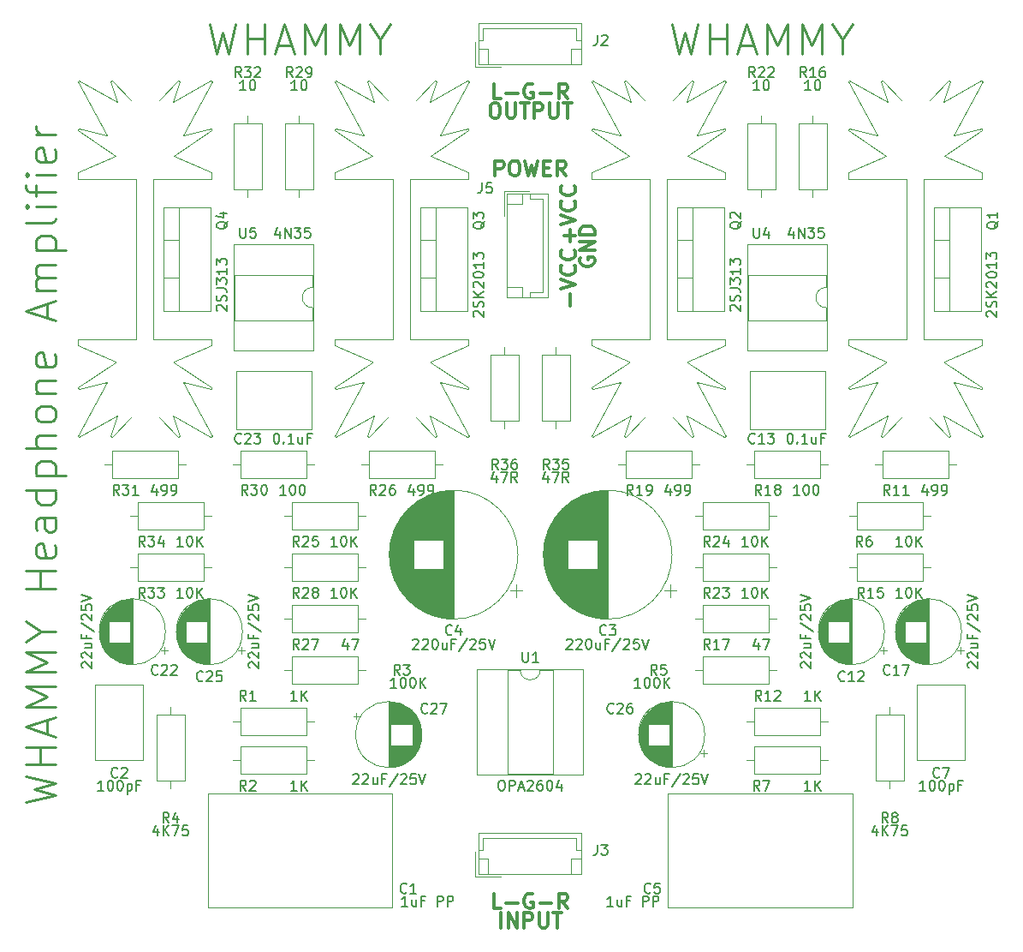
<source format=gto>
G04 #@! TF.GenerationSoftware,KiCad,Pcbnew,5.1.5+dfsg1-2build2*
G04 #@! TF.CreationDate,2021-10-31T21:50:17+01:00*
G04 #@! TF.ProjectId,whammy,7768616d-6d79-42e6-9b69-6361645f7063,rev?*
G04 #@! TF.SameCoordinates,Original*
G04 #@! TF.FileFunction,Legend,Top*
G04 #@! TF.FilePolarity,Positive*
%FSLAX46Y46*%
G04 Gerber Fmt 4.6, Leading zero omitted, Abs format (unit mm)*
G04 Created by KiCad (PCBNEW 5.1.5+dfsg1-2build2) date 2021-10-31 21:50:17*
%MOMM*%
%LPD*%
G04 APERTURE LIST*
%ADD10C,0.250000*%
%ADD11C,0.300000*%
%ADD12C,0.120000*%
%ADD13C,0.150000*%
%ADD14C,2.502000*%
%ADD15C,0.902000*%
%ADD16C,6.502000*%
%ADD17O,2.052000X1.802000*%
%ADD18C,0.100000*%
%ADD19O,1.802000X2.052000*%
%ADD20O,2.502000X1.702000*%
%ADD21R,2.502000X1.702000*%
%ADD22C,6.102000*%
%ADD23O,1.702000X1.702000*%
%ADD24C,1.702000*%
%ADD25R,2.502000X2.502000*%
%ADD26R,1.702000X1.702000*%
%ADD27O,2.102000X2.007000*%
%ADD28R,2.102000X2.007000*%
%ADD29R,1.702000X2.502000*%
%ADD30O,1.702000X2.502000*%
G04 APERTURE END LIST*
D10*
X144812857Y-49157142D02*
X145527142Y-52157142D01*
X146098571Y-50014285D01*
X146670000Y-52157142D01*
X147384285Y-49157142D01*
X148527142Y-52157142D02*
X148527142Y-49157142D01*
X148527142Y-50585714D02*
X150241428Y-50585714D01*
X150241428Y-52157142D02*
X150241428Y-49157142D01*
X151527142Y-51300000D02*
X152955714Y-51300000D01*
X151241428Y-52157142D02*
X152241428Y-49157142D01*
X153241428Y-52157142D01*
X154241428Y-52157142D02*
X154241428Y-49157142D01*
X155241428Y-51300000D01*
X156241428Y-49157142D01*
X156241428Y-52157142D01*
X157670000Y-52157142D02*
X157670000Y-49157142D01*
X158670000Y-51300000D01*
X159670000Y-49157142D01*
X159670000Y-52157142D01*
X161670000Y-50728571D02*
X161670000Y-52157142D01*
X160670000Y-49157142D02*
X161670000Y-50728571D01*
X162670000Y-49157142D01*
X99092857Y-49157142D02*
X99807142Y-52157142D01*
X100378571Y-50014285D01*
X100950000Y-52157142D01*
X101664285Y-49157142D01*
X102807142Y-52157142D02*
X102807142Y-49157142D01*
X102807142Y-50585714D02*
X104521428Y-50585714D01*
X104521428Y-52157142D02*
X104521428Y-49157142D01*
X105807142Y-51300000D02*
X107235714Y-51300000D01*
X105521428Y-52157142D02*
X106521428Y-49157142D01*
X107521428Y-52157142D01*
X108521428Y-52157142D02*
X108521428Y-49157142D01*
X109521428Y-51300000D01*
X110521428Y-49157142D01*
X110521428Y-52157142D01*
X111950000Y-52157142D02*
X111950000Y-49157142D01*
X112950000Y-51300000D01*
X113950000Y-49157142D01*
X113950000Y-52157142D01*
X115950000Y-50728571D02*
X115950000Y-52157142D01*
X114950000Y-49157142D02*
X115950000Y-50728571D01*
X116950000Y-49157142D01*
X80907142Y-126067142D02*
X83907142Y-125352857D01*
X81764285Y-124781428D01*
X83907142Y-124210000D01*
X80907142Y-123495714D01*
X83907142Y-122352857D02*
X80907142Y-122352857D01*
X82335714Y-122352857D02*
X82335714Y-120638571D01*
X83907142Y-120638571D02*
X80907142Y-120638571D01*
X83050000Y-119352857D02*
X83050000Y-117924285D01*
X83907142Y-119638571D02*
X80907142Y-118638571D01*
X83907142Y-117638571D01*
X83907142Y-116638571D02*
X80907142Y-116638571D01*
X83050000Y-115638571D01*
X80907142Y-114638571D01*
X83907142Y-114638571D01*
X83907142Y-113210000D02*
X80907142Y-113210000D01*
X83050000Y-112210000D01*
X80907142Y-111210000D01*
X83907142Y-111210000D01*
X82478571Y-109210000D02*
X83907142Y-109210000D01*
X80907142Y-110210000D02*
X82478571Y-109210000D01*
X80907142Y-108210000D01*
X83907142Y-104924285D02*
X80907142Y-104924285D01*
X82335714Y-104924285D02*
X82335714Y-103210000D01*
X83907142Y-103210000D02*
X80907142Y-103210000D01*
X83764285Y-100638571D02*
X83907142Y-100924285D01*
X83907142Y-101495714D01*
X83764285Y-101781428D01*
X83478571Y-101924285D01*
X82335714Y-101924285D01*
X82050000Y-101781428D01*
X81907142Y-101495714D01*
X81907142Y-100924285D01*
X82050000Y-100638571D01*
X82335714Y-100495714D01*
X82621428Y-100495714D01*
X82907142Y-101924285D01*
X83907142Y-97924285D02*
X82335714Y-97924285D01*
X82050000Y-98067142D01*
X81907142Y-98352857D01*
X81907142Y-98924285D01*
X82050000Y-99210000D01*
X83764285Y-97924285D02*
X83907142Y-98210000D01*
X83907142Y-98924285D01*
X83764285Y-99210000D01*
X83478571Y-99352857D01*
X83192857Y-99352857D01*
X82907142Y-99210000D01*
X82764285Y-98924285D01*
X82764285Y-98210000D01*
X82621428Y-97924285D01*
X83907142Y-95210000D02*
X80907142Y-95210000D01*
X83764285Y-95210000D02*
X83907142Y-95495714D01*
X83907142Y-96067142D01*
X83764285Y-96352857D01*
X83621428Y-96495714D01*
X83335714Y-96638571D01*
X82478571Y-96638571D01*
X82192857Y-96495714D01*
X82050000Y-96352857D01*
X81907142Y-96067142D01*
X81907142Y-95495714D01*
X82050000Y-95210000D01*
X81907142Y-93781428D02*
X84907142Y-93781428D01*
X82050000Y-93781428D02*
X81907142Y-93495714D01*
X81907142Y-92924285D01*
X82050000Y-92638571D01*
X82192857Y-92495714D01*
X82478571Y-92352857D01*
X83335714Y-92352857D01*
X83621428Y-92495714D01*
X83764285Y-92638571D01*
X83907142Y-92924285D01*
X83907142Y-93495714D01*
X83764285Y-93781428D01*
X83907142Y-91067142D02*
X80907142Y-91067142D01*
X83907142Y-89781428D02*
X82335714Y-89781428D01*
X82050000Y-89924285D01*
X81907142Y-90210000D01*
X81907142Y-90638571D01*
X82050000Y-90924285D01*
X82192857Y-91067142D01*
X83907142Y-87924285D02*
X83764285Y-88210000D01*
X83621428Y-88352857D01*
X83335714Y-88495714D01*
X82478571Y-88495714D01*
X82192857Y-88352857D01*
X82050000Y-88210000D01*
X81907142Y-87924285D01*
X81907142Y-87495714D01*
X82050000Y-87210000D01*
X82192857Y-87067142D01*
X82478571Y-86924285D01*
X83335714Y-86924285D01*
X83621428Y-87067142D01*
X83764285Y-87210000D01*
X83907142Y-87495714D01*
X83907142Y-87924285D01*
X81907142Y-85638571D02*
X83907142Y-85638571D01*
X82192857Y-85638571D02*
X82050000Y-85495714D01*
X81907142Y-85210000D01*
X81907142Y-84781428D01*
X82050000Y-84495714D01*
X82335714Y-84352857D01*
X83907142Y-84352857D01*
X83764285Y-81781428D02*
X83907142Y-82067142D01*
X83907142Y-82638571D01*
X83764285Y-82924285D01*
X83478571Y-83067142D01*
X82335714Y-83067142D01*
X82050000Y-82924285D01*
X81907142Y-82638571D01*
X81907142Y-82067142D01*
X82050000Y-81781428D01*
X82335714Y-81638571D01*
X82621428Y-81638571D01*
X82907142Y-83067142D01*
X83050000Y-78210000D02*
X83050000Y-76781428D01*
X83907142Y-78495714D02*
X80907142Y-77495714D01*
X83907142Y-76495714D01*
X83907142Y-75495714D02*
X81907142Y-75495714D01*
X82192857Y-75495714D02*
X82050000Y-75352857D01*
X81907142Y-75067142D01*
X81907142Y-74638571D01*
X82050000Y-74352857D01*
X82335714Y-74210000D01*
X83907142Y-74210000D01*
X82335714Y-74210000D02*
X82050000Y-74067142D01*
X81907142Y-73781428D01*
X81907142Y-73352857D01*
X82050000Y-73067142D01*
X82335714Y-72924285D01*
X83907142Y-72924285D01*
X81907142Y-71495714D02*
X84907142Y-71495714D01*
X82050000Y-71495714D02*
X81907142Y-71210000D01*
X81907142Y-70638571D01*
X82050000Y-70352857D01*
X82192857Y-70210000D01*
X82478571Y-70067142D01*
X83335714Y-70067142D01*
X83621428Y-70210000D01*
X83764285Y-70352857D01*
X83907142Y-70638571D01*
X83907142Y-71210000D01*
X83764285Y-71495714D01*
X83907142Y-68352857D02*
X83764285Y-68638571D01*
X83478571Y-68781428D01*
X80907142Y-68781428D01*
X83907142Y-67210000D02*
X81907142Y-67210000D01*
X80907142Y-67210000D02*
X81050000Y-67352857D01*
X81192857Y-67210000D01*
X81050000Y-67067142D01*
X80907142Y-67210000D01*
X81192857Y-67210000D01*
X81907142Y-66210000D02*
X81907142Y-65067142D01*
X83907142Y-65781428D02*
X81335714Y-65781428D01*
X81050000Y-65638571D01*
X80907142Y-65352857D01*
X80907142Y-65067142D01*
X83907142Y-64067142D02*
X81907142Y-64067142D01*
X80907142Y-64067142D02*
X81050000Y-64210000D01*
X81192857Y-64067142D01*
X81050000Y-63924285D01*
X80907142Y-64067142D01*
X81192857Y-64067142D01*
X83764285Y-61495714D02*
X83907142Y-61781428D01*
X83907142Y-62352857D01*
X83764285Y-62638571D01*
X83478571Y-62781428D01*
X82335714Y-62781428D01*
X82050000Y-62638571D01*
X81907142Y-62352857D01*
X81907142Y-61781428D01*
X82050000Y-61495714D01*
X82335714Y-61352857D01*
X82621428Y-61352857D01*
X82907142Y-62781428D01*
X83907142Y-60067142D02*
X81907142Y-60067142D01*
X82478571Y-60067142D02*
X82192857Y-59924285D01*
X82050000Y-59781428D01*
X81907142Y-59495714D01*
X81907142Y-59210000D01*
D11*
X135775000Y-72262857D02*
X135703571Y-72405714D01*
X135703571Y-72620000D01*
X135775000Y-72834285D01*
X135917857Y-72977142D01*
X136060714Y-73048571D01*
X136346428Y-73120000D01*
X136560714Y-73120000D01*
X136846428Y-73048571D01*
X136989285Y-72977142D01*
X137132142Y-72834285D01*
X137203571Y-72620000D01*
X137203571Y-72477142D01*
X137132142Y-72262857D01*
X137060714Y-72191428D01*
X136560714Y-72191428D01*
X136560714Y-72477142D01*
X137203571Y-71548571D02*
X135703571Y-71548571D01*
X137203571Y-70691428D01*
X135703571Y-70691428D01*
X137203571Y-69977142D02*
X135703571Y-69977142D01*
X135703571Y-69620000D01*
X135775000Y-69405714D01*
X135917857Y-69262857D01*
X136060714Y-69191428D01*
X136346428Y-69120000D01*
X136560714Y-69120000D01*
X136846428Y-69191428D01*
X136989285Y-69262857D01*
X137132142Y-69405714D01*
X137203571Y-69620000D01*
X137203571Y-69977142D01*
X134727142Y-77009285D02*
X134727142Y-75866428D01*
X133798571Y-75366428D02*
X135298571Y-74866428D01*
X133798571Y-74366428D01*
X135155714Y-73009285D02*
X135227142Y-73080714D01*
X135298571Y-73295000D01*
X135298571Y-73437857D01*
X135227142Y-73652142D01*
X135084285Y-73795000D01*
X134941428Y-73866428D01*
X134655714Y-73937857D01*
X134441428Y-73937857D01*
X134155714Y-73866428D01*
X134012857Y-73795000D01*
X133870000Y-73652142D01*
X133798571Y-73437857D01*
X133798571Y-73295000D01*
X133870000Y-73080714D01*
X133941428Y-73009285D01*
X135155714Y-71509285D02*
X135227142Y-71580714D01*
X135298571Y-71795000D01*
X135298571Y-71937857D01*
X135227142Y-72152142D01*
X135084285Y-72295000D01*
X134941428Y-72366428D01*
X134655714Y-72437857D01*
X134441428Y-72437857D01*
X134155714Y-72366428D01*
X134012857Y-72295000D01*
X133870000Y-72152142D01*
X133798571Y-71937857D01*
X133798571Y-71795000D01*
X133870000Y-71580714D01*
X133941428Y-71509285D01*
X134727142Y-70659285D02*
X134727142Y-69516428D01*
X135298571Y-70087857D02*
X134155714Y-70087857D01*
X133798571Y-69016428D02*
X135298571Y-68516428D01*
X133798571Y-68016428D01*
X135155714Y-66659285D02*
X135227142Y-66730714D01*
X135298571Y-66945000D01*
X135298571Y-67087857D01*
X135227142Y-67302142D01*
X135084285Y-67445000D01*
X134941428Y-67516428D01*
X134655714Y-67587857D01*
X134441428Y-67587857D01*
X134155714Y-67516428D01*
X134012857Y-67445000D01*
X133870000Y-67302142D01*
X133798571Y-67087857D01*
X133798571Y-66945000D01*
X133870000Y-66730714D01*
X133941428Y-66659285D01*
X135155714Y-65159285D02*
X135227142Y-65230714D01*
X135298571Y-65445000D01*
X135298571Y-65587857D01*
X135227142Y-65802142D01*
X135084285Y-65945000D01*
X134941428Y-66016428D01*
X134655714Y-66087857D01*
X134441428Y-66087857D01*
X134155714Y-66016428D01*
X134012857Y-65945000D01*
X133870000Y-65802142D01*
X133798571Y-65587857D01*
X133798571Y-65445000D01*
X133870000Y-65230714D01*
X133941428Y-65159285D01*
X127345714Y-64178571D02*
X127345714Y-62678571D01*
X127917142Y-62678571D01*
X128060000Y-62750000D01*
X128131428Y-62821428D01*
X128202857Y-62964285D01*
X128202857Y-63178571D01*
X128131428Y-63321428D01*
X128060000Y-63392857D01*
X127917142Y-63464285D01*
X127345714Y-63464285D01*
X129131428Y-62678571D02*
X129417142Y-62678571D01*
X129560000Y-62750000D01*
X129702857Y-62892857D01*
X129774285Y-63178571D01*
X129774285Y-63678571D01*
X129702857Y-63964285D01*
X129560000Y-64107142D01*
X129417142Y-64178571D01*
X129131428Y-64178571D01*
X128988571Y-64107142D01*
X128845714Y-63964285D01*
X128774285Y-63678571D01*
X128774285Y-63178571D01*
X128845714Y-62892857D01*
X128988571Y-62750000D01*
X129131428Y-62678571D01*
X130274285Y-62678571D02*
X130631428Y-64178571D01*
X130917142Y-63107142D01*
X131202857Y-64178571D01*
X131560000Y-62678571D01*
X132131428Y-63392857D02*
X132631428Y-63392857D01*
X132845714Y-64178571D02*
X132131428Y-64178571D01*
X132131428Y-62678571D01*
X132845714Y-62678571D01*
X134345714Y-64178571D02*
X133845714Y-63464285D01*
X133488571Y-64178571D02*
X133488571Y-62678571D01*
X134060000Y-62678571D01*
X134202857Y-62750000D01*
X134274285Y-62821428D01*
X134345714Y-62964285D01*
X134345714Y-63178571D01*
X134274285Y-63321428D01*
X134202857Y-63392857D01*
X134060000Y-63464285D01*
X133488571Y-63464285D01*
X127917142Y-136568571D02*
X127202857Y-136568571D01*
X127202857Y-135068571D01*
X128417142Y-135997142D02*
X129560000Y-135997142D01*
X131060000Y-135140000D02*
X130917142Y-135068571D01*
X130702857Y-135068571D01*
X130488571Y-135140000D01*
X130345714Y-135282857D01*
X130274285Y-135425714D01*
X130202857Y-135711428D01*
X130202857Y-135925714D01*
X130274285Y-136211428D01*
X130345714Y-136354285D01*
X130488571Y-136497142D01*
X130702857Y-136568571D01*
X130845714Y-136568571D01*
X131060000Y-136497142D01*
X131131428Y-136425714D01*
X131131428Y-135925714D01*
X130845714Y-135925714D01*
X131774285Y-135997142D02*
X132917142Y-135997142D01*
X134488571Y-136568571D02*
X133988571Y-135854285D01*
X133631428Y-136568571D02*
X133631428Y-135068571D01*
X134202857Y-135068571D01*
X134345714Y-135140000D01*
X134417142Y-135211428D01*
X134488571Y-135354285D01*
X134488571Y-135568571D01*
X134417142Y-135711428D01*
X134345714Y-135782857D01*
X134202857Y-135854285D01*
X133631428Y-135854285D01*
X127917142Y-138473571D02*
X127917142Y-136973571D01*
X128631428Y-138473571D02*
X128631428Y-136973571D01*
X129488571Y-138473571D01*
X129488571Y-136973571D01*
X130202857Y-138473571D02*
X130202857Y-136973571D01*
X130774285Y-136973571D01*
X130917142Y-137045000D01*
X130988571Y-137116428D01*
X131060000Y-137259285D01*
X131060000Y-137473571D01*
X130988571Y-137616428D01*
X130917142Y-137687857D01*
X130774285Y-137759285D01*
X130202857Y-137759285D01*
X131702857Y-136973571D02*
X131702857Y-138187857D01*
X131774285Y-138330714D01*
X131845714Y-138402142D01*
X131988571Y-138473571D01*
X132274285Y-138473571D01*
X132417142Y-138402142D01*
X132488571Y-138330714D01*
X132560000Y-138187857D01*
X132560000Y-136973571D01*
X133060000Y-136973571D02*
X133917142Y-136973571D01*
X133488571Y-138473571D02*
X133488571Y-136973571D01*
X127917142Y-56558571D02*
X127202857Y-56558571D01*
X127202857Y-55058571D01*
X128417142Y-55987142D02*
X129560000Y-55987142D01*
X131060000Y-55130000D02*
X130917142Y-55058571D01*
X130702857Y-55058571D01*
X130488571Y-55130000D01*
X130345714Y-55272857D01*
X130274285Y-55415714D01*
X130202857Y-55701428D01*
X130202857Y-55915714D01*
X130274285Y-56201428D01*
X130345714Y-56344285D01*
X130488571Y-56487142D01*
X130702857Y-56558571D01*
X130845714Y-56558571D01*
X131060000Y-56487142D01*
X131131428Y-56415714D01*
X131131428Y-55915714D01*
X130845714Y-55915714D01*
X131774285Y-55987142D02*
X132917142Y-55987142D01*
X134488571Y-56558571D02*
X133988571Y-55844285D01*
X133631428Y-56558571D02*
X133631428Y-55058571D01*
X134202857Y-55058571D01*
X134345714Y-55130000D01*
X134417142Y-55201428D01*
X134488571Y-55344285D01*
X134488571Y-55558571D01*
X134417142Y-55701428D01*
X134345714Y-55772857D01*
X134202857Y-55844285D01*
X133631428Y-55844285D01*
X127202857Y-56963571D02*
X127488571Y-56963571D01*
X127631428Y-57035000D01*
X127774285Y-57177857D01*
X127845714Y-57463571D01*
X127845714Y-57963571D01*
X127774285Y-58249285D01*
X127631428Y-58392142D01*
X127488571Y-58463571D01*
X127202857Y-58463571D01*
X127060000Y-58392142D01*
X126917142Y-58249285D01*
X126845714Y-57963571D01*
X126845714Y-57463571D01*
X126917142Y-57177857D01*
X127060000Y-57035000D01*
X127202857Y-56963571D01*
X128488571Y-56963571D02*
X128488571Y-58177857D01*
X128560000Y-58320714D01*
X128631428Y-58392142D01*
X128774285Y-58463571D01*
X129060000Y-58463571D01*
X129202857Y-58392142D01*
X129274285Y-58320714D01*
X129345714Y-58177857D01*
X129345714Y-56963571D01*
X129845714Y-56963571D02*
X130702857Y-56963571D01*
X130274285Y-58463571D02*
X130274285Y-56963571D01*
X131202857Y-58463571D02*
X131202857Y-56963571D01*
X131774285Y-56963571D01*
X131917142Y-57035000D01*
X131988571Y-57106428D01*
X132060000Y-57249285D01*
X132060000Y-57463571D01*
X131988571Y-57606428D01*
X131917142Y-57677857D01*
X131774285Y-57749285D01*
X131202857Y-57749285D01*
X132702857Y-56963571D02*
X132702857Y-58177857D01*
X132774285Y-58320714D01*
X132845714Y-58392142D01*
X132988571Y-58463571D01*
X133274285Y-58463571D01*
X133417142Y-58392142D01*
X133488571Y-58320714D01*
X133560000Y-58177857D01*
X133560000Y-56963571D01*
X134060000Y-56963571D02*
X134917142Y-56963571D01*
X134488571Y-58463571D02*
X134488571Y-56963571D01*
D12*
X144430000Y-125190000D02*
X162670000Y-125190000D01*
X144430000Y-136430000D02*
X162670000Y-136430000D01*
X144430000Y-125190000D02*
X144430000Y-136430000D01*
X162670000Y-125190000D02*
X162670000Y-136430000D01*
X128200000Y-65670000D02*
X128200000Y-68170000D01*
X130700000Y-65670000D02*
X128200000Y-65670000D01*
X130000000Y-75190000D02*
X128500000Y-75190000D01*
X130000000Y-76190000D02*
X130000000Y-75190000D01*
X130000000Y-66970000D02*
X128500000Y-66970000D01*
X130000000Y-65970000D02*
X130000000Y-66970000D01*
X130810000Y-75690000D02*
X130810000Y-76190000D01*
X132020000Y-75690000D02*
X130810000Y-75690000D01*
X132020000Y-66470000D02*
X132020000Y-75690000D01*
X130810000Y-66470000D02*
X132020000Y-66470000D01*
X130810000Y-65970000D02*
X130810000Y-66470000D01*
X132520000Y-76190000D02*
X132520000Y-65970000D01*
X128500000Y-76190000D02*
X132520000Y-76190000D01*
X128500000Y-65970000D02*
X128500000Y-76190000D01*
X132520000Y-65970000D02*
X128500000Y-65970000D01*
X125360000Y-133420000D02*
X127860000Y-133420000D01*
X125360000Y-130920000D02*
X125360000Y-133420000D01*
X134880000Y-131620000D02*
X134880000Y-133120000D01*
X135880000Y-131620000D02*
X134880000Y-131620000D01*
X126660000Y-131620000D02*
X126660000Y-133120000D01*
X125660000Y-131620000D02*
X126660000Y-131620000D01*
X135380000Y-130810000D02*
X135880000Y-130810000D01*
X135380000Y-129600000D02*
X135380000Y-130810000D01*
X126160000Y-129600000D02*
X135380000Y-129600000D01*
X126160000Y-130810000D02*
X126160000Y-129600000D01*
X125660000Y-130810000D02*
X126160000Y-130810000D01*
X135880000Y-129100000D02*
X125660000Y-129100000D01*
X135880000Y-133120000D02*
X135880000Y-129100000D01*
X125660000Y-133120000D02*
X135880000Y-133120000D01*
X125660000Y-129100000D02*
X125660000Y-133120000D01*
X125360000Y-53410000D02*
X127860000Y-53410000D01*
X125360000Y-50910000D02*
X125360000Y-53410000D01*
X134880000Y-51610000D02*
X134880000Y-53110000D01*
X135880000Y-51610000D02*
X134880000Y-51610000D01*
X126660000Y-51610000D02*
X126660000Y-53110000D01*
X125660000Y-51610000D02*
X126660000Y-51610000D01*
X135380000Y-50800000D02*
X135880000Y-50800000D01*
X135380000Y-49590000D02*
X135380000Y-50800000D01*
X126160000Y-49590000D02*
X135380000Y-49590000D01*
X126160000Y-50800000D02*
X126160000Y-49590000D01*
X125660000Y-50800000D02*
X126160000Y-50800000D01*
X135880000Y-49090000D02*
X125660000Y-49090000D01*
X135880000Y-53110000D02*
X135880000Y-49090000D01*
X125660000Y-53110000D02*
X135880000Y-53110000D01*
X125660000Y-49090000D02*
X125660000Y-53110000D01*
X136060000Y-112910000D02*
X125560000Y-112910000D01*
X136060000Y-123310000D02*
X136060000Y-112910000D01*
X125560000Y-123310000D02*
X136060000Y-123310000D01*
X125560000Y-112910000D02*
X125560000Y-123310000D01*
X133060000Y-112970000D02*
X131810000Y-112970000D01*
X133060000Y-123250000D02*
X133060000Y-112970000D01*
X128560000Y-123250000D02*
X133060000Y-123250000D01*
X128560000Y-112970000D02*
X128560000Y-123250000D01*
X129810000Y-112970000D02*
X128560000Y-112970000D01*
X131810000Y-112970000D02*
G75*
G02X129810000Y-112970000I-1000000J0D01*
G01*
X166020000Y-62200000D02*
X162300000Y-59700000D01*
X162300000Y-59700000D02*
X162360000Y-59520000D01*
X162360000Y-59520000D02*
X165160000Y-60180000D01*
X165160000Y-60180000D02*
X162280000Y-54880000D01*
X162400000Y-54760000D02*
X166170000Y-56910000D01*
X165490000Y-54860000D02*
X165640000Y-54770000D01*
X166170000Y-56910000D02*
X165490000Y-54860000D01*
X165640000Y-54770000D02*
X167530000Y-56730000D01*
X162280000Y-54880000D02*
X162400000Y-54760000D01*
X175510000Y-63820000D02*
X171800000Y-62210000D01*
X169760000Y-64490000D02*
X175510000Y-64490000D01*
X175510000Y-64490000D02*
X175510000Y-63820000D01*
X172660000Y-60180000D02*
X175540000Y-54880000D01*
X175520000Y-59700000D02*
X175460000Y-59520000D01*
X175460000Y-59520000D02*
X172660000Y-60180000D01*
X171800000Y-62200000D02*
X175520000Y-59700000D01*
X172180000Y-54770000D02*
X170290000Y-56730000D01*
X175420000Y-54760000D02*
X171650000Y-56910000D01*
X172330000Y-54860000D02*
X172180000Y-54770000D01*
X175540000Y-54880000D02*
X175420000Y-54760000D01*
X171650000Y-56910000D02*
X172330000Y-54860000D01*
X169760000Y-72390000D02*
X169760000Y-64490000D01*
X168060000Y-64490000D02*
X162310000Y-64490000D01*
X162310000Y-64490000D02*
X162310000Y-63820000D01*
X162310000Y-63820000D02*
X166020000Y-62210000D01*
X168060000Y-72390000D02*
X168060000Y-64490000D01*
X175460000Y-85260000D02*
X172660000Y-84600000D01*
X175520000Y-85080000D02*
X175460000Y-85260000D01*
X171800000Y-82580000D02*
X175520000Y-85080000D01*
X172660000Y-84600000D02*
X175540000Y-89900000D01*
X172180000Y-90010000D02*
X170290000Y-88050000D01*
X171650000Y-87870000D02*
X172330000Y-89920000D01*
X175420000Y-90020000D02*
X171650000Y-87870000D01*
X175540000Y-89900000D02*
X175420000Y-90020000D01*
X172330000Y-89920000D02*
X172180000Y-90010000D01*
X175510000Y-80960000D02*
X171800000Y-82570000D01*
X169760000Y-72390000D02*
X169760000Y-80290000D01*
X169760000Y-80290000D02*
X175510000Y-80290000D01*
X175510000Y-80290000D02*
X175510000Y-80960000D01*
X168060000Y-72390000D02*
X168060000Y-80290000D01*
X168060000Y-80290000D02*
X162310000Y-80290000D01*
X162310000Y-80290000D02*
X162310000Y-80960000D01*
X162310000Y-80960000D02*
X166020000Y-82570000D01*
X166020000Y-82580000D02*
X162300000Y-85080000D01*
X162300000Y-85080000D02*
X162360000Y-85260000D01*
X162360000Y-85260000D02*
X165160000Y-84600000D01*
X165160000Y-84600000D02*
X162280000Y-89900000D01*
X162280000Y-89900000D02*
X162400000Y-90020000D01*
X162400000Y-90020000D02*
X166170000Y-87870000D01*
X166170000Y-87870000D02*
X165490000Y-89920000D01*
X165490000Y-89920000D02*
X165640000Y-90010000D01*
X165640000Y-90010000D02*
X167530000Y-88050000D01*
X140240000Y-90010000D02*
X142130000Y-88050000D01*
X140090000Y-89920000D02*
X140240000Y-90010000D01*
X140770000Y-87870000D02*
X140090000Y-89920000D01*
X137000000Y-90020000D02*
X140770000Y-87870000D01*
X136880000Y-89900000D02*
X137000000Y-90020000D01*
X139760000Y-84600000D02*
X136880000Y-89900000D01*
X136960000Y-85260000D02*
X139760000Y-84600000D01*
X136900000Y-85080000D02*
X136960000Y-85260000D01*
X140620000Y-82580000D02*
X136900000Y-85080000D01*
X136910000Y-80960000D02*
X140620000Y-82570000D01*
X136910000Y-80290000D02*
X136910000Y-80960000D01*
X142660000Y-80290000D02*
X136910000Y-80290000D01*
X142660000Y-72390000D02*
X142660000Y-80290000D01*
X150110000Y-80290000D02*
X150110000Y-80960000D01*
X144360000Y-80290000D02*
X150110000Y-80290000D01*
X144360000Y-72390000D02*
X144360000Y-80290000D01*
X150110000Y-80960000D02*
X146400000Y-82570000D01*
X146930000Y-89920000D02*
X146780000Y-90010000D01*
X150140000Y-89900000D02*
X150020000Y-90020000D01*
X150020000Y-90020000D02*
X146250000Y-87870000D01*
X146250000Y-87870000D02*
X146930000Y-89920000D01*
X146780000Y-90010000D02*
X144890000Y-88050000D01*
X147260000Y-84600000D02*
X150140000Y-89900000D01*
X146400000Y-82580000D02*
X150120000Y-85080000D01*
X150120000Y-85080000D02*
X150060000Y-85260000D01*
X150060000Y-85260000D02*
X147260000Y-84600000D01*
X142660000Y-72390000D02*
X142660000Y-64490000D01*
X136910000Y-63820000D02*
X140620000Y-62210000D01*
X136910000Y-64490000D02*
X136910000Y-63820000D01*
X142660000Y-64490000D02*
X136910000Y-64490000D01*
X144360000Y-72390000D02*
X144360000Y-64490000D01*
X146250000Y-56910000D02*
X146930000Y-54860000D01*
X150140000Y-54880000D02*
X150020000Y-54760000D01*
X146930000Y-54860000D02*
X146780000Y-54770000D01*
X150020000Y-54760000D02*
X146250000Y-56910000D01*
X146780000Y-54770000D02*
X144890000Y-56730000D01*
X146400000Y-62200000D02*
X150120000Y-59700000D01*
X150060000Y-59520000D02*
X147260000Y-60180000D01*
X150120000Y-59700000D02*
X150060000Y-59520000D01*
X147260000Y-60180000D02*
X150140000Y-54880000D01*
X150110000Y-64490000D02*
X150110000Y-63820000D01*
X144360000Y-64490000D02*
X150110000Y-64490000D01*
X150110000Y-63820000D02*
X146400000Y-62210000D01*
X136880000Y-54880000D02*
X137000000Y-54760000D01*
X140240000Y-54770000D02*
X142130000Y-56730000D01*
X140770000Y-56910000D02*
X140090000Y-54860000D01*
X140090000Y-54860000D02*
X140240000Y-54770000D01*
X137000000Y-54760000D02*
X140770000Y-56910000D01*
X139760000Y-60180000D02*
X136880000Y-54880000D01*
X136960000Y-59520000D02*
X139760000Y-60180000D01*
X136900000Y-59700000D02*
X136960000Y-59520000D01*
X140620000Y-62200000D02*
X136900000Y-59700000D01*
X114840000Y-90010000D02*
X116730000Y-88050000D01*
X114690000Y-89920000D02*
X114840000Y-90010000D01*
X115370000Y-87870000D02*
X114690000Y-89920000D01*
X111600000Y-90020000D02*
X115370000Y-87870000D01*
X111480000Y-89900000D02*
X111600000Y-90020000D01*
X114360000Y-84600000D02*
X111480000Y-89900000D01*
X111560000Y-85260000D02*
X114360000Y-84600000D01*
X111500000Y-85080000D02*
X111560000Y-85260000D01*
X115220000Y-82580000D02*
X111500000Y-85080000D01*
X111510000Y-80960000D02*
X115220000Y-82570000D01*
X111510000Y-80290000D02*
X111510000Y-80960000D01*
X117260000Y-80290000D02*
X111510000Y-80290000D01*
X117260000Y-72390000D02*
X117260000Y-80290000D01*
X124710000Y-80290000D02*
X124710000Y-80960000D01*
X118960000Y-80290000D02*
X124710000Y-80290000D01*
X118960000Y-72390000D02*
X118960000Y-80290000D01*
X124710000Y-80960000D02*
X121000000Y-82570000D01*
X121530000Y-89920000D02*
X121380000Y-90010000D01*
X124740000Y-89900000D02*
X124620000Y-90020000D01*
X124620000Y-90020000D02*
X120850000Y-87870000D01*
X120850000Y-87870000D02*
X121530000Y-89920000D01*
X121380000Y-90010000D02*
X119490000Y-88050000D01*
X121860000Y-84600000D02*
X124740000Y-89900000D01*
X121000000Y-82580000D02*
X124720000Y-85080000D01*
X124720000Y-85080000D02*
X124660000Y-85260000D01*
X124660000Y-85260000D02*
X121860000Y-84600000D01*
X117260000Y-72390000D02*
X117260000Y-64490000D01*
X111510000Y-63820000D02*
X115220000Y-62210000D01*
X111510000Y-64490000D02*
X111510000Y-63820000D01*
X117260000Y-64490000D02*
X111510000Y-64490000D01*
X118960000Y-72390000D02*
X118960000Y-64490000D01*
X120850000Y-56910000D02*
X121530000Y-54860000D01*
X124740000Y-54880000D02*
X124620000Y-54760000D01*
X121530000Y-54860000D02*
X121380000Y-54770000D01*
X124620000Y-54760000D02*
X120850000Y-56910000D01*
X121380000Y-54770000D02*
X119490000Y-56730000D01*
X121000000Y-62200000D02*
X124720000Y-59700000D01*
X124660000Y-59520000D02*
X121860000Y-60180000D01*
X124720000Y-59700000D02*
X124660000Y-59520000D01*
X121860000Y-60180000D02*
X124740000Y-54880000D01*
X124710000Y-64490000D02*
X124710000Y-63820000D01*
X118960000Y-64490000D02*
X124710000Y-64490000D01*
X124710000Y-63820000D02*
X121000000Y-62210000D01*
X111480000Y-54880000D02*
X111600000Y-54760000D01*
X114840000Y-54770000D02*
X116730000Y-56730000D01*
X115370000Y-56910000D02*
X114690000Y-54860000D01*
X114690000Y-54860000D02*
X114840000Y-54770000D01*
X111600000Y-54760000D02*
X115370000Y-56910000D01*
X114360000Y-60180000D02*
X111480000Y-54880000D01*
X111560000Y-59520000D02*
X114360000Y-60180000D01*
X111500000Y-59700000D02*
X111560000Y-59520000D01*
X115220000Y-62200000D02*
X111500000Y-59700000D01*
X89820000Y-62200000D02*
X86100000Y-59700000D01*
X86100000Y-59700000D02*
X86160000Y-59520000D01*
X86160000Y-59520000D02*
X88960000Y-60180000D01*
X88960000Y-60180000D02*
X86080000Y-54880000D01*
X86200000Y-54760000D02*
X89970000Y-56910000D01*
X89290000Y-54860000D02*
X89440000Y-54770000D01*
X89970000Y-56910000D02*
X89290000Y-54860000D01*
X89440000Y-54770000D02*
X91330000Y-56730000D01*
X86080000Y-54880000D02*
X86200000Y-54760000D01*
X99310000Y-63820000D02*
X95600000Y-62210000D01*
X93560000Y-64490000D02*
X99310000Y-64490000D01*
X99310000Y-64490000D02*
X99310000Y-63820000D01*
X96460000Y-60180000D02*
X99340000Y-54880000D01*
X99320000Y-59700000D02*
X99260000Y-59520000D01*
X99260000Y-59520000D02*
X96460000Y-60180000D01*
X95600000Y-62200000D02*
X99320000Y-59700000D01*
X95980000Y-54770000D02*
X94090000Y-56730000D01*
X99220000Y-54760000D02*
X95450000Y-56910000D01*
X96130000Y-54860000D02*
X95980000Y-54770000D01*
X99340000Y-54880000D02*
X99220000Y-54760000D01*
X95450000Y-56910000D02*
X96130000Y-54860000D01*
X93560000Y-72390000D02*
X93560000Y-64490000D01*
X91860000Y-64490000D02*
X86110000Y-64490000D01*
X86110000Y-64490000D02*
X86110000Y-63820000D01*
X86110000Y-63820000D02*
X89820000Y-62210000D01*
X91860000Y-72390000D02*
X91860000Y-64490000D01*
X99260000Y-85260000D02*
X96460000Y-84600000D01*
X99320000Y-85080000D02*
X99260000Y-85260000D01*
X95600000Y-82580000D02*
X99320000Y-85080000D01*
X96460000Y-84600000D02*
X99340000Y-89900000D01*
X95980000Y-90010000D02*
X94090000Y-88050000D01*
X95450000Y-87870000D02*
X96130000Y-89920000D01*
X99220000Y-90020000D02*
X95450000Y-87870000D01*
X99340000Y-89900000D02*
X99220000Y-90020000D01*
X96130000Y-89920000D02*
X95980000Y-90010000D01*
X99310000Y-80960000D02*
X95600000Y-82570000D01*
X93560000Y-72390000D02*
X93560000Y-80290000D01*
X93560000Y-80290000D02*
X99310000Y-80290000D01*
X99310000Y-80290000D02*
X99310000Y-80960000D01*
X91860000Y-72390000D02*
X91860000Y-80290000D01*
X91860000Y-80290000D02*
X86110000Y-80290000D01*
X86110000Y-80290000D02*
X86110000Y-80960000D01*
X86110000Y-80960000D02*
X89820000Y-82570000D01*
X89820000Y-82580000D02*
X86100000Y-85080000D01*
X86100000Y-85080000D02*
X86160000Y-85260000D01*
X86160000Y-85260000D02*
X88960000Y-84600000D01*
X88960000Y-84600000D02*
X86080000Y-89900000D01*
X86080000Y-89900000D02*
X86200000Y-90020000D01*
X86200000Y-90020000D02*
X89970000Y-87870000D01*
X89970000Y-87870000D02*
X89290000Y-89920000D01*
X89290000Y-89920000D02*
X89440000Y-90010000D01*
X89440000Y-90010000D02*
X91330000Y-88050000D01*
X99290000Y-97790000D02*
X98520000Y-97790000D01*
X91210000Y-97790000D02*
X91980000Y-97790000D01*
X98520000Y-96420000D02*
X91980000Y-96420000D01*
X98520000Y-99160000D02*
X98520000Y-96420000D01*
X91980000Y-99160000D02*
X98520000Y-99160000D01*
X91980000Y-96420000D02*
X91980000Y-99160000D01*
X91210000Y-102870000D02*
X91980000Y-102870000D01*
X99290000Y-102870000D02*
X98520000Y-102870000D01*
X91980000Y-104240000D02*
X98520000Y-104240000D01*
X91980000Y-101500000D02*
X91980000Y-104240000D01*
X98520000Y-101500000D02*
X91980000Y-101500000D01*
X98520000Y-104240000D02*
X98520000Y-101500000D01*
X106450000Y-102870000D02*
X107220000Y-102870000D01*
X114530000Y-102870000D02*
X113760000Y-102870000D01*
X107220000Y-104240000D02*
X113760000Y-104240000D01*
X107220000Y-101500000D02*
X107220000Y-104240000D01*
X113760000Y-101500000D02*
X107220000Y-101500000D01*
X113760000Y-104240000D02*
X113760000Y-101500000D01*
X106450000Y-97790000D02*
X107220000Y-97790000D01*
X114530000Y-97790000D02*
X113760000Y-97790000D01*
X107220000Y-99160000D02*
X113760000Y-99160000D01*
X107220000Y-96420000D02*
X107220000Y-99160000D01*
X113760000Y-96420000D02*
X107220000Y-96420000D01*
X113760000Y-99160000D02*
X113760000Y-96420000D01*
X154400000Y-99160000D02*
X154400000Y-96420000D01*
X154400000Y-96420000D02*
X147860000Y-96420000D01*
X147860000Y-96420000D02*
X147860000Y-99160000D01*
X147860000Y-99160000D02*
X154400000Y-99160000D01*
X155170000Y-97790000D02*
X154400000Y-97790000D01*
X147090000Y-97790000D02*
X147860000Y-97790000D01*
X147090000Y-102870000D02*
X147860000Y-102870000D01*
X155170000Y-102870000D02*
X154400000Y-102870000D01*
X147860000Y-104240000D02*
X154400000Y-104240000D01*
X147860000Y-101500000D02*
X147860000Y-104240000D01*
X154400000Y-101500000D02*
X147860000Y-101500000D01*
X154400000Y-104240000D02*
X154400000Y-101500000D01*
X162330000Y-102870000D02*
X163100000Y-102870000D01*
X170410000Y-102870000D02*
X169640000Y-102870000D01*
X163100000Y-104240000D02*
X169640000Y-104240000D01*
X163100000Y-101500000D02*
X163100000Y-104240000D01*
X169640000Y-101500000D02*
X163100000Y-101500000D01*
X169640000Y-104240000D02*
X169640000Y-101500000D01*
X170410000Y-97790000D02*
X169640000Y-97790000D01*
X162330000Y-97790000D02*
X163100000Y-97790000D01*
X169640000Y-96420000D02*
X163100000Y-96420000D01*
X169640000Y-99160000D02*
X169640000Y-96420000D01*
X163100000Y-99160000D02*
X169640000Y-99160000D01*
X163100000Y-96420000D02*
X163100000Y-99160000D01*
X98950000Y-136430000D02*
X98950000Y-125190000D01*
X117190000Y-136430000D02*
X117190000Y-125190000D01*
X117190000Y-125190000D02*
X98950000Y-125190000D01*
X117190000Y-136430000D02*
X98950000Y-136430000D01*
X87800000Y-121870000D02*
X87800000Y-114430000D01*
X92540000Y-121870000D02*
X92540000Y-114430000D01*
X87800000Y-121870000D02*
X92540000Y-121870000D01*
X87800000Y-114430000D02*
X92540000Y-114430000D01*
X144662082Y-105800000D02*
X144662082Y-104550000D01*
X145287082Y-105175000D02*
X144037082Y-105175000D01*
X132109000Y-101917000D02*
X132109000Y-101283000D01*
X132149000Y-102357000D02*
X132149000Y-100843000D01*
X132189000Y-102628000D02*
X132189000Y-100572000D01*
X132229000Y-102841000D02*
X132229000Y-100359000D01*
X132269000Y-103022000D02*
X132269000Y-100178000D01*
X132309000Y-103183000D02*
X132309000Y-100017000D01*
X132349000Y-103328000D02*
X132349000Y-99872000D01*
X132389000Y-103461000D02*
X132389000Y-99739000D01*
X132429000Y-103584000D02*
X132429000Y-99616000D01*
X132469000Y-103700000D02*
X132469000Y-99500000D01*
X132509000Y-103809000D02*
X132509000Y-99391000D01*
X132549000Y-103912000D02*
X132549000Y-99288000D01*
X132589000Y-104010000D02*
X132589000Y-99190000D01*
X132629000Y-104104000D02*
X132629000Y-99096000D01*
X132669000Y-104194000D02*
X132669000Y-99006000D01*
X132709000Y-104281000D02*
X132709000Y-98919000D01*
X132749000Y-104364000D02*
X132749000Y-98836000D01*
X132789000Y-104444000D02*
X132789000Y-98756000D01*
X132829000Y-104521000D02*
X132829000Y-98679000D01*
X132869000Y-104596000D02*
X132869000Y-98604000D01*
X132909000Y-104669000D02*
X132909000Y-98531000D01*
X132949000Y-104740000D02*
X132949000Y-98460000D01*
X132989000Y-104808000D02*
X132989000Y-98392000D01*
X133029000Y-104875000D02*
X133029000Y-98325000D01*
X133069000Y-104939000D02*
X133069000Y-98261000D01*
X133109000Y-105002000D02*
X133109000Y-98198000D01*
X133149000Y-105064000D02*
X133149000Y-98136000D01*
X133189000Y-105124000D02*
X133189000Y-98076000D01*
X133229000Y-105183000D02*
X133229000Y-98017000D01*
X133269000Y-105240000D02*
X133269000Y-97960000D01*
X133309000Y-105296000D02*
X133309000Y-97904000D01*
X133349000Y-105350000D02*
X133349000Y-97850000D01*
X133389000Y-105404000D02*
X133389000Y-97796000D01*
X133429000Y-105456000D02*
X133429000Y-97744000D01*
X133469000Y-105507000D02*
X133469000Y-97693000D01*
X133509000Y-105557000D02*
X133509000Y-97643000D01*
X133549000Y-105607000D02*
X133549000Y-97593000D01*
X133589000Y-105655000D02*
X133589000Y-97545000D01*
X133629000Y-105702000D02*
X133629000Y-97498000D01*
X133669000Y-105748000D02*
X133669000Y-97452000D01*
X133709000Y-105794000D02*
X133709000Y-97406000D01*
X133749000Y-105838000D02*
X133749000Y-97362000D01*
X133789000Y-105882000D02*
X133789000Y-97318000D01*
X133829000Y-105925000D02*
X133829000Y-97275000D01*
X133869000Y-105967000D02*
X133869000Y-97233000D01*
X133909000Y-106008000D02*
X133909000Y-97192000D01*
X133949000Y-106049000D02*
X133949000Y-97151000D01*
X133989000Y-106089000D02*
X133989000Y-97111000D01*
X134029000Y-106128000D02*
X134029000Y-97072000D01*
X134069000Y-106167000D02*
X134069000Y-97033000D01*
X134109000Y-106205000D02*
X134109000Y-96995000D01*
X134149000Y-106242000D02*
X134149000Y-96958000D01*
X134189000Y-106278000D02*
X134189000Y-96922000D01*
X134229000Y-106314000D02*
X134229000Y-96886000D01*
X134269000Y-106350000D02*
X134269000Y-96850000D01*
X134309000Y-106385000D02*
X134309000Y-96815000D01*
X134349000Y-106419000D02*
X134349000Y-96781000D01*
X134389000Y-106452000D02*
X134389000Y-96748000D01*
X134429000Y-106485000D02*
X134429000Y-96715000D01*
X134469000Y-106518000D02*
X134469000Y-96682000D01*
X134509000Y-106550000D02*
X134509000Y-96650000D01*
X134549000Y-100160000D02*
X134549000Y-96618000D01*
X134549000Y-106582000D02*
X134549000Y-103040000D01*
X134589000Y-100160000D02*
X134589000Y-96588000D01*
X134589000Y-106612000D02*
X134589000Y-103040000D01*
X134629000Y-100160000D02*
X134629000Y-96557000D01*
X134629000Y-106643000D02*
X134629000Y-103040000D01*
X134669000Y-100160000D02*
X134669000Y-96527000D01*
X134669000Y-106673000D02*
X134669000Y-103040000D01*
X134709000Y-100160000D02*
X134709000Y-96498000D01*
X134709000Y-106702000D02*
X134709000Y-103040000D01*
X134749000Y-100160000D02*
X134749000Y-96469000D01*
X134749000Y-106731000D02*
X134749000Y-103040000D01*
X134789000Y-100160000D02*
X134789000Y-96440000D01*
X134789000Y-106760000D02*
X134789000Y-103040000D01*
X134829000Y-100160000D02*
X134829000Y-96412000D01*
X134829000Y-106788000D02*
X134829000Y-103040000D01*
X134869000Y-100160000D02*
X134869000Y-96384000D01*
X134869000Y-106816000D02*
X134869000Y-103040000D01*
X134909000Y-100160000D02*
X134909000Y-96357000D01*
X134909000Y-106843000D02*
X134909000Y-103040000D01*
X134949000Y-100160000D02*
X134949000Y-96330000D01*
X134949000Y-106870000D02*
X134949000Y-103040000D01*
X134989000Y-100160000D02*
X134989000Y-96304000D01*
X134989000Y-106896000D02*
X134989000Y-103040000D01*
X135029000Y-100160000D02*
X135029000Y-96278000D01*
X135029000Y-106922000D02*
X135029000Y-103040000D01*
X135069000Y-100160000D02*
X135069000Y-96253000D01*
X135069000Y-106947000D02*
X135069000Y-103040000D01*
X135109000Y-100160000D02*
X135109000Y-96228000D01*
X135109000Y-106972000D02*
X135109000Y-103040000D01*
X135149000Y-100160000D02*
X135149000Y-96203000D01*
X135149000Y-106997000D02*
X135149000Y-103040000D01*
X135189000Y-100160000D02*
X135189000Y-96179000D01*
X135189000Y-107021000D02*
X135189000Y-103040000D01*
X135229000Y-100160000D02*
X135229000Y-96155000D01*
X135229000Y-107045000D02*
X135229000Y-103040000D01*
X135269000Y-100160000D02*
X135269000Y-96132000D01*
X135269000Y-107068000D02*
X135269000Y-103040000D01*
X135309000Y-100160000D02*
X135309000Y-96109000D01*
X135309000Y-107091000D02*
X135309000Y-103040000D01*
X135349000Y-100160000D02*
X135349000Y-96086000D01*
X135349000Y-107114000D02*
X135349000Y-103040000D01*
X135389000Y-100160000D02*
X135389000Y-96064000D01*
X135389000Y-107136000D02*
X135389000Y-103040000D01*
X135429000Y-100160000D02*
X135429000Y-96042000D01*
X135429000Y-107158000D02*
X135429000Y-103040000D01*
X135469000Y-100160000D02*
X135469000Y-96020000D01*
X135469000Y-107180000D02*
X135469000Y-103040000D01*
X135509000Y-100160000D02*
X135509000Y-95999000D01*
X135509000Y-107201000D02*
X135509000Y-103040000D01*
X135549000Y-100160000D02*
X135549000Y-95978000D01*
X135549000Y-107222000D02*
X135549000Y-103040000D01*
X135589000Y-100160000D02*
X135589000Y-95958000D01*
X135589000Y-107242000D02*
X135589000Y-103040000D01*
X135629000Y-100160000D02*
X135629000Y-95938000D01*
X135629000Y-107262000D02*
X135629000Y-103040000D01*
X135669000Y-100160000D02*
X135669000Y-95918000D01*
X135669000Y-107282000D02*
X135669000Y-103040000D01*
X135709000Y-100160000D02*
X135709000Y-95898000D01*
X135709000Y-107302000D02*
X135709000Y-103040000D01*
X135749000Y-100160000D02*
X135749000Y-95879000D01*
X135749000Y-107321000D02*
X135749000Y-103040000D01*
X135789000Y-100160000D02*
X135789000Y-95861000D01*
X135789000Y-107339000D02*
X135789000Y-103040000D01*
X135829000Y-100160000D02*
X135829000Y-95842000D01*
X135829000Y-107358000D02*
X135829000Y-103040000D01*
X135869000Y-100160000D02*
X135869000Y-95824000D01*
X135869000Y-107376000D02*
X135869000Y-103040000D01*
X135909000Y-100160000D02*
X135909000Y-95807000D01*
X135909000Y-107393000D02*
X135909000Y-103040000D01*
X135949000Y-100160000D02*
X135949000Y-95789000D01*
X135949000Y-107411000D02*
X135949000Y-103040000D01*
X135989000Y-100160000D02*
X135989000Y-95772000D01*
X135989000Y-107428000D02*
X135989000Y-103040000D01*
X136029000Y-100160000D02*
X136029000Y-95755000D01*
X136029000Y-107445000D02*
X136029000Y-103040000D01*
X136069000Y-100160000D02*
X136069000Y-95739000D01*
X136069000Y-107461000D02*
X136069000Y-103040000D01*
X136109000Y-100160000D02*
X136109000Y-95723000D01*
X136109000Y-107477000D02*
X136109000Y-103040000D01*
X136149000Y-100160000D02*
X136149000Y-95707000D01*
X136149000Y-107493000D02*
X136149000Y-103040000D01*
X136189000Y-100160000D02*
X136189000Y-95692000D01*
X136189000Y-107508000D02*
X136189000Y-103040000D01*
X136229000Y-100160000D02*
X136229000Y-95676000D01*
X136229000Y-107524000D02*
X136229000Y-103040000D01*
X136269000Y-100160000D02*
X136269000Y-95661000D01*
X136269000Y-107539000D02*
X136269000Y-103040000D01*
X136309000Y-100160000D02*
X136309000Y-95647000D01*
X136309000Y-107553000D02*
X136309000Y-103040000D01*
X136349000Y-100160000D02*
X136349000Y-95633000D01*
X136349000Y-107567000D02*
X136349000Y-103040000D01*
X136389000Y-100160000D02*
X136389000Y-95619000D01*
X136389000Y-107581000D02*
X136389000Y-103040000D01*
X136429000Y-100160000D02*
X136429000Y-95605000D01*
X136429000Y-107595000D02*
X136429000Y-103040000D01*
X136469000Y-100160000D02*
X136469000Y-95592000D01*
X136469000Y-107608000D02*
X136469000Y-103040000D01*
X136509000Y-100160000D02*
X136509000Y-95579000D01*
X136509000Y-107621000D02*
X136509000Y-103040000D01*
X136549000Y-100160000D02*
X136549000Y-95566000D01*
X136549000Y-107634000D02*
X136549000Y-103040000D01*
X136589000Y-100160000D02*
X136589000Y-95553000D01*
X136589000Y-107647000D02*
X136589000Y-103040000D01*
X136629000Y-100160000D02*
X136629000Y-95541000D01*
X136629000Y-107659000D02*
X136629000Y-103040000D01*
X136669000Y-100160000D02*
X136669000Y-95529000D01*
X136669000Y-107671000D02*
X136669000Y-103040000D01*
X136709000Y-100160000D02*
X136709000Y-95517000D01*
X136709000Y-107683000D02*
X136709000Y-103040000D01*
X136749000Y-100160000D02*
X136749000Y-95506000D01*
X136749000Y-107694000D02*
X136749000Y-103040000D01*
X136789000Y-100160000D02*
X136789000Y-95495000D01*
X136789000Y-107705000D02*
X136789000Y-103040000D01*
X136829000Y-100160000D02*
X136829000Y-95484000D01*
X136829000Y-107716000D02*
X136829000Y-103040000D01*
X136869000Y-100160000D02*
X136869000Y-95474000D01*
X136869000Y-107726000D02*
X136869000Y-103040000D01*
X136909000Y-100160000D02*
X136909000Y-95463000D01*
X136909000Y-107737000D02*
X136909000Y-103040000D01*
X136949000Y-100160000D02*
X136949000Y-95454000D01*
X136949000Y-107746000D02*
X136949000Y-103040000D01*
X136989000Y-100160000D02*
X136989000Y-95444000D01*
X136989000Y-107756000D02*
X136989000Y-103040000D01*
X137029000Y-100160000D02*
X137029000Y-95434000D01*
X137029000Y-107766000D02*
X137029000Y-103040000D01*
X137069000Y-100160000D02*
X137069000Y-95425000D01*
X137069000Y-107775000D02*
X137069000Y-103040000D01*
X137109000Y-100160000D02*
X137109000Y-95416000D01*
X137109000Y-107784000D02*
X137109000Y-103040000D01*
X137149000Y-100160000D02*
X137149000Y-95408000D01*
X137149000Y-107792000D02*
X137149000Y-103040000D01*
X137189000Y-100160000D02*
X137189000Y-95399000D01*
X137189000Y-107801000D02*
X137189000Y-103040000D01*
X137229000Y-100160000D02*
X137229000Y-95391000D01*
X137229000Y-107809000D02*
X137229000Y-103040000D01*
X137269000Y-100160000D02*
X137269000Y-95384000D01*
X137269000Y-107816000D02*
X137269000Y-103040000D01*
X137309000Y-100160000D02*
X137309000Y-95376000D01*
X137309000Y-107824000D02*
X137309000Y-103040000D01*
X137349000Y-100160000D02*
X137349000Y-95369000D01*
X137349000Y-107831000D02*
X137349000Y-103040000D01*
X137389000Y-100160000D02*
X137389000Y-95362000D01*
X137389000Y-107838000D02*
X137389000Y-103040000D01*
X137429000Y-107845000D02*
X137429000Y-95355000D01*
X137469000Y-107852000D02*
X137469000Y-95348000D01*
X137509000Y-107858000D02*
X137509000Y-95342000D01*
X137549000Y-107864000D02*
X137549000Y-95336000D01*
X137589000Y-107869000D02*
X137589000Y-95331000D01*
X137629000Y-107875000D02*
X137629000Y-95325000D01*
X137669000Y-107880000D02*
X137669000Y-95320000D01*
X137709000Y-107885000D02*
X137709000Y-95315000D01*
X137749000Y-107890000D02*
X137749000Y-95310000D01*
X137790000Y-107894000D02*
X137790000Y-95306000D01*
X137830000Y-107898000D02*
X137830000Y-95302000D01*
X137870000Y-107902000D02*
X137870000Y-95298000D01*
X137910000Y-107906000D02*
X137910000Y-95294000D01*
X137950000Y-107909000D02*
X137950000Y-95291000D01*
X137990000Y-107912000D02*
X137990000Y-95288000D01*
X138030000Y-107915000D02*
X138030000Y-95285000D01*
X138070000Y-107918000D02*
X138070000Y-95282000D01*
X138110000Y-107920000D02*
X138110000Y-95280000D01*
X138150000Y-107922000D02*
X138150000Y-95278000D01*
X138190000Y-107924000D02*
X138190000Y-95276000D01*
X138230000Y-107926000D02*
X138230000Y-95274000D01*
X138270000Y-107927000D02*
X138270000Y-95273000D01*
X138310000Y-107928000D02*
X138310000Y-95272000D01*
X138350000Y-107929000D02*
X138350000Y-95271000D01*
X138390000Y-107930000D02*
X138390000Y-95270000D01*
X138430000Y-107930000D02*
X138430000Y-95270000D01*
X138470000Y-107930000D02*
X138470000Y-95270000D01*
X144840000Y-101600000D02*
G75*
G03X144840000Y-101600000I-6370000J0D01*
G01*
X129600000Y-101600000D02*
G75*
G03X129600000Y-101600000I-6370000J0D01*
G01*
X123230000Y-107930000D02*
X123230000Y-95270000D01*
X123190000Y-107930000D02*
X123190000Y-95270000D01*
X123150000Y-107930000D02*
X123150000Y-95270000D01*
X123110000Y-107929000D02*
X123110000Y-95271000D01*
X123070000Y-107928000D02*
X123070000Y-95272000D01*
X123030000Y-107927000D02*
X123030000Y-95273000D01*
X122990000Y-107926000D02*
X122990000Y-95274000D01*
X122950000Y-107924000D02*
X122950000Y-95276000D01*
X122910000Y-107922000D02*
X122910000Y-95278000D01*
X122870000Y-107920000D02*
X122870000Y-95280000D01*
X122830000Y-107918000D02*
X122830000Y-95282000D01*
X122790000Y-107915000D02*
X122790000Y-95285000D01*
X122750000Y-107912000D02*
X122750000Y-95288000D01*
X122710000Y-107909000D02*
X122710000Y-95291000D01*
X122670000Y-107906000D02*
X122670000Y-95294000D01*
X122630000Y-107902000D02*
X122630000Y-95298000D01*
X122590000Y-107898000D02*
X122590000Y-95302000D01*
X122550000Y-107894000D02*
X122550000Y-95306000D01*
X122509000Y-107890000D02*
X122509000Y-95310000D01*
X122469000Y-107885000D02*
X122469000Y-95315000D01*
X122429000Y-107880000D02*
X122429000Y-95320000D01*
X122389000Y-107875000D02*
X122389000Y-95325000D01*
X122349000Y-107869000D02*
X122349000Y-95331000D01*
X122309000Y-107864000D02*
X122309000Y-95336000D01*
X122269000Y-107858000D02*
X122269000Y-95342000D01*
X122229000Y-107852000D02*
X122229000Y-95348000D01*
X122189000Y-107845000D02*
X122189000Y-95355000D01*
X122149000Y-107838000D02*
X122149000Y-103040000D01*
X122149000Y-100160000D02*
X122149000Y-95362000D01*
X122109000Y-107831000D02*
X122109000Y-103040000D01*
X122109000Y-100160000D02*
X122109000Y-95369000D01*
X122069000Y-107824000D02*
X122069000Y-103040000D01*
X122069000Y-100160000D02*
X122069000Y-95376000D01*
X122029000Y-107816000D02*
X122029000Y-103040000D01*
X122029000Y-100160000D02*
X122029000Y-95384000D01*
X121989000Y-107809000D02*
X121989000Y-103040000D01*
X121989000Y-100160000D02*
X121989000Y-95391000D01*
X121949000Y-107801000D02*
X121949000Y-103040000D01*
X121949000Y-100160000D02*
X121949000Y-95399000D01*
X121909000Y-107792000D02*
X121909000Y-103040000D01*
X121909000Y-100160000D02*
X121909000Y-95408000D01*
X121869000Y-107784000D02*
X121869000Y-103040000D01*
X121869000Y-100160000D02*
X121869000Y-95416000D01*
X121829000Y-107775000D02*
X121829000Y-103040000D01*
X121829000Y-100160000D02*
X121829000Y-95425000D01*
X121789000Y-107766000D02*
X121789000Y-103040000D01*
X121789000Y-100160000D02*
X121789000Y-95434000D01*
X121749000Y-107756000D02*
X121749000Y-103040000D01*
X121749000Y-100160000D02*
X121749000Y-95444000D01*
X121709000Y-107746000D02*
X121709000Y-103040000D01*
X121709000Y-100160000D02*
X121709000Y-95454000D01*
X121669000Y-107737000D02*
X121669000Y-103040000D01*
X121669000Y-100160000D02*
X121669000Y-95463000D01*
X121629000Y-107726000D02*
X121629000Y-103040000D01*
X121629000Y-100160000D02*
X121629000Y-95474000D01*
X121589000Y-107716000D02*
X121589000Y-103040000D01*
X121589000Y-100160000D02*
X121589000Y-95484000D01*
X121549000Y-107705000D02*
X121549000Y-103040000D01*
X121549000Y-100160000D02*
X121549000Y-95495000D01*
X121509000Y-107694000D02*
X121509000Y-103040000D01*
X121509000Y-100160000D02*
X121509000Y-95506000D01*
X121469000Y-107683000D02*
X121469000Y-103040000D01*
X121469000Y-100160000D02*
X121469000Y-95517000D01*
X121429000Y-107671000D02*
X121429000Y-103040000D01*
X121429000Y-100160000D02*
X121429000Y-95529000D01*
X121389000Y-107659000D02*
X121389000Y-103040000D01*
X121389000Y-100160000D02*
X121389000Y-95541000D01*
X121349000Y-107647000D02*
X121349000Y-103040000D01*
X121349000Y-100160000D02*
X121349000Y-95553000D01*
X121309000Y-107634000D02*
X121309000Y-103040000D01*
X121309000Y-100160000D02*
X121309000Y-95566000D01*
X121269000Y-107621000D02*
X121269000Y-103040000D01*
X121269000Y-100160000D02*
X121269000Y-95579000D01*
X121229000Y-107608000D02*
X121229000Y-103040000D01*
X121229000Y-100160000D02*
X121229000Y-95592000D01*
X121189000Y-107595000D02*
X121189000Y-103040000D01*
X121189000Y-100160000D02*
X121189000Y-95605000D01*
X121149000Y-107581000D02*
X121149000Y-103040000D01*
X121149000Y-100160000D02*
X121149000Y-95619000D01*
X121109000Y-107567000D02*
X121109000Y-103040000D01*
X121109000Y-100160000D02*
X121109000Y-95633000D01*
X121069000Y-107553000D02*
X121069000Y-103040000D01*
X121069000Y-100160000D02*
X121069000Y-95647000D01*
X121029000Y-107539000D02*
X121029000Y-103040000D01*
X121029000Y-100160000D02*
X121029000Y-95661000D01*
X120989000Y-107524000D02*
X120989000Y-103040000D01*
X120989000Y-100160000D02*
X120989000Y-95676000D01*
X120949000Y-107508000D02*
X120949000Y-103040000D01*
X120949000Y-100160000D02*
X120949000Y-95692000D01*
X120909000Y-107493000D02*
X120909000Y-103040000D01*
X120909000Y-100160000D02*
X120909000Y-95707000D01*
X120869000Y-107477000D02*
X120869000Y-103040000D01*
X120869000Y-100160000D02*
X120869000Y-95723000D01*
X120829000Y-107461000D02*
X120829000Y-103040000D01*
X120829000Y-100160000D02*
X120829000Y-95739000D01*
X120789000Y-107445000D02*
X120789000Y-103040000D01*
X120789000Y-100160000D02*
X120789000Y-95755000D01*
X120749000Y-107428000D02*
X120749000Y-103040000D01*
X120749000Y-100160000D02*
X120749000Y-95772000D01*
X120709000Y-107411000D02*
X120709000Y-103040000D01*
X120709000Y-100160000D02*
X120709000Y-95789000D01*
X120669000Y-107393000D02*
X120669000Y-103040000D01*
X120669000Y-100160000D02*
X120669000Y-95807000D01*
X120629000Y-107376000D02*
X120629000Y-103040000D01*
X120629000Y-100160000D02*
X120629000Y-95824000D01*
X120589000Y-107358000D02*
X120589000Y-103040000D01*
X120589000Y-100160000D02*
X120589000Y-95842000D01*
X120549000Y-107339000D02*
X120549000Y-103040000D01*
X120549000Y-100160000D02*
X120549000Y-95861000D01*
X120509000Y-107321000D02*
X120509000Y-103040000D01*
X120509000Y-100160000D02*
X120509000Y-95879000D01*
X120469000Y-107302000D02*
X120469000Y-103040000D01*
X120469000Y-100160000D02*
X120469000Y-95898000D01*
X120429000Y-107282000D02*
X120429000Y-103040000D01*
X120429000Y-100160000D02*
X120429000Y-95918000D01*
X120389000Y-107262000D02*
X120389000Y-103040000D01*
X120389000Y-100160000D02*
X120389000Y-95938000D01*
X120349000Y-107242000D02*
X120349000Y-103040000D01*
X120349000Y-100160000D02*
X120349000Y-95958000D01*
X120309000Y-107222000D02*
X120309000Y-103040000D01*
X120309000Y-100160000D02*
X120309000Y-95978000D01*
X120269000Y-107201000D02*
X120269000Y-103040000D01*
X120269000Y-100160000D02*
X120269000Y-95999000D01*
X120229000Y-107180000D02*
X120229000Y-103040000D01*
X120229000Y-100160000D02*
X120229000Y-96020000D01*
X120189000Y-107158000D02*
X120189000Y-103040000D01*
X120189000Y-100160000D02*
X120189000Y-96042000D01*
X120149000Y-107136000D02*
X120149000Y-103040000D01*
X120149000Y-100160000D02*
X120149000Y-96064000D01*
X120109000Y-107114000D02*
X120109000Y-103040000D01*
X120109000Y-100160000D02*
X120109000Y-96086000D01*
X120069000Y-107091000D02*
X120069000Y-103040000D01*
X120069000Y-100160000D02*
X120069000Y-96109000D01*
X120029000Y-107068000D02*
X120029000Y-103040000D01*
X120029000Y-100160000D02*
X120029000Y-96132000D01*
X119989000Y-107045000D02*
X119989000Y-103040000D01*
X119989000Y-100160000D02*
X119989000Y-96155000D01*
X119949000Y-107021000D02*
X119949000Y-103040000D01*
X119949000Y-100160000D02*
X119949000Y-96179000D01*
X119909000Y-106997000D02*
X119909000Y-103040000D01*
X119909000Y-100160000D02*
X119909000Y-96203000D01*
X119869000Y-106972000D02*
X119869000Y-103040000D01*
X119869000Y-100160000D02*
X119869000Y-96228000D01*
X119829000Y-106947000D02*
X119829000Y-103040000D01*
X119829000Y-100160000D02*
X119829000Y-96253000D01*
X119789000Y-106922000D02*
X119789000Y-103040000D01*
X119789000Y-100160000D02*
X119789000Y-96278000D01*
X119749000Y-106896000D02*
X119749000Y-103040000D01*
X119749000Y-100160000D02*
X119749000Y-96304000D01*
X119709000Y-106870000D02*
X119709000Y-103040000D01*
X119709000Y-100160000D02*
X119709000Y-96330000D01*
X119669000Y-106843000D02*
X119669000Y-103040000D01*
X119669000Y-100160000D02*
X119669000Y-96357000D01*
X119629000Y-106816000D02*
X119629000Y-103040000D01*
X119629000Y-100160000D02*
X119629000Y-96384000D01*
X119589000Y-106788000D02*
X119589000Y-103040000D01*
X119589000Y-100160000D02*
X119589000Y-96412000D01*
X119549000Y-106760000D02*
X119549000Y-103040000D01*
X119549000Y-100160000D02*
X119549000Y-96440000D01*
X119509000Y-106731000D02*
X119509000Y-103040000D01*
X119509000Y-100160000D02*
X119509000Y-96469000D01*
X119469000Y-106702000D02*
X119469000Y-103040000D01*
X119469000Y-100160000D02*
X119469000Y-96498000D01*
X119429000Y-106673000D02*
X119429000Y-103040000D01*
X119429000Y-100160000D02*
X119429000Y-96527000D01*
X119389000Y-106643000D02*
X119389000Y-103040000D01*
X119389000Y-100160000D02*
X119389000Y-96557000D01*
X119349000Y-106612000D02*
X119349000Y-103040000D01*
X119349000Y-100160000D02*
X119349000Y-96588000D01*
X119309000Y-106582000D02*
X119309000Y-103040000D01*
X119309000Y-100160000D02*
X119309000Y-96618000D01*
X119269000Y-106550000D02*
X119269000Y-96650000D01*
X119229000Y-106518000D02*
X119229000Y-96682000D01*
X119189000Y-106485000D02*
X119189000Y-96715000D01*
X119149000Y-106452000D02*
X119149000Y-96748000D01*
X119109000Y-106419000D02*
X119109000Y-96781000D01*
X119069000Y-106385000D02*
X119069000Y-96815000D01*
X119029000Y-106350000D02*
X119029000Y-96850000D01*
X118989000Y-106314000D02*
X118989000Y-96886000D01*
X118949000Y-106278000D02*
X118949000Y-96922000D01*
X118909000Y-106242000D02*
X118909000Y-96958000D01*
X118869000Y-106205000D02*
X118869000Y-96995000D01*
X118829000Y-106167000D02*
X118829000Y-97033000D01*
X118789000Y-106128000D02*
X118789000Y-97072000D01*
X118749000Y-106089000D02*
X118749000Y-97111000D01*
X118709000Y-106049000D02*
X118709000Y-97151000D01*
X118669000Y-106008000D02*
X118669000Y-97192000D01*
X118629000Y-105967000D02*
X118629000Y-97233000D01*
X118589000Y-105925000D02*
X118589000Y-97275000D01*
X118549000Y-105882000D02*
X118549000Y-97318000D01*
X118509000Y-105838000D02*
X118509000Y-97362000D01*
X118469000Y-105794000D02*
X118469000Y-97406000D01*
X118429000Y-105748000D02*
X118429000Y-97452000D01*
X118389000Y-105702000D02*
X118389000Y-97498000D01*
X118349000Y-105655000D02*
X118349000Y-97545000D01*
X118309000Y-105607000D02*
X118309000Y-97593000D01*
X118269000Y-105557000D02*
X118269000Y-97643000D01*
X118229000Y-105507000D02*
X118229000Y-97693000D01*
X118189000Y-105456000D02*
X118189000Y-97744000D01*
X118149000Y-105404000D02*
X118149000Y-97796000D01*
X118109000Y-105350000D02*
X118109000Y-97850000D01*
X118069000Y-105296000D02*
X118069000Y-97904000D01*
X118029000Y-105240000D02*
X118029000Y-97960000D01*
X117989000Y-105183000D02*
X117989000Y-98017000D01*
X117949000Y-105124000D02*
X117949000Y-98076000D01*
X117909000Y-105064000D02*
X117909000Y-98136000D01*
X117869000Y-105002000D02*
X117869000Y-98198000D01*
X117829000Y-104939000D02*
X117829000Y-98261000D01*
X117789000Y-104875000D02*
X117789000Y-98325000D01*
X117749000Y-104808000D02*
X117749000Y-98392000D01*
X117709000Y-104740000D02*
X117709000Y-98460000D01*
X117669000Y-104669000D02*
X117669000Y-98531000D01*
X117629000Y-104596000D02*
X117629000Y-98604000D01*
X117589000Y-104521000D02*
X117589000Y-98679000D01*
X117549000Y-104444000D02*
X117549000Y-98756000D01*
X117509000Y-104364000D02*
X117509000Y-98836000D01*
X117469000Y-104281000D02*
X117469000Y-98919000D01*
X117429000Y-104194000D02*
X117429000Y-99006000D01*
X117389000Y-104104000D02*
X117389000Y-99096000D01*
X117349000Y-104010000D02*
X117349000Y-99190000D01*
X117309000Y-103912000D02*
X117309000Y-99288000D01*
X117269000Y-103809000D02*
X117269000Y-99391000D01*
X117229000Y-103700000D02*
X117229000Y-99500000D01*
X117189000Y-103584000D02*
X117189000Y-99616000D01*
X117149000Y-103461000D02*
X117149000Y-99739000D01*
X117109000Y-103328000D02*
X117109000Y-99872000D01*
X117069000Y-103183000D02*
X117069000Y-100017000D01*
X117029000Y-103022000D02*
X117029000Y-100178000D01*
X116989000Y-102841000D02*
X116989000Y-100359000D01*
X116949000Y-102628000D02*
X116949000Y-100572000D01*
X116909000Y-102357000D02*
X116909000Y-100843000D01*
X116869000Y-101917000D02*
X116869000Y-101283000D01*
X130047082Y-105175000D02*
X128797082Y-105175000D01*
X129422082Y-105800000D02*
X129422082Y-104550000D01*
X169080000Y-114430000D02*
X173820000Y-114430000D01*
X169080000Y-121870000D02*
X173820000Y-121870000D01*
X173820000Y-121870000D02*
X173820000Y-114430000D01*
X169080000Y-121870000D02*
X169080000Y-114430000D01*
X165850000Y-109220000D02*
G75*
G03X165850000Y-109220000I-3270000J0D01*
G01*
X162580000Y-112450000D02*
X162580000Y-105990000D01*
X162540000Y-112450000D02*
X162540000Y-105990000D01*
X162500000Y-112450000D02*
X162500000Y-105990000D01*
X162460000Y-112448000D02*
X162460000Y-105992000D01*
X162420000Y-112447000D02*
X162420000Y-105993000D01*
X162380000Y-112444000D02*
X162380000Y-105996000D01*
X162340000Y-112442000D02*
X162340000Y-110260000D01*
X162340000Y-108180000D02*
X162340000Y-105998000D01*
X162300000Y-112438000D02*
X162300000Y-110260000D01*
X162300000Y-108180000D02*
X162300000Y-106002000D01*
X162260000Y-112435000D02*
X162260000Y-110260000D01*
X162260000Y-108180000D02*
X162260000Y-106005000D01*
X162220000Y-112431000D02*
X162220000Y-110260000D01*
X162220000Y-108180000D02*
X162220000Y-106009000D01*
X162180000Y-112426000D02*
X162180000Y-110260000D01*
X162180000Y-108180000D02*
X162180000Y-106014000D01*
X162140000Y-112421000D02*
X162140000Y-110260000D01*
X162140000Y-108180000D02*
X162140000Y-106019000D01*
X162100000Y-112415000D02*
X162100000Y-110260000D01*
X162100000Y-108180000D02*
X162100000Y-106025000D01*
X162060000Y-112409000D02*
X162060000Y-110260000D01*
X162060000Y-108180000D02*
X162060000Y-106031000D01*
X162020000Y-112402000D02*
X162020000Y-110260000D01*
X162020000Y-108180000D02*
X162020000Y-106038000D01*
X161980000Y-112395000D02*
X161980000Y-110260000D01*
X161980000Y-108180000D02*
X161980000Y-106045000D01*
X161940000Y-112387000D02*
X161940000Y-110260000D01*
X161940000Y-108180000D02*
X161940000Y-106053000D01*
X161900000Y-112379000D02*
X161900000Y-110260000D01*
X161900000Y-108180000D02*
X161900000Y-106061000D01*
X161859000Y-112370000D02*
X161859000Y-110260000D01*
X161859000Y-108180000D02*
X161859000Y-106070000D01*
X161819000Y-112361000D02*
X161819000Y-110260000D01*
X161819000Y-108180000D02*
X161819000Y-106079000D01*
X161779000Y-112351000D02*
X161779000Y-110260000D01*
X161779000Y-108180000D02*
X161779000Y-106089000D01*
X161739000Y-112341000D02*
X161739000Y-110260000D01*
X161739000Y-108180000D02*
X161739000Y-106099000D01*
X161699000Y-112330000D02*
X161699000Y-110260000D01*
X161699000Y-108180000D02*
X161699000Y-106110000D01*
X161659000Y-112318000D02*
X161659000Y-110260000D01*
X161659000Y-108180000D02*
X161659000Y-106122000D01*
X161619000Y-112306000D02*
X161619000Y-110260000D01*
X161619000Y-108180000D02*
X161619000Y-106134000D01*
X161579000Y-112294000D02*
X161579000Y-110260000D01*
X161579000Y-108180000D02*
X161579000Y-106146000D01*
X161539000Y-112281000D02*
X161539000Y-110260000D01*
X161539000Y-108180000D02*
X161539000Y-106159000D01*
X161499000Y-112267000D02*
X161499000Y-110260000D01*
X161499000Y-108180000D02*
X161499000Y-106173000D01*
X161459000Y-112253000D02*
X161459000Y-110260000D01*
X161459000Y-108180000D02*
X161459000Y-106187000D01*
X161419000Y-112238000D02*
X161419000Y-110260000D01*
X161419000Y-108180000D02*
X161419000Y-106202000D01*
X161379000Y-112222000D02*
X161379000Y-110260000D01*
X161379000Y-108180000D02*
X161379000Y-106218000D01*
X161339000Y-112206000D02*
X161339000Y-110260000D01*
X161339000Y-108180000D02*
X161339000Y-106234000D01*
X161299000Y-112190000D02*
X161299000Y-110260000D01*
X161299000Y-108180000D02*
X161299000Y-106250000D01*
X161259000Y-112172000D02*
X161259000Y-110260000D01*
X161259000Y-108180000D02*
X161259000Y-106268000D01*
X161219000Y-112154000D02*
X161219000Y-110260000D01*
X161219000Y-108180000D02*
X161219000Y-106286000D01*
X161179000Y-112136000D02*
X161179000Y-110260000D01*
X161179000Y-108180000D02*
X161179000Y-106304000D01*
X161139000Y-112116000D02*
X161139000Y-110260000D01*
X161139000Y-108180000D02*
X161139000Y-106324000D01*
X161099000Y-112096000D02*
X161099000Y-110260000D01*
X161099000Y-108180000D02*
X161099000Y-106344000D01*
X161059000Y-112076000D02*
X161059000Y-110260000D01*
X161059000Y-108180000D02*
X161059000Y-106364000D01*
X161019000Y-112054000D02*
X161019000Y-110260000D01*
X161019000Y-108180000D02*
X161019000Y-106386000D01*
X160979000Y-112032000D02*
X160979000Y-110260000D01*
X160979000Y-108180000D02*
X160979000Y-106408000D01*
X160939000Y-112010000D02*
X160939000Y-110260000D01*
X160939000Y-108180000D02*
X160939000Y-106430000D01*
X160899000Y-111986000D02*
X160899000Y-110260000D01*
X160899000Y-108180000D02*
X160899000Y-106454000D01*
X160859000Y-111962000D02*
X160859000Y-110260000D01*
X160859000Y-108180000D02*
X160859000Y-106478000D01*
X160819000Y-111936000D02*
X160819000Y-110260000D01*
X160819000Y-108180000D02*
X160819000Y-106504000D01*
X160779000Y-111910000D02*
X160779000Y-110260000D01*
X160779000Y-108180000D02*
X160779000Y-106530000D01*
X160739000Y-111884000D02*
X160739000Y-110260000D01*
X160739000Y-108180000D02*
X160739000Y-106556000D01*
X160699000Y-111856000D02*
X160699000Y-110260000D01*
X160699000Y-108180000D02*
X160699000Y-106584000D01*
X160659000Y-111827000D02*
X160659000Y-110260000D01*
X160659000Y-108180000D02*
X160659000Y-106613000D01*
X160619000Y-111798000D02*
X160619000Y-110260000D01*
X160619000Y-108180000D02*
X160619000Y-106642000D01*
X160579000Y-111768000D02*
X160579000Y-110260000D01*
X160579000Y-108180000D02*
X160579000Y-106672000D01*
X160539000Y-111736000D02*
X160539000Y-110260000D01*
X160539000Y-108180000D02*
X160539000Y-106704000D01*
X160499000Y-111704000D02*
X160499000Y-110260000D01*
X160499000Y-108180000D02*
X160499000Y-106736000D01*
X160459000Y-111670000D02*
X160459000Y-110260000D01*
X160459000Y-108180000D02*
X160459000Y-106770000D01*
X160419000Y-111636000D02*
X160419000Y-110260000D01*
X160419000Y-108180000D02*
X160419000Y-106804000D01*
X160379000Y-111600000D02*
X160379000Y-110260000D01*
X160379000Y-108180000D02*
X160379000Y-106840000D01*
X160339000Y-111563000D02*
X160339000Y-110260000D01*
X160339000Y-108180000D02*
X160339000Y-106877000D01*
X160299000Y-111525000D02*
X160299000Y-110260000D01*
X160299000Y-108180000D02*
X160299000Y-106915000D01*
X160259000Y-111485000D02*
X160259000Y-106955000D01*
X160219000Y-111444000D02*
X160219000Y-106996000D01*
X160179000Y-111402000D02*
X160179000Y-107038000D01*
X160139000Y-111357000D02*
X160139000Y-107083000D01*
X160099000Y-111312000D02*
X160099000Y-107128000D01*
X160059000Y-111264000D02*
X160059000Y-107176000D01*
X160019000Y-111215000D02*
X160019000Y-107225000D01*
X159979000Y-111164000D02*
X159979000Y-107276000D01*
X159939000Y-111110000D02*
X159939000Y-107330000D01*
X159899000Y-111054000D02*
X159899000Y-107386000D01*
X159859000Y-110996000D02*
X159859000Y-107444000D01*
X159819000Y-110934000D02*
X159819000Y-107506000D01*
X159779000Y-110870000D02*
X159779000Y-107570000D01*
X159739000Y-110801000D02*
X159739000Y-107639000D01*
X159699000Y-110729000D02*
X159699000Y-107711000D01*
X159659000Y-110652000D02*
X159659000Y-107788000D01*
X159619000Y-110570000D02*
X159619000Y-107870000D01*
X159579000Y-110482000D02*
X159579000Y-107958000D01*
X159539000Y-110385000D02*
X159539000Y-108055000D01*
X159499000Y-110279000D02*
X159499000Y-108161000D01*
X159459000Y-110160000D02*
X159459000Y-108280000D01*
X159419000Y-110022000D02*
X159419000Y-108418000D01*
X159379000Y-109853000D02*
X159379000Y-108587000D01*
X159339000Y-109622000D02*
X159339000Y-108818000D01*
X166080241Y-111059000D02*
X165450241Y-111059000D01*
X165765241Y-111374000D02*
X165765241Y-110744000D01*
X159970000Y-89230000D02*
X152530000Y-89230000D01*
X159970000Y-83490000D02*
X152530000Y-83490000D01*
X159970000Y-89230000D02*
X159970000Y-83490000D01*
X152530000Y-89230000D02*
X152530000Y-83490000D01*
X173385241Y-111374000D02*
X173385241Y-110744000D01*
X173700241Y-111059000D02*
X173070241Y-111059000D01*
X166959000Y-109622000D02*
X166959000Y-108818000D01*
X166999000Y-109853000D02*
X166999000Y-108587000D01*
X167039000Y-110022000D02*
X167039000Y-108418000D01*
X167079000Y-110160000D02*
X167079000Y-108280000D01*
X167119000Y-110279000D02*
X167119000Y-108161000D01*
X167159000Y-110385000D02*
X167159000Y-108055000D01*
X167199000Y-110482000D02*
X167199000Y-107958000D01*
X167239000Y-110570000D02*
X167239000Y-107870000D01*
X167279000Y-110652000D02*
X167279000Y-107788000D01*
X167319000Y-110729000D02*
X167319000Y-107711000D01*
X167359000Y-110801000D02*
X167359000Y-107639000D01*
X167399000Y-110870000D02*
X167399000Y-107570000D01*
X167439000Y-110934000D02*
X167439000Y-107506000D01*
X167479000Y-110996000D02*
X167479000Y-107444000D01*
X167519000Y-111054000D02*
X167519000Y-107386000D01*
X167559000Y-111110000D02*
X167559000Y-107330000D01*
X167599000Y-111164000D02*
X167599000Y-107276000D01*
X167639000Y-111215000D02*
X167639000Y-107225000D01*
X167679000Y-111264000D02*
X167679000Y-107176000D01*
X167719000Y-111312000D02*
X167719000Y-107128000D01*
X167759000Y-111357000D02*
X167759000Y-107083000D01*
X167799000Y-111402000D02*
X167799000Y-107038000D01*
X167839000Y-111444000D02*
X167839000Y-106996000D01*
X167879000Y-111485000D02*
X167879000Y-106955000D01*
X167919000Y-108180000D02*
X167919000Y-106915000D01*
X167919000Y-111525000D02*
X167919000Y-110260000D01*
X167959000Y-108180000D02*
X167959000Y-106877000D01*
X167959000Y-111563000D02*
X167959000Y-110260000D01*
X167999000Y-108180000D02*
X167999000Y-106840000D01*
X167999000Y-111600000D02*
X167999000Y-110260000D01*
X168039000Y-108180000D02*
X168039000Y-106804000D01*
X168039000Y-111636000D02*
X168039000Y-110260000D01*
X168079000Y-108180000D02*
X168079000Y-106770000D01*
X168079000Y-111670000D02*
X168079000Y-110260000D01*
X168119000Y-108180000D02*
X168119000Y-106736000D01*
X168119000Y-111704000D02*
X168119000Y-110260000D01*
X168159000Y-108180000D02*
X168159000Y-106704000D01*
X168159000Y-111736000D02*
X168159000Y-110260000D01*
X168199000Y-108180000D02*
X168199000Y-106672000D01*
X168199000Y-111768000D02*
X168199000Y-110260000D01*
X168239000Y-108180000D02*
X168239000Y-106642000D01*
X168239000Y-111798000D02*
X168239000Y-110260000D01*
X168279000Y-108180000D02*
X168279000Y-106613000D01*
X168279000Y-111827000D02*
X168279000Y-110260000D01*
X168319000Y-108180000D02*
X168319000Y-106584000D01*
X168319000Y-111856000D02*
X168319000Y-110260000D01*
X168359000Y-108180000D02*
X168359000Y-106556000D01*
X168359000Y-111884000D02*
X168359000Y-110260000D01*
X168399000Y-108180000D02*
X168399000Y-106530000D01*
X168399000Y-111910000D02*
X168399000Y-110260000D01*
X168439000Y-108180000D02*
X168439000Y-106504000D01*
X168439000Y-111936000D02*
X168439000Y-110260000D01*
X168479000Y-108180000D02*
X168479000Y-106478000D01*
X168479000Y-111962000D02*
X168479000Y-110260000D01*
X168519000Y-108180000D02*
X168519000Y-106454000D01*
X168519000Y-111986000D02*
X168519000Y-110260000D01*
X168559000Y-108180000D02*
X168559000Y-106430000D01*
X168559000Y-112010000D02*
X168559000Y-110260000D01*
X168599000Y-108180000D02*
X168599000Y-106408000D01*
X168599000Y-112032000D02*
X168599000Y-110260000D01*
X168639000Y-108180000D02*
X168639000Y-106386000D01*
X168639000Y-112054000D02*
X168639000Y-110260000D01*
X168679000Y-108180000D02*
X168679000Y-106364000D01*
X168679000Y-112076000D02*
X168679000Y-110260000D01*
X168719000Y-108180000D02*
X168719000Y-106344000D01*
X168719000Y-112096000D02*
X168719000Y-110260000D01*
X168759000Y-108180000D02*
X168759000Y-106324000D01*
X168759000Y-112116000D02*
X168759000Y-110260000D01*
X168799000Y-108180000D02*
X168799000Y-106304000D01*
X168799000Y-112136000D02*
X168799000Y-110260000D01*
X168839000Y-108180000D02*
X168839000Y-106286000D01*
X168839000Y-112154000D02*
X168839000Y-110260000D01*
X168879000Y-108180000D02*
X168879000Y-106268000D01*
X168879000Y-112172000D02*
X168879000Y-110260000D01*
X168919000Y-108180000D02*
X168919000Y-106250000D01*
X168919000Y-112190000D02*
X168919000Y-110260000D01*
X168959000Y-108180000D02*
X168959000Y-106234000D01*
X168959000Y-112206000D02*
X168959000Y-110260000D01*
X168999000Y-108180000D02*
X168999000Y-106218000D01*
X168999000Y-112222000D02*
X168999000Y-110260000D01*
X169039000Y-108180000D02*
X169039000Y-106202000D01*
X169039000Y-112238000D02*
X169039000Y-110260000D01*
X169079000Y-108180000D02*
X169079000Y-106187000D01*
X169079000Y-112253000D02*
X169079000Y-110260000D01*
X169119000Y-108180000D02*
X169119000Y-106173000D01*
X169119000Y-112267000D02*
X169119000Y-110260000D01*
X169159000Y-108180000D02*
X169159000Y-106159000D01*
X169159000Y-112281000D02*
X169159000Y-110260000D01*
X169199000Y-108180000D02*
X169199000Y-106146000D01*
X169199000Y-112294000D02*
X169199000Y-110260000D01*
X169239000Y-108180000D02*
X169239000Y-106134000D01*
X169239000Y-112306000D02*
X169239000Y-110260000D01*
X169279000Y-108180000D02*
X169279000Y-106122000D01*
X169279000Y-112318000D02*
X169279000Y-110260000D01*
X169319000Y-108180000D02*
X169319000Y-106110000D01*
X169319000Y-112330000D02*
X169319000Y-110260000D01*
X169359000Y-108180000D02*
X169359000Y-106099000D01*
X169359000Y-112341000D02*
X169359000Y-110260000D01*
X169399000Y-108180000D02*
X169399000Y-106089000D01*
X169399000Y-112351000D02*
X169399000Y-110260000D01*
X169439000Y-108180000D02*
X169439000Y-106079000D01*
X169439000Y-112361000D02*
X169439000Y-110260000D01*
X169479000Y-108180000D02*
X169479000Y-106070000D01*
X169479000Y-112370000D02*
X169479000Y-110260000D01*
X169520000Y-108180000D02*
X169520000Y-106061000D01*
X169520000Y-112379000D02*
X169520000Y-110260000D01*
X169560000Y-108180000D02*
X169560000Y-106053000D01*
X169560000Y-112387000D02*
X169560000Y-110260000D01*
X169600000Y-108180000D02*
X169600000Y-106045000D01*
X169600000Y-112395000D02*
X169600000Y-110260000D01*
X169640000Y-108180000D02*
X169640000Y-106038000D01*
X169640000Y-112402000D02*
X169640000Y-110260000D01*
X169680000Y-108180000D02*
X169680000Y-106031000D01*
X169680000Y-112409000D02*
X169680000Y-110260000D01*
X169720000Y-108180000D02*
X169720000Y-106025000D01*
X169720000Y-112415000D02*
X169720000Y-110260000D01*
X169760000Y-108180000D02*
X169760000Y-106019000D01*
X169760000Y-112421000D02*
X169760000Y-110260000D01*
X169800000Y-108180000D02*
X169800000Y-106014000D01*
X169800000Y-112426000D02*
X169800000Y-110260000D01*
X169840000Y-108180000D02*
X169840000Y-106009000D01*
X169840000Y-112431000D02*
X169840000Y-110260000D01*
X169880000Y-108180000D02*
X169880000Y-106005000D01*
X169880000Y-112435000D02*
X169880000Y-110260000D01*
X169920000Y-108180000D02*
X169920000Y-106002000D01*
X169920000Y-112438000D02*
X169920000Y-110260000D01*
X169960000Y-108180000D02*
X169960000Y-105998000D01*
X169960000Y-112442000D02*
X169960000Y-110260000D01*
X170000000Y-112444000D02*
X170000000Y-105996000D01*
X170040000Y-112447000D02*
X170040000Y-105993000D01*
X170080000Y-112448000D02*
X170080000Y-105992000D01*
X170120000Y-112450000D02*
X170120000Y-105990000D01*
X170160000Y-112450000D02*
X170160000Y-105990000D01*
X170200000Y-112450000D02*
X170200000Y-105990000D01*
X173470000Y-109220000D02*
G75*
G03X173470000Y-109220000I-3270000J0D01*
G01*
X94730000Y-109220000D02*
G75*
G03X94730000Y-109220000I-3270000J0D01*
G01*
X91460000Y-112450000D02*
X91460000Y-105990000D01*
X91420000Y-112450000D02*
X91420000Y-105990000D01*
X91380000Y-112450000D02*
X91380000Y-105990000D01*
X91340000Y-112448000D02*
X91340000Y-105992000D01*
X91300000Y-112447000D02*
X91300000Y-105993000D01*
X91260000Y-112444000D02*
X91260000Y-105996000D01*
X91220000Y-112442000D02*
X91220000Y-110260000D01*
X91220000Y-108180000D02*
X91220000Y-105998000D01*
X91180000Y-112438000D02*
X91180000Y-110260000D01*
X91180000Y-108180000D02*
X91180000Y-106002000D01*
X91140000Y-112435000D02*
X91140000Y-110260000D01*
X91140000Y-108180000D02*
X91140000Y-106005000D01*
X91100000Y-112431000D02*
X91100000Y-110260000D01*
X91100000Y-108180000D02*
X91100000Y-106009000D01*
X91060000Y-112426000D02*
X91060000Y-110260000D01*
X91060000Y-108180000D02*
X91060000Y-106014000D01*
X91020000Y-112421000D02*
X91020000Y-110260000D01*
X91020000Y-108180000D02*
X91020000Y-106019000D01*
X90980000Y-112415000D02*
X90980000Y-110260000D01*
X90980000Y-108180000D02*
X90980000Y-106025000D01*
X90940000Y-112409000D02*
X90940000Y-110260000D01*
X90940000Y-108180000D02*
X90940000Y-106031000D01*
X90900000Y-112402000D02*
X90900000Y-110260000D01*
X90900000Y-108180000D02*
X90900000Y-106038000D01*
X90860000Y-112395000D02*
X90860000Y-110260000D01*
X90860000Y-108180000D02*
X90860000Y-106045000D01*
X90820000Y-112387000D02*
X90820000Y-110260000D01*
X90820000Y-108180000D02*
X90820000Y-106053000D01*
X90780000Y-112379000D02*
X90780000Y-110260000D01*
X90780000Y-108180000D02*
X90780000Y-106061000D01*
X90739000Y-112370000D02*
X90739000Y-110260000D01*
X90739000Y-108180000D02*
X90739000Y-106070000D01*
X90699000Y-112361000D02*
X90699000Y-110260000D01*
X90699000Y-108180000D02*
X90699000Y-106079000D01*
X90659000Y-112351000D02*
X90659000Y-110260000D01*
X90659000Y-108180000D02*
X90659000Y-106089000D01*
X90619000Y-112341000D02*
X90619000Y-110260000D01*
X90619000Y-108180000D02*
X90619000Y-106099000D01*
X90579000Y-112330000D02*
X90579000Y-110260000D01*
X90579000Y-108180000D02*
X90579000Y-106110000D01*
X90539000Y-112318000D02*
X90539000Y-110260000D01*
X90539000Y-108180000D02*
X90539000Y-106122000D01*
X90499000Y-112306000D02*
X90499000Y-110260000D01*
X90499000Y-108180000D02*
X90499000Y-106134000D01*
X90459000Y-112294000D02*
X90459000Y-110260000D01*
X90459000Y-108180000D02*
X90459000Y-106146000D01*
X90419000Y-112281000D02*
X90419000Y-110260000D01*
X90419000Y-108180000D02*
X90419000Y-106159000D01*
X90379000Y-112267000D02*
X90379000Y-110260000D01*
X90379000Y-108180000D02*
X90379000Y-106173000D01*
X90339000Y-112253000D02*
X90339000Y-110260000D01*
X90339000Y-108180000D02*
X90339000Y-106187000D01*
X90299000Y-112238000D02*
X90299000Y-110260000D01*
X90299000Y-108180000D02*
X90299000Y-106202000D01*
X90259000Y-112222000D02*
X90259000Y-110260000D01*
X90259000Y-108180000D02*
X90259000Y-106218000D01*
X90219000Y-112206000D02*
X90219000Y-110260000D01*
X90219000Y-108180000D02*
X90219000Y-106234000D01*
X90179000Y-112190000D02*
X90179000Y-110260000D01*
X90179000Y-108180000D02*
X90179000Y-106250000D01*
X90139000Y-112172000D02*
X90139000Y-110260000D01*
X90139000Y-108180000D02*
X90139000Y-106268000D01*
X90099000Y-112154000D02*
X90099000Y-110260000D01*
X90099000Y-108180000D02*
X90099000Y-106286000D01*
X90059000Y-112136000D02*
X90059000Y-110260000D01*
X90059000Y-108180000D02*
X90059000Y-106304000D01*
X90019000Y-112116000D02*
X90019000Y-110260000D01*
X90019000Y-108180000D02*
X90019000Y-106324000D01*
X89979000Y-112096000D02*
X89979000Y-110260000D01*
X89979000Y-108180000D02*
X89979000Y-106344000D01*
X89939000Y-112076000D02*
X89939000Y-110260000D01*
X89939000Y-108180000D02*
X89939000Y-106364000D01*
X89899000Y-112054000D02*
X89899000Y-110260000D01*
X89899000Y-108180000D02*
X89899000Y-106386000D01*
X89859000Y-112032000D02*
X89859000Y-110260000D01*
X89859000Y-108180000D02*
X89859000Y-106408000D01*
X89819000Y-112010000D02*
X89819000Y-110260000D01*
X89819000Y-108180000D02*
X89819000Y-106430000D01*
X89779000Y-111986000D02*
X89779000Y-110260000D01*
X89779000Y-108180000D02*
X89779000Y-106454000D01*
X89739000Y-111962000D02*
X89739000Y-110260000D01*
X89739000Y-108180000D02*
X89739000Y-106478000D01*
X89699000Y-111936000D02*
X89699000Y-110260000D01*
X89699000Y-108180000D02*
X89699000Y-106504000D01*
X89659000Y-111910000D02*
X89659000Y-110260000D01*
X89659000Y-108180000D02*
X89659000Y-106530000D01*
X89619000Y-111884000D02*
X89619000Y-110260000D01*
X89619000Y-108180000D02*
X89619000Y-106556000D01*
X89579000Y-111856000D02*
X89579000Y-110260000D01*
X89579000Y-108180000D02*
X89579000Y-106584000D01*
X89539000Y-111827000D02*
X89539000Y-110260000D01*
X89539000Y-108180000D02*
X89539000Y-106613000D01*
X89499000Y-111798000D02*
X89499000Y-110260000D01*
X89499000Y-108180000D02*
X89499000Y-106642000D01*
X89459000Y-111768000D02*
X89459000Y-110260000D01*
X89459000Y-108180000D02*
X89459000Y-106672000D01*
X89419000Y-111736000D02*
X89419000Y-110260000D01*
X89419000Y-108180000D02*
X89419000Y-106704000D01*
X89379000Y-111704000D02*
X89379000Y-110260000D01*
X89379000Y-108180000D02*
X89379000Y-106736000D01*
X89339000Y-111670000D02*
X89339000Y-110260000D01*
X89339000Y-108180000D02*
X89339000Y-106770000D01*
X89299000Y-111636000D02*
X89299000Y-110260000D01*
X89299000Y-108180000D02*
X89299000Y-106804000D01*
X89259000Y-111600000D02*
X89259000Y-110260000D01*
X89259000Y-108180000D02*
X89259000Y-106840000D01*
X89219000Y-111563000D02*
X89219000Y-110260000D01*
X89219000Y-108180000D02*
X89219000Y-106877000D01*
X89179000Y-111525000D02*
X89179000Y-110260000D01*
X89179000Y-108180000D02*
X89179000Y-106915000D01*
X89139000Y-111485000D02*
X89139000Y-106955000D01*
X89099000Y-111444000D02*
X89099000Y-106996000D01*
X89059000Y-111402000D02*
X89059000Y-107038000D01*
X89019000Y-111357000D02*
X89019000Y-107083000D01*
X88979000Y-111312000D02*
X88979000Y-107128000D01*
X88939000Y-111264000D02*
X88939000Y-107176000D01*
X88899000Y-111215000D02*
X88899000Y-107225000D01*
X88859000Y-111164000D02*
X88859000Y-107276000D01*
X88819000Y-111110000D02*
X88819000Y-107330000D01*
X88779000Y-111054000D02*
X88779000Y-107386000D01*
X88739000Y-110996000D02*
X88739000Y-107444000D01*
X88699000Y-110934000D02*
X88699000Y-107506000D01*
X88659000Y-110870000D02*
X88659000Y-107570000D01*
X88619000Y-110801000D02*
X88619000Y-107639000D01*
X88579000Y-110729000D02*
X88579000Y-107711000D01*
X88539000Y-110652000D02*
X88539000Y-107788000D01*
X88499000Y-110570000D02*
X88499000Y-107870000D01*
X88459000Y-110482000D02*
X88459000Y-107958000D01*
X88419000Y-110385000D02*
X88419000Y-108055000D01*
X88379000Y-110279000D02*
X88379000Y-108161000D01*
X88339000Y-110160000D02*
X88339000Y-108280000D01*
X88299000Y-110022000D02*
X88299000Y-108418000D01*
X88259000Y-109853000D02*
X88259000Y-108587000D01*
X88219000Y-109622000D02*
X88219000Y-108818000D01*
X94960241Y-111059000D02*
X94330241Y-111059000D01*
X94645241Y-111374000D02*
X94645241Y-110744000D01*
X101730000Y-89230000D02*
X101730000Y-83490000D01*
X109170000Y-89230000D02*
X109170000Y-83490000D01*
X109170000Y-83490000D02*
X101730000Y-83490000D01*
X109170000Y-89230000D02*
X101730000Y-89230000D01*
X102265241Y-111374000D02*
X102265241Y-110744000D01*
X102580241Y-111059000D02*
X101950241Y-111059000D01*
X95839000Y-109622000D02*
X95839000Y-108818000D01*
X95879000Y-109853000D02*
X95879000Y-108587000D01*
X95919000Y-110022000D02*
X95919000Y-108418000D01*
X95959000Y-110160000D02*
X95959000Y-108280000D01*
X95999000Y-110279000D02*
X95999000Y-108161000D01*
X96039000Y-110385000D02*
X96039000Y-108055000D01*
X96079000Y-110482000D02*
X96079000Y-107958000D01*
X96119000Y-110570000D02*
X96119000Y-107870000D01*
X96159000Y-110652000D02*
X96159000Y-107788000D01*
X96199000Y-110729000D02*
X96199000Y-107711000D01*
X96239000Y-110801000D02*
X96239000Y-107639000D01*
X96279000Y-110870000D02*
X96279000Y-107570000D01*
X96319000Y-110934000D02*
X96319000Y-107506000D01*
X96359000Y-110996000D02*
X96359000Y-107444000D01*
X96399000Y-111054000D02*
X96399000Y-107386000D01*
X96439000Y-111110000D02*
X96439000Y-107330000D01*
X96479000Y-111164000D02*
X96479000Y-107276000D01*
X96519000Y-111215000D02*
X96519000Y-107225000D01*
X96559000Y-111264000D02*
X96559000Y-107176000D01*
X96599000Y-111312000D02*
X96599000Y-107128000D01*
X96639000Y-111357000D02*
X96639000Y-107083000D01*
X96679000Y-111402000D02*
X96679000Y-107038000D01*
X96719000Y-111444000D02*
X96719000Y-106996000D01*
X96759000Y-111485000D02*
X96759000Y-106955000D01*
X96799000Y-108180000D02*
X96799000Y-106915000D01*
X96799000Y-111525000D02*
X96799000Y-110260000D01*
X96839000Y-108180000D02*
X96839000Y-106877000D01*
X96839000Y-111563000D02*
X96839000Y-110260000D01*
X96879000Y-108180000D02*
X96879000Y-106840000D01*
X96879000Y-111600000D02*
X96879000Y-110260000D01*
X96919000Y-108180000D02*
X96919000Y-106804000D01*
X96919000Y-111636000D02*
X96919000Y-110260000D01*
X96959000Y-108180000D02*
X96959000Y-106770000D01*
X96959000Y-111670000D02*
X96959000Y-110260000D01*
X96999000Y-108180000D02*
X96999000Y-106736000D01*
X96999000Y-111704000D02*
X96999000Y-110260000D01*
X97039000Y-108180000D02*
X97039000Y-106704000D01*
X97039000Y-111736000D02*
X97039000Y-110260000D01*
X97079000Y-108180000D02*
X97079000Y-106672000D01*
X97079000Y-111768000D02*
X97079000Y-110260000D01*
X97119000Y-108180000D02*
X97119000Y-106642000D01*
X97119000Y-111798000D02*
X97119000Y-110260000D01*
X97159000Y-108180000D02*
X97159000Y-106613000D01*
X97159000Y-111827000D02*
X97159000Y-110260000D01*
X97199000Y-108180000D02*
X97199000Y-106584000D01*
X97199000Y-111856000D02*
X97199000Y-110260000D01*
X97239000Y-108180000D02*
X97239000Y-106556000D01*
X97239000Y-111884000D02*
X97239000Y-110260000D01*
X97279000Y-108180000D02*
X97279000Y-106530000D01*
X97279000Y-111910000D02*
X97279000Y-110260000D01*
X97319000Y-108180000D02*
X97319000Y-106504000D01*
X97319000Y-111936000D02*
X97319000Y-110260000D01*
X97359000Y-108180000D02*
X97359000Y-106478000D01*
X97359000Y-111962000D02*
X97359000Y-110260000D01*
X97399000Y-108180000D02*
X97399000Y-106454000D01*
X97399000Y-111986000D02*
X97399000Y-110260000D01*
X97439000Y-108180000D02*
X97439000Y-106430000D01*
X97439000Y-112010000D02*
X97439000Y-110260000D01*
X97479000Y-108180000D02*
X97479000Y-106408000D01*
X97479000Y-112032000D02*
X97479000Y-110260000D01*
X97519000Y-108180000D02*
X97519000Y-106386000D01*
X97519000Y-112054000D02*
X97519000Y-110260000D01*
X97559000Y-108180000D02*
X97559000Y-106364000D01*
X97559000Y-112076000D02*
X97559000Y-110260000D01*
X97599000Y-108180000D02*
X97599000Y-106344000D01*
X97599000Y-112096000D02*
X97599000Y-110260000D01*
X97639000Y-108180000D02*
X97639000Y-106324000D01*
X97639000Y-112116000D02*
X97639000Y-110260000D01*
X97679000Y-108180000D02*
X97679000Y-106304000D01*
X97679000Y-112136000D02*
X97679000Y-110260000D01*
X97719000Y-108180000D02*
X97719000Y-106286000D01*
X97719000Y-112154000D02*
X97719000Y-110260000D01*
X97759000Y-108180000D02*
X97759000Y-106268000D01*
X97759000Y-112172000D02*
X97759000Y-110260000D01*
X97799000Y-108180000D02*
X97799000Y-106250000D01*
X97799000Y-112190000D02*
X97799000Y-110260000D01*
X97839000Y-108180000D02*
X97839000Y-106234000D01*
X97839000Y-112206000D02*
X97839000Y-110260000D01*
X97879000Y-108180000D02*
X97879000Y-106218000D01*
X97879000Y-112222000D02*
X97879000Y-110260000D01*
X97919000Y-108180000D02*
X97919000Y-106202000D01*
X97919000Y-112238000D02*
X97919000Y-110260000D01*
X97959000Y-108180000D02*
X97959000Y-106187000D01*
X97959000Y-112253000D02*
X97959000Y-110260000D01*
X97999000Y-108180000D02*
X97999000Y-106173000D01*
X97999000Y-112267000D02*
X97999000Y-110260000D01*
X98039000Y-108180000D02*
X98039000Y-106159000D01*
X98039000Y-112281000D02*
X98039000Y-110260000D01*
X98079000Y-108180000D02*
X98079000Y-106146000D01*
X98079000Y-112294000D02*
X98079000Y-110260000D01*
X98119000Y-108180000D02*
X98119000Y-106134000D01*
X98119000Y-112306000D02*
X98119000Y-110260000D01*
X98159000Y-108180000D02*
X98159000Y-106122000D01*
X98159000Y-112318000D02*
X98159000Y-110260000D01*
X98199000Y-108180000D02*
X98199000Y-106110000D01*
X98199000Y-112330000D02*
X98199000Y-110260000D01*
X98239000Y-108180000D02*
X98239000Y-106099000D01*
X98239000Y-112341000D02*
X98239000Y-110260000D01*
X98279000Y-108180000D02*
X98279000Y-106089000D01*
X98279000Y-112351000D02*
X98279000Y-110260000D01*
X98319000Y-108180000D02*
X98319000Y-106079000D01*
X98319000Y-112361000D02*
X98319000Y-110260000D01*
X98359000Y-108180000D02*
X98359000Y-106070000D01*
X98359000Y-112370000D02*
X98359000Y-110260000D01*
X98400000Y-108180000D02*
X98400000Y-106061000D01*
X98400000Y-112379000D02*
X98400000Y-110260000D01*
X98440000Y-108180000D02*
X98440000Y-106053000D01*
X98440000Y-112387000D02*
X98440000Y-110260000D01*
X98480000Y-108180000D02*
X98480000Y-106045000D01*
X98480000Y-112395000D02*
X98480000Y-110260000D01*
X98520000Y-108180000D02*
X98520000Y-106038000D01*
X98520000Y-112402000D02*
X98520000Y-110260000D01*
X98560000Y-108180000D02*
X98560000Y-106031000D01*
X98560000Y-112409000D02*
X98560000Y-110260000D01*
X98600000Y-108180000D02*
X98600000Y-106025000D01*
X98600000Y-112415000D02*
X98600000Y-110260000D01*
X98640000Y-108180000D02*
X98640000Y-106019000D01*
X98640000Y-112421000D02*
X98640000Y-110260000D01*
X98680000Y-108180000D02*
X98680000Y-106014000D01*
X98680000Y-112426000D02*
X98680000Y-110260000D01*
X98720000Y-108180000D02*
X98720000Y-106009000D01*
X98720000Y-112431000D02*
X98720000Y-110260000D01*
X98760000Y-108180000D02*
X98760000Y-106005000D01*
X98760000Y-112435000D02*
X98760000Y-110260000D01*
X98800000Y-108180000D02*
X98800000Y-106002000D01*
X98800000Y-112438000D02*
X98800000Y-110260000D01*
X98840000Y-108180000D02*
X98840000Y-105998000D01*
X98840000Y-112442000D02*
X98840000Y-110260000D01*
X98880000Y-112444000D02*
X98880000Y-105996000D01*
X98920000Y-112447000D02*
X98920000Y-105993000D01*
X98960000Y-112448000D02*
X98960000Y-105992000D01*
X99000000Y-112450000D02*
X99000000Y-105990000D01*
X99040000Y-112450000D02*
X99040000Y-105990000D01*
X99080000Y-112450000D02*
X99080000Y-105990000D01*
X102350000Y-109220000D02*
G75*
G03X102350000Y-109220000I-3270000J0D01*
G01*
X170720000Y-70539000D02*
X172230000Y-70539000D01*
X170720000Y-74240000D02*
X172230000Y-74240000D01*
X172230000Y-77510000D02*
X172230000Y-67270000D01*
X170720000Y-67270000D02*
X175361000Y-67270000D01*
X170720000Y-77510000D02*
X175361000Y-77510000D01*
X175361000Y-77510000D02*
X175361000Y-67270000D01*
X170720000Y-77510000D02*
X170720000Y-67270000D01*
X145320000Y-70539000D02*
X146830000Y-70539000D01*
X145320000Y-74240000D02*
X146830000Y-74240000D01*
X146830000Y-77510000D02*
X146830000Y-67270000D01*
X145320000Y-67270000D02*
X149961000Y-67270000D01*
X145320000Y-77510000D02*
X149961000Y-77510000D01*
X149961000Y-77510000D02*
X149961000Y-67270000D01*
X145320000Y-77510000D02*
X145320000Y-67270000D01*
X119920000Y-70539000D02*
X121430000Y-70539000D01*
X119920000Y-74240000D02*
X121430000Y-74240000D01*
X121430000Y-77510000D02*
X121430000Y-67270000D01*
X119920000Y-67270000D02*
X124561000Y-67270000D01*
X119920000Y-77510000D02*
X124561000Y-77510000D01*
X124561000Y-77510000D02*
X124561000Y-67270000D01*
X119920000Y-77510000D02*
X119920000Y-67270000D01*
X94520000Y-77510000D02*
X94520000Y-67270000D01*
X99161000Y-77510000D02*
X99161000Y-67270000D01*
X94520000Y-77510000D02*
X99161000Y-77510000D01*
X94520000Y-67270000D02*
X99161000Y-67270000D01*
X96030000Y-77510000D02*
X96030000Y-67270000D01*
X94520000Y-74240000D02*
X96030000Y-74240000D01*
X94520000Y-70539000D02*
X96030000Y-70539000D01*
X114530000Y-113030000D02*
X113760000Y-113030000D01*
X106450000Y-113030000D02*
X107220000Y-113030000D01*
X113760000Y-111660000D02*
X107220000Y-111660000D01*
X113760000Y-114400000D02*
X113760000Y-111660000D01*
X107220000Y-114400000D02*
X113760000Y-114400000D01*
X107220000Y-111660000D02*
X107220000Y-114400000D01*
X154400000Y-114400000D02*
X154400000Y-111660000D01*
X154400000Y-111660000D02*
X147860000Y-111660000D01*
X147860000Y-111660000D02*
X147860000Y-114400000D01*
X147860000Y-114400000D02*
X154400000Y-114400000D01*
X155170000Y-113030000D02*
X154400000Y-113030000D01*
X147090000Y-113030000D02*
X147860000Y-113030000D01*
X160080000Y-77200000D02*
G75*
G02X160080000Y-75200000I0J1000000D01*
G01*
X160080000Y-75200000D02*
X160080000Y-73950000D01*
X160080000Y-73950000D02*
X152340000Y-73950000D01*
X152340000Y-73950000D02*
X152340000Y-78450000D01*
X152340000Y-78450000D02*
X160080000Y-78450000D01*
X160080000Y-78450000D02*
X160080000Y-77200000D01*
X160140000Y-70950000D02*
X152280000Y-70950000D01*
X152280000Y-70950000D02*
X152280000Y-81450000D01*
X152280000Y-81450000D02*
X160140000Y-81450000D01*
X160140000Y-81450000D02*
X160140000Y-70950000D01*
X109340000Y-81450000D02*
X109340000Y-70950000D01*
X101480000Y-81450000D02*
X109340000Y-81450000D01*
X101480000Y-70950000D02*
X101480000Y-81450000D01*
X109340000Y-70950000D02*
X101480000Y-70950000D01*
X109280000Y-78450000D02*
X109280000Y-77200000D01*
X101540000Y-78450000D02*
X109280000Y-78450000D01*
X101540000Y-73950000D02*
X101540000Y-78450000D01*
X109280000Y-73950000D02*
X101540000Y-73950000D01*
X109280000Y-75200000D02*
X109280000Y-73950000D01*
X109280000Y-77200000D02*
G75*
G02X109280000Y-75200000I0J1000000D01*
G01*
X102140000Y-116740000D02*
X102140000Y-119480000D01*
X102140000Y-119480000D02*
X108680000Y-119480000D01*
X108680000Y-119480000D02*
X108680000Y-116740000D01*
X108680000Y-116740000D02*
X102140000Y-116740000D01*
X101370000Y-118110000D02*
X102140000Y-118110000D01*
X109450000Y-118110000D02*
X108680000Y-118110000D01*
X108680000Y-123290000D02*
X108680000Y-120550000D01*
X108680000Y-120550000D02*
X102140000Y-120550000D01*
X102140000Y-120550000D02*
X102140000Y-123290000D01*
X102140000Y-123290000D02*
X108680000Y-123290000D01*
X109450000Y-121920000D02*
X108680000Y-121920000D01*
X101370000Y-121920000D02*
X102140000Y-121920000D01*
X93880000Y-123920000D02*
X96620000Y-123920000D01*
X96620000Y-123920000D02*
X96620000Y-117380000D01*
X96620000Y-117380000D02*
X93880000Y-117380000D01*
X93880000Y-117380000D02*
X93880000Y-123920000D01*
X95250000Y-124690000D02*
X95250000Y-123920000D01*
X95250000Y-116610000D02*
X95250000Y-117380000D01*
X152940000Y-120550000D02*
X152940000Y-123290000D01*
X152940000Y-123290000D02*
X159480000Y-123290000D01*
X159480000Y-123290000D02*
X159480000Y-120550000D01*
X159480000Y-120550000D02*
X152940000Y-120550000D01*
X152170000Y-121920000D02*
X152940000Y-121920000D01*
X160250000Y-121920000D02*
X159480000Y-121920000D01*
X166370000Y-116610000D02*
X166370000Y-117380000D01*
X166370000Y-124690000D02*
X166370000Y-123920000D01*
X165000000Y-117380000D02*
X165000000Y-123920000D01*
X167740000Y-117380000D02*
X165000000Y-117380000D01*
X167740000Y-123920000D02*
X167740000Y-117380000D01*
X165000000Y-123920000D02*
X167740000Y-123920000D01*
X165640000Y-91340000D02*
X165640000Y-94080000D01*
X165640000Y-94080000D02*
X172180000Y-94080000D01*
X172180000Y-94080000D02*
X172180000Y-91340000D01*
X172180000Y-91340000D02*
X165640000Y-91340000D01*
X164870000Y-92710000D02*
X165640000Y-92710000D01*
X172950000Y-92710000D02*
X172180000Y-92710000D01*
X152170000Y-118110000D02*
X152940000Y-118110000D01*
X160250000Y-118110000D02*
X159480000Y-118110000D01*
X152940000Y-119480000D02*
X159480000Y-119480000D01*
X152940000Y-116740000D02*
X152940000Y-119480000D01*
X159480000Y-116740000D02*
X152940000Y-116740000D01*
X159480000Y-119480000D02*
X159480000Y-116740000D01*
X158750000Y-58190000D02*
X158750000Y-58960000D01*
X158750000Y-66270000D02*
X158750000Y-65500000D01*
X157380000Y-58960000D02*
X157380000Y-65500000D01*
X160120000Y-58960000D02*
X157380000Y-58960000D01*
X160120000Y-65500000D02*
X160120000Y-58960000D01*
X157380000Y-65500000D02*
X160120000Y-65500000D01*
X147860000Y-106580000D02*
X147860000Y-109320000D01*
X147860000Y-109320000D02*
X154400000Y-109320000D01*
X154400000Y-109320000D02*
X154400000Y-106580000D01*
X154400000Y-106580000D02*
X147860000Y-106580000D01*
X147090000Y-107950000D02*
X147860000Y-107950000D01*
X155170000Y-107950000D02*
X154400000Y-107950000D01*
X152170000Y-92710000D02*
X152940000Y-92710000D01*
X160250000Y-92710000D02*
X159480000Y-92710000D01*
X152940000Y-94080000D02*
X159480000Y-94080000D01*
X152940000Y-91340000D02*
X152940000Y-94080000D01*
X159480000Y-91340000D02*
X152940000Y-91340000D01*
X159480000Y-94080000D02*
X159480000Y-91340000D01*
X146780000Y-94080000D02*
X146780000Y-91340000D01*
X146780000Y-91340000D02*
X140240000Y-91340000D01*
X140240000Y-91340000D02*
X140240000Y-94080000D01*
X140240000Y-94080000D02*
X146780000Y-94080000D01*
X147550000Y-92710000D02*
X146780000Y-92710000D01*
X139470000Y-92710000D02*
X140240000Y-92710000D01*
X155040000Y-58960000D02*
X152300000Y-58960000D01*
X152300000Y-58960000D02*
X152300000Y-65500000D01*
X152300000Y-65500000D02*
X155040000Y-65500000D01*
X155040000Y-65500000D02*
X155040000Y-58960000D01*
X153670000Y-58190000D02*
X153670000Y-58960000D01*
X153670000Y-66270000D02*
X153670000Y-65500000D01*
X122150000Y-92710000D02*
X121380000Y-92710000D01*
X114070000Y-92710000D02*
X114840000Y-92710000D01*
X121380000Y-91340000D02*
X114840000Y-91340000D01*
X121380000Y-94080000D02*
X121380000Y-91340000D01*
X114840000Y-94080000D02*
X121380000Y-94080000D01*
X114840000Y-91340000D02*
X114840000Y-94080000D01*
X106450000Y-107950000D02*
X107220000Y-107950000D01*
X114530000Y-107950000D02*
X113760000Y-107950000D01*
X107220000Y-109320000D02*
X113760000Y-109320000D01*
X107220000Y-106580000D02*
X107220000Y-109320000D01*
X113760000Y-106580000D02*
X107220000Y-106580000D01*
X113760000Y-109320000D02*
X113760000Y-106580000D01*
X107950000Y-58190000D02*
X107950000Y-58960000D01*
X107950000Y-66270000D02*
X107950000Y-65500000D01*
X106580000Y-58960000D02*
X106580000Y-65500000D01*
X109320000Y-58960000D02*
X106580000Y-58960000D01*
X109320000Y-65500000D02*
X109320000Y-58960000D01*
X106580000Y-65500000D02*
X109320000Y-65500000D01*
X101370000Y-92710000D02*
X102140000Y-92710000D01*
X109450000Y-92710000D02*
X108680000Y-92710000D01*
X102140000Y-94080000D02*
X108680000Y-94080000D01*
X102140000Y-91340000D02*
X102140000Y-94080000D01*
X108680000Y-91340000D02*
X102140000Y-91340000D01*
X108680000Y-94080000D02*
X108680000Y-91340000D01*
X95980000Y-94080000D02*
X95980000Y-91340000D01*
X95980000Y-91340000D02*
X89440000Y-91340000D01*
X89440000Y-91340000D02*
X89440000Y-94080000D01*
X89440000Y-94080000D02*
X95980000Y-94080000D01*
X96750000Y-92710000D02*
X95980000Y-92710000D01*
X88670000Y-92710000D02*
X89440000Y-92710000D01*
X104240000Y-58960000D02*
X101500000Y-58960000D01*
X101500000Y-58960000D02*
X101500000Y-65500000D01*
X101500000Y-65500000D02*
X104240000Y-65500000D01*
X104240000Y-65500000D02*
X104240000Y-58960000D01*
X102870000Y-58190000D02*
X102870000Y-58960000D01*
X102870000Y-66270000D02*
X102870000Y-65500000D01*
X134720000Y-81820000D02*
X131980000Y-81820000D01*
X131980000Y-81820000D02*
X131980000Y-88360000D01*
X131980000Y-88360000D02*
X134720000Y-88360000D01*
X134720000Y-88360000D02*
X134720000Y-81820000D01*
X133350000Y-81050000D02*
X133350000Y-81820000D01*
X133350000Y-89130000D02*
X133350000Y-88360000D01*
X128270000Y-81050000D02*
X128270000Y-81820000D01*
X128270000Y-89130000D02*
X128270000Y-88360000D01*
X126900000Y-81820000D02*
X126900000Y-88360000D01*
X129640000Y-81820000D02*
X126900000Y-81820000D01*
X129640000Y-88360000D02*
X129640000Y-81820000D01*
X126900000Y-88360000D02*
X129640000Y-88360000D01*
X148070000Y-119380000D02*
G75*
G03X148070000Y-119380000I-3270000J0D01*
G01*
X144800000Y-122610000D02*
X144800000Y-116150000D01*
X144760000Y-122610000D02*
X144760000Y-116150000D01*
X144720000Y-122610000D02*
X144720000Y-116150000D01*
X144680000Y-122608000D02*
X144680000Y-116152000D01*
X144640000Y-122607000D02*
X144640000Y-116153000D01*
X144600000Y-122604000D02*
X144600000Y-116156000D01*
X144560000Y-122602000D02*
X144560000Y-120420000D01*
X144560000Y-118340000D02*
X144560000Y-116158000D01*
X144520000Y-122598000D02*
X144520000Y-120420000D01*
X144520000Y-118340000D02*
X144520000Y-116162000D01*
X144480000Y-122595000D02*
X144480000Y-120420000D01*
X144480000Y-118340000D02*
X144480000Y-116165000D01*
X144440000Y-122591000D02*
X144440000Y-120420000D01*
X144440000Y-118340000D02*
X144440000Y-116169000D01*
X144400000Y-122586000D02*
X144400000Y-120420000D01*
X144400000Y-118340000D02*
X144400000Y-116174000D01*
X144360000Y-122581000D02*
X144360000Y-120420000D01*
X144360000Y-118340000D02*
X144360000Y-116179000D01*
X144320000Y-122575000D02*
X144320000Y-120420000D01*
X144320000Y-118340000D02*
X144320000Y-116185000D01*
X144280000Y-122569000D02*
X144280000Y-120420000D01*
X144280000Y-118340000D02*
X144280000Y-116191000D01*
X144240000Y-122562000D02*
X144240000Y-120420000D01*
X144240000Y-118340000D02*
X144240000Y-116198000D01*
X144200000Y-122555000D02*
X144200000Y-120420000D01*
X144200000Y-118340000D02*
X144200000Y-116205000D01*
X144160000Y-122547000D02*
X144160000Y-120420000D01*
X144160000Y-118340000D02*
X144160000Y-116213000D01*
X144120000Y-122539000D02*
X144120000Y-120420000D01*
X144120000Y-118340000D02*
X144120000Y-116221000D01*
X144079000Y-122530000D02*
X144079000Y-120420000D01*
X144079000Y-118340000D02*
X144079000Y-116230000D01*
X144039000Y-122521000D02*
X144039000Y-120420000D01*
X144039000Y-118340000D02*
X144039000Y-116239000D01*
X143999000Y-122511000D02*
X143999000Y-120420000D01*
X143999000Y-118340000D02*
X143999000Y-116249000D01*
X143959000Y-122501000D02*
X143959000Y-120420000D01*
X143959000Y-118340000D02*
X143959000Y-116259000D01*
X143919000Y-122490000D02*
X143919000Y-120420000D01*
X143919000Y-118340000D02*
X143919000Y-116270000D01*
X143879000Y-122478000D02*
X143879000Y-120420000D01*
X143879000Y-118340000D02*
X143879000Y-116282000D01*
X143839000Y-122466000D02*
X143839000Y-120420000D01*
X143839000Y-118340000D02*
X143839000Y-116294000D01*
X143799000Y-122454000D02*
X143799000Y-120420000D01*
X143799000Y-118340000D02*
X143799000Y-116306000D01*
X143759000Y-122441000D02*
X143759000Y-120420000D01*
X143759000Y-118340000D02*
X143759000Y-116319000D01*
X143719000Y-122427000D02*
X143719000Y-120420000D01*
X143719000Y-118340000D02*
X143719000Y-116333000D01*
X143679000Y-122413000D02*
X143679000Y-120420000D01*
X143679000Y-118340000D02*
X143679000Y-116347000D01*
X143639000Y-122398000D02*
X143639000Y-120420000D01*
X143639000Y-118340000D02*
X143639000Y-116362000D01*
X143599000Y-122382000D02*
X143599000Y-120420000D01*
X143599000Y-118340000D02*
X143599000Y-116378000D01*
X143559000Y-122366000D02*
X143559000Y-120420000D01*
X143559000Y-118340000D02*
X143559000Y-116394000D01*
X143519000Y-122350000D02*
X143519000Y-120420000D01*
X143519000Y-118340000D02*
X143519000Y-116410000D01*
X143479000Y-122332000D02*
X143479000Y-120420000D01*
X143479000Y-118340000D02*
X143479000Y-116428000D01*
X143439000Y-122314000D02*
X143439000Y-120420000D01*
X143439000Y-118340000D02*
X143439000Y-116446000D01*
X143399000Y-122296000D02*
X143399000Y-120420000D01*
X143399000Y-118340000D02*
X143399000Y-116464000D01*
X143359000Y-122276000D02*
X143359000Y-120420000D01*
X143359000Y-118340000D02*
X143359000Y-116484000D01*
X143319000Y-122256000D02*
X143319000Y-120420000D01*
X143319000Y-118340000D02*
X143319000Y-116504000D01*
X143279000Y-122236000D02*
X143279000Y-120420000D01*
X143279000Y-118340000D02*
X143279000Y-116524000D01*
X143239000Y-122214000D02*
X143239000Y-120420000D01*
X143239000Y-118340000D02*
X143239000Y-116546000D01*
X143199000Y-122192000D02*
X143199000Y-120420000D01*
X143199000Y-118340000D02*
X143199000Y-116568000D01*
X143159000Y-122170000D02*
X143159000Y-120420000D01*
X143159000Y-118340000D02*
X143159000Y-116590000D01*
X143119000Y-122146000D02*
X143119000Y-120420000D01*
X143119000Y-118340000D02*
X143119000Y-116614000D01*
X143079000Y-122122000D02*
X143079000Y-120420000D01*
X143079000Y-118340000D02*
X143079000Y-116638000D01*
X143039000Y-122096000D02*
X143039000Y-120420000D01*
X143039000Y-118340000D02*
X143039000Y-116664000D01*
X142999000Y-122070000D02*
X142999000Y-120420000D01*
X142999000Y-118340000D02*
X142999000Y-116690000D01*
X142959000Y-122044000D02*
X142959000Y-120420000D01*
X142959000Y-118340000D02*
X142959000Y-116716000D01*
X142919000Y-122016000D02*
X142919000Y-120420000D01*
X142919000Y-118340000D02*
X142919000Y-116744000D01*
X142879000Y-121987000D02*
X142879000Y-120420000D01*
X142879000Y-118340000D02*
X142879000Y-116773000D01*
X142839000Y-121958000D02*
X142839000Y-120420000D01*
X142839000Y-118340000D02*
X142839000Y-116802000D01*
X142799000Y-121928000D02*
X142799000Y-120420000D01*
X142799000Y-118340000D02*
X142799000Y-116832000D01*
X142759000Y-121896000D02*
X142759000Y-120420000D01*
X142759000Y-118340000D02*
X142759000Y-116864000D01*
X142719000Y-121864000D02*
X142719000Y-120420000D01*
X142719000Y-118340000D02*
X142719000Y-116896000D01*
X142679000Y-121830000D02*
X142679000Y-120420000D01*
X142679000Y-118340000D02*
X142679000Y-116930000D01*
X142639000Y-121796000D02*
X142639000Y-120420000D01*
X142639000Y-118340000D02*
X142639000Y-116964000D01*
X142599000Y-121760000D02*
X142599000Y-120420000D01*
X142599000Y-118340000D02*
X142599000Y-117000000D01*
X142559000Y-121723000D02*
X142559000Y-120420000D01*
X142559000Y-118340000D02*
X142559000Y-117037000D01*
X142519000Y-121685000D02*
X142519000Y-120420000D01*
X142519000Y-118340000D02*
X142519000Y-117075000D01*
X142479000Y-121645000D02*
X142479000Y-117115000D01*
X142439000Y-121604000D02*
X142439000Y-117156000D01*
X142399000Y-121562000D02*
X142399000Y-117198000D01*
X142359000Y-121517000D02*
X142359000Y-117243000D01*
X142319000Y-121472000D02*
X142319000Y-117288000D01*
X142279000Y-121424000D02*
X142279000Y-117336000D01*
X142239000Y-121375000D02*
X142239000Y-117385000D01*
X142199000Y-121324000D02*
X142199000Y-117436000D01*
X142159000Y-121270000D02*
X142159000Y-117490000D01*
X142119000Y-121214000D02*
X142119000Y-117546000D01*
X142079000Y-121156000D02*
X142079000Y-117604000D01*
X142039000Y-121094000D02*
X142039000Y-117666000D01*
X141999000Y-121030000D02*
X141999000Y-117730000D01*
X141959000Y-120961000D02*
X141959000Y-117799000D01*
X141919000Y-120889000D02*
X141919000Y-117871000D01*
X141879000Y-120812000D02*
X141879000Y-117948000D01*
X141839000Y-120730000D02*
X141839000Y-118030000D01*
X141799000Y-120642000D02*
X141799000Y-118118000D01*
X141759000Y-120545000D02*
X141759000Y-118215000D01*
X141719000Y-120439000D02*
X141719000Y-118321000D01*
X141679000Y-120320000D02*
X141679000Y-118440000D01*
X141639000Y-120182000D02*
X141639000Y-118578000D01*
X141599000Y-120013000D02*
X141599000Y-118747000D01*
X141559000Y-119782000D02*
X141559000Y-118978000D01*
X148300241Y-121219000D02*
X147670241Y-121219000D01*
X147985241Y-121534000D02*
X147985241Y-120904000D01*
X113634759Y-117226000D02*
X113634759Y-117856000D01*
X113319759Y-117541000D02*
X113949759Y-117541000D01*
X120061000Y-118978000D02*
X120061000Y-119782000D01*
X120021000Y-118747000D02*
X120021000Y-120013000D01*
X119981000Y-118578000D02*
X119981000Y-120182000D01*
X119941000Y-118440000D02*
X119941000Y-120320000D01*
X119901000Y-118321000D02*
X119901000Y-120439000D01*
X119861000Y-118215000D02*
X119861000Y-120545000D01*
X119821000Y-118118000D02*
X119821000Y-120642000D01*
X119781000Y-118030000D02*
X119781000Y-120730000D01*
X119741000Y-117948000D02*
X119741000Y-120812000D01*
X119701000Y-117871000D02*
X119701000Y-120889000D01*
X119661000Y-117799000D02*
X119661000Y-120961000D01*
X119621000Y-117730000D02*
X119621000Y-121030000D01*
X119581000Y-117666000D02*
X119581000Y-121094000D01*
X119541000Y-117604000D02*
X119541000Y-121156000D01*
X119501000Y-117546000D02*
X119501000Y-121214000D01*
X119461000Y-117490000D02*
X119461000Y-121270000D01*
X119421000Y-117436000D02*
X119421000Y-121324000D01*
X119381000Y-117385000D02*
X119381000Y-121375000D01*
X119341000Y-117336000D02*
X119341000Y-121424000D01*
X119301000Y-117288000D02*
X119301000Y-121472000D01*
X119261000Y-117243000D02*
X119261000Y-121517000D01*
X119221000Y-117198000D02*
X119221000Y-121562000D01*
X119181000Y-117156000D02*
X119181000Y-121604000D01*
X119141000Y-117115000D02*
X119141000Y-121645000D01*
X119101000Y-120420000D02*
X119101000Y-121685000D01*
X119101000Y-117075000D02*
X119101000Y-118340000D01*
X119061000Y-120420000D02*
X119061000Y-121723000D01*
X119061000Y-117037000D02*
X119061000Y-118340000D01*
X119021000Y-120420000D02*
X119021000Y-121760000D01*
X119021000Y-117000000D02*
X119021000Y-118340000D01*
X118981000Y-120420000D02*
X118981000Y-121796000D01*
X118981000Y-116964000D02*
X118981000Y-118340000D01*
X118941000Y-120420000D02*
X118941000Y-121830000D01*
X118941000Y-116930000D02*
X118941000Y-118340000D01*
X118901000Y-120420000D02*
X118901000Y-121864000D01*
X118901000Y-116896000D02*
X118901000Y-118340000D01*
X118861000Y-120420000D02*
X118861000Y-121896000D01*
X118861000Y-116864000D02*
X118861000Y-118340000D01*
X118821000Y-120420000D02*
X118821000Y-121928000D01*
X118821000Y-116832000D02*
X118821000Y-118340000D01*
X118781000Y-120420000D02*
X118781000Y-121958000D01*
X118781000Y-116802000D02*
X118781000Y-118340000D01*
X118741000Y-120420000D02*
X118741000Y-121987000D01*
X118741000Y-116773000D02*
X118741000Y-118340000D01*
X118701000Y-120420000D02*
X118701000Y-122016000D01*
X118701000Y-116744000D02*
X118701000Y-118340000D01*
X118661000Y-120420000D02*
X118661000Y-122044000D01*
X118661000Y-116716000D02*
X118661000Y-118340000D01*
X118621000Y-120420000D02*
X118621000Y-122070000D01*
X118621000Y-116690000D02*
X118621000Y-118340000D01*
X118581000Y-120420000D02*
X118581000Y-122096000D01*
X118581000Y-116664000D02*
X118581000Y-118340000D01*
X118541000Y-120420000D02*
X118541000Y-122122000D01*
X118541000Y-116638000D02*
X118541000Y-118340000D01*
X118501000Y-120420000D02*
X118501000Y-122146000D01*
X118501000Y-116614000D02*
X118501000Y-118340000D01*
X118461000Y-120420000D02*
X118461000Y-122170000D01*
X118461000Y-116590000D02*
X118461000Y-118340000D01*
X118421000Y-120420000D02*
X118421000Y-122192000D01*
X118421000Y-116568000D02*
X118421000Y-118340000D01*
X118381000Y-120420000D02*
X118381000Y-122214000D01*
X118381000Y-116546000D02*
X118381000Y-118340000D01*
X118341000Y-120420000D02*
X118341000Y-122236000D01*
X118341000Y-116524000D02*
X118341000Y-118340000D01*
X118301000Y-120420000D02*
X118301000Y-122256000D01*
X118301000Y-116504000D02*
X118301000Y-118340000D01*
X118261000Y-120420000D02*
X118261000Y-122276000D01*
X118261000Y-116484000D02*
X118261000Y-118340000D01*
X118221000Y-120420000D02*
X118221000Y-122296000D01*
X118221000Y-116464000D02*
X118221000Y-118340000D01*
X118181000Y-120420000D02*
X118181000Y-122314000D01*
X118181000Y-116446000D02*
X118181000Y-118340000D01*
X118141000Y-120420000D02*
X118141000Y-122332000D01*
X118141000Y-116428000D02*
X118141000Y-118340000D01*
X118101000Y-120420000D02*
X118101000Y-122350000D01*
X118101000Y-116410000D02*
X118101000Y-118340000D01*
X118061000Y-120420000D02*
X118061000Y-122366000D01*
X118061000Y-116394000D02*
X118061000Y-118340000D01*
X118021000Y-120420000D02*
X118021000Y-122382000D01*
X118021000Y-116378000D02*
X118021000Y-118340000D01*
X117981000Y-120420000D02*
X117981000Y-122398000D01*
X117981000Y-116362000D02*
X117981000Y-118340000D01*
X117941000Y-120420000D02*
X117941000Y-122413000D01*
X117941000Y-116347000D02*
X117941000Y-118340000D01*
X117901000Y-120420000D02*
X117901000Y-122427000D01*
X117901000Y-116333000D02*
X117901000Y-118340000D01*
X117861000Y-120420000D02*
X117861000Y-122441000D01*
X117861000Y-116319000D02*
X117861000Y-118340000D01*
X117821000Y-120420000D02*
X117821000Y-122454000D01*
X117821000Y-116306000D02*
X117821000Y-118340000D01*
X117781000Y-120420000D02*
X117781000Y-122466000D01*
X117781000Y-116294000D02*
X117781000Y-118340000D01*
X117741000Y-120420000D02*
X117741000Y-122478000D01*
X117741000Y-116282000D02*
X117741000Y-118340000D01*
X117701000Y-120420000D02*
X117701000Y-122490000D01*
X117701000Y-116270000D02*
X117701000Y-118340000D01*
X117661000Y-120420000D02*
X117661000Y-122501000D01*
X117661000Y-116259000D02*
X117661000Y-118340000D01*
X117621000Y-120420000D02*
X117621000Y-122511000D01*
X117621000Y-116249000D02*
X117621000Y-118340000D01*
X117581000Y-120420000D02*
X117581000Y-122521000D01*
X117581000Y-116239000D02*
X117581000Y-118340000D01*
X117541000Y-120420000D02*
X117541000Y-122530000D01*
X117541000Y-116230000D02*
X117541000Y-118340000D01*
X117500000Y-120420000D02*
X117500000Y-122539000D01*
X117500000Y-116221000D02*
X117500000Y-118340000D01*
X117460000Y-120420000D02*
X117460000Y-122547000D01*
X117460000Y-116213000D02*
X117460000Y-118340000D01*
X117420000Y-120420000D02*
X117420000Y-122555000D01*
X117420000Y-116205000D02*
X117420000Y-118340000D01*
X117380000Y-120420000D02*
X117380000Y-122562000D01*
X117380000Y-116198000D02*
X117380000Y-118340000D01*
X117340000Y-120420000D02*
X117340000Y-122569000D01*
X117340000Y-116191000D02*
X117340000Y-118340000D01*
X117300000Y-120420000D02*
X117300000Y-122575000D01*
X117300000Y-116185000D02*
X117300000Y-118340000D01*
X117260000Y-120420000D02*
X117260000Y-122581000D01*
X117260000Y-116179000D02*
X117260000Y-118340000D01*
X117220000Y-120420000D02*
X117220000Y-122586000D01*
X117220000Y-116174000D02*
X117220000Y-118340000D01*
X117180000Y-120420000D02*
X117180000Y-122591000D01*
X117180000Y-116169000D02*
X117180000Y-118340000D01*
X117140000Y-120420000D02*
X117140000Y-122595000D01*
X117140000Y-116165000D02*
X117140000Y-118340000D01*
X117100000Y-120420000D02*
X117100000Y-122598000D01*
X117100000Y-116162000D02*
X117100000Y-118340000D01*
X117060000Y-120420000D02*
X117060000Y-122602000D01*
X117060000Y-116158000D02*
X117060000Y-118340000D01*
X117020000Y-116156000D02*
X117020000Y-122604000D01*
X116980000Y-116153000D02*
X116980000Y-122607000D01*
X116940000Y-116152000D02*
X116940000Y-122608000D01*
X116900000Y-116150000D02*
X116900000Y-122610000D01*
X116860000Y-116150000D02*
X116860000Y-122610000D01*
X116820000Y-116150000D02*
X116820000Y-122610000D01*
X120090000Y-119380000D02*
G75*
G03X120090000Y-119380000I-3270000J0D01*
G01*
D13*
X142708333Y-134977142D02*
X142660714Y-135024761D01*
X142517857Y-135072380D01*
X142422619Y-135072380D01*
X142279761Y-135024761D01*
X142184523Y-134929523D01*
X142136904Y-134834285D01*
X142089285Y-134643809D01*
X142089285Y-134500952D01*
X142136904Y-134310476D01*
X142184523Y-134215238D01*
X142279761Y-134120000D01*
X142422619Y-134072380D01*
X142517857Y-134072380D01*
X142660714Y-134120000D01*
X142708333Y-134167619D01*
X143613095Y-134072380D02*
X143136904Y-134072380D01*
X143089285Y-134548571D01*
X143136904Y-134500952D01*
X143232142Y-134453333D01*
X143470238Y-134453333D01*
X143565476Y-134500952D01*
X143613095Y-134548571D01*
X143660714Y-134643809D01*
X143660714Y-134881904D01*
X143613095Y-134977142D01*
X143565476Y-135024761D01*
X143470238Y-135072380D01*
X143232142Y-135072380D01*
X143136904Y-135024761D01*
X143089285Y-134977142D01*
X138993809Y-136342380D02*
X138422380Y-136342380D01*
X138708095Y-136342380D02*
X138708095Y-135342380D01*
X138612857Y-135485238D01*
X138517619Y-135580476D01*
X138422380Y-135628095D01*
X139850952Y-135675714D02*
X139850952Y-136342380D01*
X139422380Y-135675714D02*
X139422380Y-136199523D01*
X139470000Y-136294761D01*
X139565238Y-136342380D01*
X139708095Y-136342380D01*
X139803333Y-136294761D01*
X139850952Y-136247142D01*
X140660476Y-135818571D02*
X140327142Y-135818571D01*
X140327142Y-136342380D02*
X140327142Y-135342380D01*
X140803333Y-135342380D01*
X141946190Y-136342380D02*
X141946190Y-135342380D01*
X142327142Y-135342380D01*
X142422380Y-135390000D01*
X142470000Y-135437619D01*
X142517619Y-135532857D01*
X142517619Y-135675714D01*
X142470000Y-135770952D01*
X142422380Y-135818571D01*
X142327142Y-135866190D01*
X141946190Y-135866190D01*
X142946190Y-136342380D02*
X142946190Y-135342380D01*
X143327142Y-135342380D01*
X143422380Y-135390000D01*
X143470000Y-135437619D01*
X143517619Y-135532857D01*
X143517619Y-135675714D01*
X143470000Y-135770952D01*
X143422380Y-135818571D01*
X143327142Y-135866190D01*
X142946190Y-135866190D01*
X126031666Y-64857380D02*
X126031666Y-65571666D01*
X125984047Y-65714523D01*
X125888809Y-65809761D01*
X125745952Y-65857380D01*
X125650714Y-65857380D01*
X126984047Y-64857380D02*
X126507857Y-64857380D01*
X126460238Y-65333571D01*
X126507857Y-65285952D01*
X126603095Y-65238333D01*
X126841190Y-65238333D01*
X126936428Y-65285952D01*
X126984047Y-65333571D01*
X127031666Y-65428809D01*
X127031666Y-65666904D01*
X126984047Y-65762142D01*
X126936428Y-65809761D01*
X126841190Y-65857380D01*
X126603095Y-65857380D01*
X126507857Y-65809761D01*
X126460238Y-65762142D01*
X137461666Y-130262380D02*
X137461666Y-130976666D01*
X137414047Y-131119523D01*
X137318809Y-131214761D01*
X137175952Y-131262380D01*
X137080714Y-131262380D01*
X137842619Y-130262380D02*
X138461666Y-130262380D01*
X138128333Y-130643333D01*
X138271190Y-130643333D01*
X138366428Y-130690952D01*
X138414047Y-130738571D01*
X138461666Y-130833809D01*
X138461666Y-131071904D01*
X138414047Y-131167142D01*
X138366428Y-131214761D01*
X138271190Y-131262380D01*
X137985476Y-131262380D01*
X137890238Y-131214761D01*
X137842619Y-131167142D01*
X137461666Y-50252380D02*
X137461666Y-50966666D01*
X137414047Y-51109523D01*
X137318809Y-51204761D01*
X137175952Y-51252380D01*
X137080714Y-51252380D01*
X137890238Y-50347619D02*
X137937857Y-50300000D01*
X138033095Y-50252380D01*
X138271190Y-50252380D01*
X138366428Y-50300000D01*
X138414047Y-50347619D01*
X138461666Y-50442857D01*
X138461666Y-50538095D01*
X138414047Y-50680952D01*
X137842619Y-51252380D01*
X138461666Y-51252380D01*
X130048095Y-111212380D02*
X130048095Y-112021904D01*
X130095714Y-112117142D01*
X130143333Y-112164761D01*
X130238571Y-112212380D01*
X130429047Y-112212380D01*
X130524285Y-112164761D01*
X130571904Y-112117142D01*
X130619523Y-112021904D01*
X130619523Y-111212380D01*
X131619523Y-112212380D02*
X131048095Y-112212380D01*
X131333809Y-112212380D02*
X131333809Y-111212380D01*
X131238571Y-111355238D01*
X131143333Y-111450476D01*
X131048095Y-111498095D01*
X127881428Y-123912380D02*
X128071904Y-123912380D01*
X128167142Y-123960000D01*
X128262380Y-124055238D01*
X128310000Y-124245714D01*
X128310000Y-124579047D01*
X128262380Y-124769523D01*
X128167142Y-124864761D01*
X128071904Y-124912380D01*
X127881428Y-124912380D01*
X127786190Y-124864761D01*
X127690952Y-124769523D01*
X127643333Y-124579047D01*
X127643333Y-124245714D01*
X127690952Y-124055238D01*
X127786190Y-123960000D01*
X127881428Y-123912380D01*
X128738571Y-124912380D02*
X128738571Y-123912380D01*
X129119523Y-123912380D01*
X129214761Y-123960000D01*
X129262380Y-124007619D01*
X129310000Y-124102857D01*
X129310000Y-124245714D01*
X129262380Y-124340952D01*
X129214761Y-124388571D01*
X129119523Y-124436190D01*
X128738571Y-124436190D01*
X129690952Y-124626666D02*
X130167142Y-124626666D01*
X129595714Y-124912380D02*
X129929047Y-123912380D01*
X130262380Y-124912380D01*
X130548095Y-124007619D02*
X130595714Y-123960000D01*
X130690952Y-123912380D01*
X130929047Y-123912380D01*
X131024285Y-123960000D01*
X131071904Y-124007619D01*
X131119523Y-124102857D01*
X131119523Y-124198095D01*
X131071904Y-124340952D01*
X130500476Y-124912380D01*
X131119523Y-124912380D01*
X131976666Y-123912380D02*
X131786190Y-123912380D01*
X131690952Y-123960000D01*
X131643333Y-124007619D01*
X131548095Y-124150476D01*
X131500476Y-124340952D01*
X131500476Y-124721904D01*
X131548095Y-124817142D01*
X131595714Y-124864761D01*
X131690952Y-124912380D01*
X131881428Y-124912380D01*
X131976666Y-124864761D01*
X132024285Y-124817142D01*
X132071904Y-124721904D01*
X132071904Y-124483809D01*
X132024285Y-124388571D01*
X131976666Y-124340952D01*
X131881428Y-124293333D01*
X131690952Y-124293333D01*
X131595714Y-124340952D01*
X131548095Y-124388571D01*
X131500476Y-124483809D01*
X132690952Y-123912380D02*
X132786190Y-123912380D01*
X132881428Y-123960000D01*
X132929047Y-124007619D01*
X132976666Y-124102857D01*
X133024285Y-124293333D01*
X133024285Y-124531428D01*
X132976666Y-124721904D01*
X132929047Y-124817142D01*
X132881428Y-124864761D01*
X132786190Y-124912380D01*
X132690952Y-124912380D01*
X132595714Y-124864761D01*
X132548095Y-124817142D01*
X132500476Y-124721904D01*
X132452857Y-124531428D01*
X132452857Y-124293333D01*
X132500476Y-124102857D01*
X132548095Y-124007619D01*
X132595714Y-123960000D01*
X132690952Y-123912380D01*
X133881428Y-124245714D02*
X133881428Y-124912380D01*
X133643333Y-123864761D02*
X133405238Y-124579047D01*
X134024285Y-124579047D01*
X92702142Y-100782380D02*
X92368809Y-100306190D01*
X92130714Y-100782380D02*
X92130714Y-99782380D01*
X92511666Y-99782380D01*
X92606904Y-99830000D01*
X92654523Y-99877619D01*
X92702142Y-99972857D01*
X92702142Y-100115714D01*
X92654523Y-100210952D01*
X92606904Y-100258571D01*
X92511666Y-100306190D01*
X92130714Y-100306190D01*
X93035476Y-99782380D02*
X93654523Y-99782380D01*
X93321190Y-100163333D01*
X93464047Y-100163333D01*
X93559285Y-100210952D01*
X93606904Y-100258571D01*
X93654523Y-100353809D01*
X93654523Y-100591904D01*
X93606904Y-100687142D01*
X93559285Y-100734761D01*
X93464047Y-100782380D01*
X93178333Y-100782380D01*
X93083095Y-100734761D01*
X93035476Y-100687142D01*
X94511666Y-100115714D02*
X94511666Y-100782380D01*
X94273571Y-99734761D02*
X94035476Y-100449047D01*
X94654523Y-100449047D01*
X96464523Y-100782380D02*
X95893095Y-100782380D01*
X96178809Y-100782380D02*
X96178809Y-99782380D01*
X96083571Y-99925238D01*
X95988333Y-100020476D01*
X95893095Y-100068095D01*
X97083571Y-99782380D02*
X97178809Y-99782380D01*
X97274047Y-99830000D01*
X97321666Y-99877619D01*
X97369285Y-99972857D01*
X97416904Y-100163333D01*
X97416904Y-100401428D01*
X97369285Y-100591904D01*
X97321666Y-100687142D01*
X97274047Y-100734761D01*
X97178809Y-100782380D01*
X97083571Y-100782380D01*
X96988333Y-100734761D01*
X96940714Y-100687142D01*
X96893095Y-100591904D01*
X96845476Y-100401428D01*
X96845476Y-100163333D01*
X96893095Y-99972857D01*
X96940714Y-99877619D01*
X96988333Y-99830000D01*
X97083571Y-99782380D01*
X97845476Y-100782380D02*
X97845476Y-99782380D01*
X98416904Y-100782380D02*
X97988333Y-100210952D01*
X98416904Y-99782380D02*
X97845476Y-100353809D01*
X92702142Y-105862380D02*
X92368809Y-105386190D01*
X92130714Y-105862380D02*
X92130714Y-104862380D01*
X92511666Y-104862380D01*
X92606904Y-104910000D01*
X92654523Y-104957619D01*
X92702142Y-105052857D01*
X92702142Y-105195714D01*
X92654523Y-105290952D01*
X92606904Y-105338571D01*
X92511666Y-105386190D01*
X92130714Y-105386190D01*
X93035476Y-104862380D02*
X93654523Y-104862380D01*
X93321190Y-105243333D01*
X93464047Y-105243333D01*
X93559285Y-105290952D01*
X93606904Y-105338571D01*
X93654523Y-105433809D01*
X93654523Y-105671904D01*
X93606904Y-105767142D01*
X93559285Y-105814761D01*
X93464047Y-105862380D01*
X93178333Y-105862380D01*
X93083095Y-105814761D01*
X93035476Y-105767142D01*
X93987857Y-104862380D02*
X94606904Y-104862380D01*
X94273571Y-105243333D01*
X94416428Y-105243333D01*
X94511666Y-105290952D01*
X94559285Y-105338571D01*
X94606904Y-105433809D01*
X94606904Y-105671904D01*
X94559285Y-105767142D01*
X94511666Y-105814761D01*
X94416428Y-105862380D01*
X94130714Y-105862380D01*
X94035476Y-105814761D01*
X93987857Y-105767142D01*
X96464523Y-105862380D02*
X95893095Y-105862380D01*
X96178809Y-105862380D02*
X96178809Y-104862380D01*
X96083571Y-105005238D01*
X95988333Y-105100476D01*
X95893095Y-105148095D01*
X97083571Y-104862380D02*
X97178809Y-104862380D01*
X97274047Y-104910000D01*
X97321666Y-104957619D01*
X97369285Y-105052857D01*
X97416904Y-105243333D01*
X97416904Y-105481428D01*
X97369285Y-105671904D01*
X97321666Y-105767142D01*
X97274047Y-105814761D01*
X97178809Y-105862380D01*
X97083571Y-105862380D01*
X96988333Y-105814761D01*
X96940714Y-105767142D01*
X96893095Y-105671904D01*
X96845476Y-105481428D01*
X96845476Y-105243333D01*
X96893095Y-105052857D01*
X96940714Y-104957619D01*
X96988333Y-104910000D01*
X97083571Y-104862380D01*
X97845476Y-105862380D02*
X97845476Y-104862380D01*
X98416904Y-105862380D02*
X97988333Y-105290952D01*
X98416904Y-104862380D02*
X97845476Y-105433809D01*
X107942142Y-105862380D02*
X107608809Y-105386190D01*
X107370714Y-105862380D02*
X107370714Y-104862380D01*
X107751666Y-104862380D01*
X107846904Y-104910000D01*
X107894523Y-104957619D01*
X107942142Y-105052857D01*
X107942142Y-105195714D01*
X107894523Y-105290952D01*
X107846904Y-105338571D01*
X107751666Y-105386190D01*
X107370714Y-105386190D01*
X108323095Y-104957619D02*
X108370714Y-104910000D01*
X108465952Y-104862380D01*
X108704047Y-104862380D01*
X108799285Y-104910000D01*
X108846904Y-104957619D01*
X108894523Y-105052857D01*
X108894523Y-105148095D01*
X108846904Y-105290952D01*
X108275476Y-105862380D01*
X108894523Y-105862380D01*
X109465952Y-105290952D02*
X109370714Y-105243333D01*
X109323095Y-105195714D01*
X109275476Y-105100476D01*
X109275476Y-105052857D01*
X109323095Y-104957619D01*
X109370714Y-104910000D01*
X109465952Y-104862380D01*
X109656428Y-104862380D01*
X109751666Y-104910000D01*
X109799285Y-104957619D01*
X109846904Y-105052857D01*
X109846904Y-105100476D01*
X109799285Y-105195714D01*
X109751666Y-105243333D01*
X109656428Y-105290952D01*
X109465952Y-105290952D01*
X109370714Y-105338571D01*
X109323095Y-105386190D01*
X109275476Y-105481428D01*
X109275476Y-105671904D01*
X109323095Y-105767142D01*
X109370714Y-105814761D01*
X109465952Y-105862380D01*
X109656428Y-105862380D01*
X109751666Y-105814761D01*
X109799285Y-105767142D01*
X109846904Y-105671904D01*
X109846904Y-105481428D01*
X109799285Y-105386190D01*
X109751666Y-105338571D01*
X109656428Y-105290952D01*
X111704523Y-105862380D02*
X111133095Y-105862380D01*
X111418809Y-105862380D02*
X111418809Y-104862380D01*
X111323571Y-105005238D01*
X111228333Y-105100476D01*
X111133095Y-105148095D01*
X112323571Y-104862380D02*
X112418809Y-104862380D01*
X112514047Y-104910000D01*
X112561666Y-104957619D01*
X112609285Y-105052857D01*
X112656904Y-105243333D01*
X112656904Y-105481428D01*
X112609285Y-105671904D01*
X112561666Y-105767142D01*
X112514047Y-105814761D01*
X112418809Y-105862380D01*
X112323571Y-105862380D01*
X112228333Y-105814761D01*
X112180714Y-105767142D01*
X112133095Y-105671904D01*
X112085476Y-105481428D01*
X112085476Y-105243333D01*
X112133095Y-105052857D01*
X112180714Y-104957619D01*
X112228333Y-104910000D01*
X112323571Y-104862380D01*
X113085476Y-105862380D02*
X113085476Y-104862380D01*
X113656904Y-105862380D02*
X113228333Y-105290952D01*
X113656904Y-104862380D02*
X113085476Y-105433809D01*
X107942142Y-100782380D02*
X107608809Y-100306190D01*
X107370714Y-100782380D02*
X107370714Y-99782380D01*
X107751666Y-99782380D01*
X107846904Y-99830000D01*
X107894523Y-99877619D01*
X107942142Y-99972857D01*
X107942142Y-100115714D01*
X107894523Y-100210952D01*
X107846904Y-100258571D01*
X107751666Y-100306190D01*
X107370714Y-100306190D01*
X108323095Y-99877619D02*
X108370714Y-99830000D01*
X108465952Y-99782380D01*
X108704047Y-99782380D01*
X108799285Y-99830000D01*
X108846904Y-99877619D01*
X108894523Y-99972857D01*
X108894523Y-100068095D01*
X108846904Y-100210952D01*
X108275476Y-100782380D01*
X108894523Y-100782380D01*
X109799285Y-99782380D02*
X109323095Y-99782380D01*
X109275476Y-100258571D01*
X109323095Y-100210952D01*
X109418333Y-100163333D01*
X109656428Y-100163333D01*
X109751666Y-100210952D01*
X109799285Y-100258571D01*
X109846904Y-100353809D01*
X109846904Y-100591904D01*
X109799285Y-100687142D01*
X109751666Y-100734761D01*
X109656428Y-100782380D01*
X109418333Y-100782380D01*
X109323095Y-100734761D01*
X109275476Y-100687142D01*
X111704523Y-100782380D02*
X111133095Y-100782380D01*
X111418809Y-100782380D02*
X111418809Y-99782380D01*
X111323571Y-99925238D01*
X111228333Y-100020476D01*
X111133095Y-100068095D01*
X112323571Y-99782380D02*
X112418809Y-99782380D01*
X112514047Y-99830000D01*
X112561666Y-99877619D01*
X112609285Y-99972857D01*
X112656904Y-100163333D01*
X112656904Y-100401428D01*
X112609285Y-100591904D01*
X112561666Y-100687142D01*
X112514047Y-100734761D01*
X112418809Y-100782380D01*
X112323571Y-100782380D01*
X112228333Y-100734761D01*
X112180714Y-100687142D01*
X112133095Y-100591904D01*
X112085476Y-100401428D01*
X112085476Y-100163333D01*
X112133095Y-99972857D01*
X112180714Y-99877619D01*
X112228333Y-99830000D01*
X112323571Y-99782380D01*
X113085476Y-100782380D02*
X113085476Y-99782380D01*
X113656904Y-100782380D02*
X113228333Y-100210952D01*
X113656904Y-99782380D02*
X113085476Y-100353809D01*
X148582142Y-100782380D02*
X148248809Y-100306190D01*
X148010714Y-100782380D02*
X148010714Y-99782380D01*
X148391666Y-99782380D01*
X148486904Y-99830000D01*
X148534523Y-99877619D01*
X148582142Y-99972857D01*
X148582142Y-100115714D01*
X148534523Y-100210952D01*
X148486904Y-100258571D01*
X148391666Y-100306190D01*
X148010714Y-100306190D01*
X148963095Y-99877619D02*
X149010714Y-99830000D01*
X149105952Y-99782380D01*
X149344047Y-99782380D01*
X149439285Y-99830000D01*
X149486904Y-99877619D01*
X149534523Y-99972857D01*
X149534523Y-100068095D01*
X149486904Y-100210952D01*
X148915476Y-100782380D01*
X149534523Y-100782380D01*
X150391666Y-100115714D02*
X150391666Y-100782380D01*
X150153571Y-99734761D02*
X149915476Y-100449047D01*
X150534523Y-100449047D01*
X152344523Y-100782380D02*
X151773095Y-100782380D01*
X152058809Y-100782380D02*
X152058809Y-99782380D01*
X151963571Y-99925238D01*
X151868333Y-100020476D01*
X151773095Y-100068095D01*
X152963571Y-99782380D02*
X153058809Y-99782380D01*
X153154047Y-99830000D01*
X153201666Y-99877619D01*
X153249285Y-99972857D01*
X153296904Y-100163333D01*
X153296904Y-100401428D01*
X153249285Y-100591904D01*
X153201666Y-100687142D01*
X153154047Y-100734761D01*
X153058809Y-100782380D01*
X152963571Y-100782380D01*
X152868333Y-100734761D01*
X152820714Y-100687142D01*
X152773095Y-100591904D01*
X152725476Y-100401428D01*
X152725476Y-100163333D01*
X152773095Y-99972857D01*
X152820714Y-99877619D01*
X152868333Y-99830000D01*
X152963571Y-99782380D01*
X153725476Y-100782380D02*
X153725476Y-99782380D01*
X154296904Y-100782380D02*
X153868333Y-100210952D01*
X154296904Y-99782380D02*
X153725476Y-100353809D01*
X148582142Y-105862380D02*
X148248809Y-105386190D01*
X148010714Y-105862380D02*
X148010714Y-104862380D01*
X148391666Y-104862380D01*
X148486904Y-104910000D01*
X148534523Y-104957619D01*
X148582142Y-105052857D01*
X148582142Y-105195714D01*
X148534523Y-105290952D01*
X148486904Y-105338571D01*
X148391666Y-105386190D01*
X148010714Y-105386190D01*
X148963095Y-104957619D02*
X149010714Y-104910000D01*
X149105952Y-104862380D01*
X149344047Y-104862380D01*
X149439285Y-104910000D01*
X149486904Y-104957619D01*
X149534523Y-105052857D01*
X149534523Y-105148095D01*
X149486904Y-105290952D01*
X148915476Y-105862380D01*
X149534523Y-105862380D01*
X149867857Y-104862380D02*
X150486904Y-104862380D01*
X150153571Y-105243333D01*
X150296428Y-105243333D01*
X150391666Y-105290952D01*
X150439285Y-105338571D01*
X150486904Y-105433809D01*
X150486904Y-105671904D01*
X150439285Y-105767142D01*
X150391666Y-105814761D01*
X150296428Y-105862380D01*
X150010714Y-105862380D01*
X149915476Y-105814761D01*
X149867857Y-105767142D01*
X152344523Y-105862380D02*
X151773095Y-105862380D01*
X152058809Y-105862380D02*
X152058809Y-104862380D01*
X151963571Y-105005238D01*
X151868333Y-105100476D01*
X151773095Y-105148095D01*
X152963571Y-104862380D02*
X153058809Y-104862380D01*
X153154047Y-104910000D01*
X153201666Y-104957619D01*
X153249285Y-105052857D01*
X153296904Y-105243333D01*
X153296904Y-105481428D01*
X153249285Y-105671904D01*
X153201666Y-105767142D01*
X153154047Y-105814761D01*
X153058809Y-105862380D01*
X152963571Y-105862380D01*
X152868333Y-105814761D01*
X152820714Y-105767142D01*
X152773095Y-105671904D01*
X152725476Y-105481428D01*
X152725476Y-105243333D01*
X152773095Y-105052857D01*
X152820714Y-104957619D01*
X152868333Y-104910000D01*
X152963571Y-104862380D01*
X153725476Y-105862380D02*
X153725476Y-104862380D01*
X154296904Y-105862380D02*
X153868333Y-105290952D01*
X154296904Y-104862380D02*
X153725476Y-105433809D01*
X163822142Y-105862380D02*
X163488809Y-105386190D01*
X163250714Y-105862380D02*
X163250714Y-104862380D01*
X163631666Y-104862380D01*
X163726904Y-104910000D01*
X163774523Y-104957619D01*
X163822142Y-105052857D01*
X163822142Y-105195714D01*
X163774523Y-105290952D01*
X163726904Y-105338571D01*
X163631666Y-105386190D01*
X163250714Y-105386190D01*
X164774523Y-105862380D02*
X164203095Y-105862380D01*
X164488809Y-105862380D02*
X164488809Y-104862380D01*
X164393571Y-105005238D01*
X164298333Y-105100476D01*
X164203095Y-105148095D01*
X165679285Y-104862380D02*
X165203095Y-104862380D01*
X165155476Y-105338571D01*
X165203095Y-105290952D01*
X165298333Y-105243333D01*
X165536428Y-105243333D01*
X165631666Y-105290952D01*
X165679285Y-105338571D01*
X165726904Y-105433809D01*
X165726904Y-105671904D01*
X165679285Y-105767142D01*
X165631666Y-105814761D01*
X165536428Y-105862380D01*
X165298333Y-105862380D01*
X165203095Y-105814761D01*
X165155476Y-105767142D01*
X167584523Y-105862380D02*
X167013095Y-105862380D01*
X167298809Y-105862380D02*
X167298809Y-104862380D01*
X167203571Y-105005238D01*
X167108333Y-105100476D01*
X167013095Y-105148095D01*
X168203571Y-104862380D02*
X168298809Y-104862380D01*
X168394047Y-104910000D01*
X168441666Y-104957619D01*
X168489285Y-105052857D01*
X168536904Y-105243333D01*
X168536904Y-105481428D01*
X168489285Y-105671904D01*
X168441666Y-105767142D01*
X168394047Y-105814761D01*
X168298809Y-105862380D01*
X168203571Y-105862380D01*
X168108333Y-105814761D01*
X168060714Y-105767142D01*
X168013095Y-105671904D01*
X167965476Y-105481428D01*
X167965476Y-105243333D01*
X168013095Y-105052857D01*
X168060714Y-104957619D01*
X168108333Y-104910000D01*
X168203571Y-104862380D01*
X168965476Y-105862380D02*
X168965476Y-104862380D01*
X169536904Y-105862380D02*
X169108333Y-105290952D01*
X169536904Y-104862380D02*
X168965476Y-105433809D01*
X163663333Y-100782380D02*
X163330000Y-100306190D01*
X163091904Y-100782380D02*
X163091904Y-99782380D01*
X163472857Y-99782380D01*
X163568095Y-99830000D01*
X163615714Y-99877619D01*
X163663333Y-99972857D01*
X163663333Y-100115714D01*
X163615714Y-100210952D01*
X163568095Y-100258571D01*
X163472857Y-100306190D01*
X163091904Y-100306190D01*
X164520476Y-99782380D02*
X164330000Y-99782380D01*
X164234761Y-99830000D01*
X164187142Y-99877619D01*
X164091904Y-100020476D01*
X164044285Y-100210952D01*
X164044285Y-100591904D01*
X164091904Y-100687142D01*
X164139523Y-100734761D01*
X164234761Y-100782380D01*
X164425238Y-100782380D01*
X164520476Y-100734761D01*
X164568095Y-100687142D01*
X164615714Y-100591904D01*
X164615714Y-100353809D01*
X164568095Y-100258571D01*
X164520476Y-100210952D01*
X164425238Y-100163333D01*
X164234761Y-100163333D01*
X164139523Y-100210952D01*
X164091904Y-100258571D01*
X164044285Y-100353809D01*
X167584523Y-100782380D02*
X167013095Y-100782380D01*
X167298809Y-100782380D02*
X167298809Y-99782380D01*
X167203571Y-99925238D01*
X167108333Y-100020476D01*
X167013095Y-100068095D01*
X168203571Y-99782380D02*
X168298809Y-99782380D01*
X168394047Y-99830000D01*
X168441666Y-99877619D01*
X168489285Y-99972857D01*
X168536904Y-100163333D01*
X168536904Y-100401428D01*
X168489285Y-100591904D01*
X168441666Y-100687142D01*
X168394047Y-100734761D01*
X168298809Y-100782380D01*
X168203571Y-100782380D01*
X168108333Y-100734761D01*
X168060714Y-100687142D01*
X168013095Y-100591904D01*
X167965476Y-100401428D01*
X167965476Y-100163333D01*
X168013095Y-99972857D01*
X168060714Y-99877619D01*
X168108333Y-99830000D01*
X168203571Y-99782380D01*
X168965476Y-100782380D02*
X168965476Y-99782380D01*
X169536904Y-100782380D02*
X169108333Y-100210952D01*
X169536904Y-99782380D02*
X168965476Y-100353809D01*
X118578333Y-134977142D02*
X118530714Y-135024761D01*
X118387857Y-135072380D01*
X118292619Y-135072380D01*
X118149761Y-135024761D01*
X118054523Y-134929523D01*
X118006904Y-134834285D01*
X117959285Y-134643809D01*
X117959285Y-134500952D01*
X118006904Y-134310476D01*
X118054523Y-134215238D01*
X118149761Y-134120000D01*
X118292619Y-134072380D01*
X118387857Y-134072380D01*
X118530714Y-134120000D01*
X118578333Y-134167619D01*
X119530714Y-135072380D02*
X118959285Y-135072380D01*
X119245000Y-135072380D02*
X119245000Y-134072380D01*
X119149761Y-134215238D01*
X119054523Y-134310476D01*
X118959285Y-134358095D01*
X118673809Y-136342380D02*
X118102380Y-136342380D01*
X118388095Y-136342380D02*
X118388095Y-135342380D01*
X118292857Y-135485238D01*
X118197619Y-135580476D01*
X118102380Y-135628095D01*
X119530952Y-135675714D02*
X119530952Y-136342380D01*
X119102380Y-135675714D02*
X119102380Y-136199523D01*
X119150000Y-136294761D01*
X119245238Y-136342380D01*
X119388095Y-136342380D01*
X119483333Y-136294761D01*
X119530952Y-136247142D01*
X120340476Y-135818571D02*
X120007142Y-135818571D01*
X120007142Y-136342380D02*
X120007142Y-135342380D01*
X120483333Y-135342380D01*
X121626190Y-136342380D02*
X121626190Y-135342380D01*
X122007142Y-135342380D01*
X122102380Y-135390000D01*
X122150000Y-135437619D01*
X122197619Y-135532857D01*
X122197619Y-135675714D01*
X122150000Y-135770952D01*
X122102380Y-135818571D01*
X122007142Y-135866190D01*
X121626190Y-135866190D01*
X122626190Y-136342380D02*
X122626190Y-135342380D01*
X123007142Y-135342380D01*
X123102380Y-135390000D01*
X123150000Y-135437619D01*
X123197619Y-135532857D01*
X123197619Y-135675714D01*
X123150000Y-135770952D01*
X123102380Y-135818571D01*
X123007142Y-135866190D01*
X122626190Y-135866190D01*
X90003333Y-123547142D02*
X89955714Y-123594761D01*
X89812857Y-123642380D01*
X89717619Y-123642380D01*
X89574761Y-123594761D01*
X89479523Y-123499523D01*
X89431904Y-123404285D01*
X89384285Y-123213809D01*
X89384285Y-123070952D01*
X89431904Y-122880476D01*
X89479523Y-122785238D01*
X89574761Y-122690000D01*
X89717619Y-122642380D01*
X89812857Y-122642380D01*
X89955714Y-122690000D01*
X90003333Y-122737619D01*
X90384285Y-122737619D02*
X90431904Y-122690000D01*
X90527142Y-122642380D01*
X90765238Y-122642380D01*
X90860476Y-122690000D01*
X90908095Y-122737619D01*
X90955714Y-122832857D01*
X90955714Y-122928095D01*
X90908095Y-123070952D01*
X90336666Y-123642380D01*
X90955714Y-123642380D01*
X88622380Y-124912380D02*
X88050952Y-124912380D01*
X88336666Y-124912380D02*
X88336666Y-123912380D01*
X88241428Y-124055238D01*
X88146190Y-124150476D01*
X88050952Y-124198095D01*
X89241428Y-123912380D02*
X89336666Y-123912380D01*
X89431904Y-123960000D01*
X89479523Y-124007619D01*
X89527142Y-124102857D01*
X89574761Y-124293333D01*
X89574761Y-124531428D01*
X89527142Y-124721904D01*
X89479523Y-124817142D01*
X89431904Y-124864761D01*
X89336666Y-124912380D01*
X89241428Y-124912380D01*
X89146190Y-124864761D01*
X89098571Y-124817142D01*
X89050952Y-124721904D01*
X89003333Y-124531428D01*
X89003333Y-124293333D01*
X89050952Y-124102857D01*
X89098571Y-124007619D01*
X89146190Y-123960000D01*
X89241428Y-123912380D01*
X90193809Y-123912380D02*
X90289047Y-123912380D01*
X90384285Y-123960000D01*
X90431904Y-124007619D01*
X90479523Y-124102857D01*
X90527142Y-124293333D01*
X90527142Y-124531428D01*
X90479523Y-124721904D01*
X90431904Y-124817142D01*
X90384285Y-124864761D01*
X90289047Y-124912380D01*
X90193809Y-124912380D01*
X90098571Y-124864761D01*
X90050952Y-124817142D01*
X90003333Y-124721904D01*
X89955714Y-124531428D01*
X89955714Y-124293333D01*
X90003333Y-124102857D01*
X90050952Y-124007619D01*
X90098571Y-123960000D01*
X90193809Y-123912380D01*
X90955714Y-124245714D02*
X90955714Y-125245714D01*
X90955714Y-124293333D02*
X91050952Y-124245714D01*
X91241428Y-124245714D01*
X91336666Y-124293333D01*
X91384285Y-124340952D01*
X91431904Y-124436190D01*
X91431904Y-124721904D01*
X91384285Y-124817142D01*
X91336666Y-124864761D01*
X91241428Y-124912380D01*
X91050952Y-124912380D01*
X90955714Y-124864761D01*
X92193809Y-124388571D02*
X91860476Y-124388571D01*
X91860476Y-124912380D02*
X91860476Y-123912380D01*
X92336666Y-123912380D01*
X138303333Y-109457142D02*
X138255714Y-109504761D01*
X138112857Y-109552380D01*
X138017619Y-109552380D01*
X137874761Y-109504761D01*
X137779523Y-109409523D01*
X137731904Y-109314285D01*
X137684285Y-109123809D01*
X137684285Y-108980952D01*
X137731904Y-108790476D01*
X137779523Y-108695238D01*
X137874761Y-108600000D01*
X138017619Y-108552380D01*
X138112857Y-108552380D01*
X138255714Y-108600000D01*
X138303333Y-108647619D01*
X138636666Y-108552380D02*
X139255714Y-108552380D01*
X138922380Y-108933333D01*
X139065238Y-108933333D01*
X139160476Y-108980952D01*
X139208095Y-109028571D01*
X139255714Y-109123809D01*
X139255714Y-109361904D01*
X139208095Y-109457142D01*
X139160476Y-109504761D01*
X139065238Y-109552380D01*
X138779523Y-109552380D01*
X138684285Y-109504761D01*
X138636666Y-109457142D01*
X134406190Y-110037619D02*
X134453809Y-109990000D01*
X134549047Y-109942380D01*
X134787142Y-109942380D01*
X134882380Y-109990000D01*
X134930000Y-110037619D01*
X134977619Y-110132857D01*
X134977619Y-110228095D01*
X134930000Y-110370952D01*
X134358571Y-110942380D01*
X134977619Y-110942380D01*
X135358571Y-110037619D02*
X135406190Y-109990000D01*
X135501428Y-109942380D01*
X135739523Y-109942380D01*
X135834761Y-109990000D01*
X135882380Y-110037619D01*
X135930000Y-110132857D01*
X135930000Y-110228095D01*
X135882380Y-110370952D01*
X135310952Y-110942380D01*
X135930000Y-110942380D01*
X136549047Y-109942380D02*
X136644285Y-109942380D01*
X136739523Y-109990000D01*
X136787142Y-110037619D01*
X136834761Y-110132857D01*
X136882380Y-110323333D01*
X136882380Y-110561428D01*
X136834761Y-110751904D01*
X136787142Y-110847142D01*
X136739523Y-110894761D01*
X136644285Y-110942380D01*
X136549047Y-110942380D01*
X136453809Y-110894761D01*
X136406190Y-110847142D01*
X136358571Y-110751904D01*
X136310952Y-110561428D01*
X136310952Y-110323333D01*
X136358571Y-110132857D01*
X136406190Y-110037619D01*
X136453809Y-109990000D01*
X136549047Y-109942380D01*
X137739523Y-110275714D02*
X137739523Y-110942380D01*
X137310952Y-110275714D02*
X137310952Y-110799523D01*
X137358571Y-110894761D01*
X137453809Y-110942380D01*
X137596666Y-110942380D01*
X137691904Y-110894761D01*
X137739523Y-110847142D01*
X138549047Y-110418571D02*
X138215714Y-110418571D01*
X138215714Y-110942380D02*
X138215714Y-109942380D01*
X138691904Y-109942380D01*
X139787142Y-109894761D02*
X138930000Y-111180476D01*
X140072857Y-110037619D02*
X140120476Y-109990000D01*
X140215714Y-109942380D01*
X140453809Y-109942380D01*
X140549047Y-109990000D01*
X140596666Y-110037619D01*
X140644285Y-110132857D01*
X140644285Y-110228095D01*
X140596666Y-110370952D01*
X140025238Y-110942380D01*
X140644285Y-110942380D01*
X141549047Y-109942380D02*
X141072857Y-109942380D01*
X141025238Y-110418571D01*
X141072857Y-110370952D01*
X141168095Y-110323333D01*
X141406190Y-110323333D01*
X141501428Y-110370952D01*
X141549047Y-110418571D01*
X141596666Y-110513809D01*
X141596666Y-110751904D01*
X141549047Y-110847142D01*
X141501428Y-110894761D01*
X141406190Y-110942380D01*
X141168095Y-110942380D01*
X141072857Y-110894761D01*
X141025238Y-110847142D01*
X141882380Y-109942380D02*
X142215714Y-110942380D01*
X142549047Y-109942380D01*
X123063333Y-109457142D02*
X123015714Y-109504761D01*
X122872857Y-109552380D01*
X122777619Y-109552380D01*
X122634761Y-109504761D01*
X122539523Y-109409523D01*
X122491904Y-109314285D01*
X122444285Y-109123809D01*
X122444285Y-108980952D01*
X122491904Y-108790476D01*
X122539523Y-108695238D01*
X122634761Y-108600000D01*
X122777619Y-108552380D01*
X122872857Y-108552380D01*
X123015714Y-108600000D01*
X123063333Y-108647619D01*
X123920476Y-108885714D02*
X123920476Y-109552380D01*
X123682380Y-108504761D02*
X123444285Y-109219047D01*
X124063333Y-109219047D01*
X119206190Y-110037619D02*
X119253809Y-109990000D01*
X119349047Y-109942380D01*
X119587142Y-109942380D01*
X119682380Y-109990000D01*
X119730000Y-110037619D01*
X119777619Y-110132857D01*
X119777619Y-110228095D01*
X119730000Y-110370952D01*
X119158571Y-110942380D01*
X119777619Y-110942380D01*
X120158571Y-110037619D02*
X120206190Y-109990000D01*
X120301428Y-109942380D01*
X120539523Y-109942380D01*
X120634761Y-109990000D01*
X120682380Y-110037619D01*
X120730000Y-110132857D01*
X120730000Y-110228095D01*
X120682380Y-110370952D01*
X120110952Y-110942380D01*
X120730000Y-110942380D01*
X121349047Y-109942380D02*
X121444285Y-109942380D01*
X121539523Y-109990000D01*
X121587142Y-110037619D01*
X121634761Y-110132857D01*
X121682380Y-110323333D01*
X121682380Y-110561428D01*
X121634761Y-110751904D01*
X121587142Y-110847142D01*
X121539523Y-110894761D01*
X121444285Y-110942380D01*
X121349047Y-110942380D01*
X121253809Y-110894761D01*
X121206190Y-110847142D01*
X121158571Y-110751904D01*
X121110952Y-110561428D01*
X121110952Y-110323333D01*
X121158571Y-110132857D01*
X121206190Y-110037619D01*
X121253809Y-109990000D01*
X121349047Y-109942380D01*
X122539523Y-110275714D02*
X122539523Y-110942380D01*
X122110952Y-110275714D02*
X122110952Y-110799523D01*
X122158571Y-110894761D01*
X122253809Y-110942380D01*
X122396666Y-110942380D01*
X122491904Y-110894761D01*
X122539523Y-110847142D01*
X123349047Y-110418571D02*
X123015714Y-110418571D01*
X123015714Y-110942380D02*
X123015714Y-109942380D01*
X123491904Y-109942380D01*
X124587142Y-109894761D02*
X123730000Y-111180476D01*
X124872857Y-110037619D02*
X124920476Y-109990000D01*
X125015714Y-109942380D01*
X125253809Y-109942380D01*
X125349047Y-109990000D01*
X125396666Y-110037619D01*
X125444285Y-110132857D01*
X125444285Y-110228095D01*
X125396666Y-110370952D01*
X124825238Y-110942380D01*
X125444285Y-110942380D01*
X126349047Y-109942380D02*
X125872857Y-109942380D01*
X125825238Y-110418571D01*
X125872857Y-110370952D01*
X125968095Y-110323333D01*
X126206190Y-110323333D01*
X126301428Y-110370952D01*
X126349047Y-110418571D01*
X126396666Y-110513809D01*
X126396666Y-110751904D01*
X126349047Y-110847142D01*
X126301428Y-110894761D01*
X126206190Y-110942380D01*
X125968095Y-110942380D01*
X125872857Y-110894761D01*
X125825238Y-110847142D01*
X126682380Y-109942380D02*
X127015714Y-110942380D01*
X127349047Y-109942380D01*
X171283333Y-123547142D02*
X171235714Y-123594761D01*
X171092857Y-123642380D01*
X170997619Y-123642380D01*
X170854761Y-123594761D01*
X170759523Y-123499523D01*
X170711904Y-123404285D01*
X170664285Y-123213809D01*
X170664285Y-123070952D01*
X170711904Y-122880476D01*
X170759523Y-122785238D01*
X170854761Y-122690000D01*
X170997619Y-122642380D01*
X171092857Y-122642380D01*
X171235714Y-122690000D01*
X171283333Y-122737619D01*
X171616666Y-122642380D02*
X172283333Y-122642380D01*
X171854761Y-123642380D01*
X169902380Y-124912380D02*
X169330952Y-124912380D01*
X169616666Y-124912380D02*
X169616666Y-123912380D01*
X169521428Y-124055238D01*
X169426190Y-124150476D01*
X169330952Y-124198095D01*
X170521428Y-123912380D02*
X170616666Y-123912380D01*
X170711904Y-123960000D01*
X170759523Y-124007619D01*
X170807142Y-124102857D01*
X170854761Y-124293333D01*
X170854761Y-124531428D01*
X170807142Y-124721904D01*
X170759523Y-124817142D01*
X170711904Y-124864761D01*
X170616666Y-124912380D01*
X170521428Y-124912380D01*
X170426190Y-124864761D01*
X170378571Y-124817142D01*
X170330952Y-124721904D01*
X170283333Y-124531428D01*
X170283333Y-124293333D01*
X170330952Y-124102857D01*
X170378571Y-124007619D01*
X170426190Y-123960000D01*
X170521428Y-123912380D01*
X171473809Y-123912380D02*
X171569047Y-123912380D01*
X171664285Y-123960000D01*
X171711904Y-124007619D01*
X171759523Y-124102857D01*
X171807142Y-124293333D01*
X171807142Y-124531428D01*
X171759523Y-124721904D01*
X171711904Y-124817142D01*
X171664285Y-124864761D01*
X171569047Y-124912380D01*
X171473809Y-124912380D01*
X171378571Y-124864761D01*
X171330952Y-124817142D01*
X171283333Y-124721904D01*
X171235714Y-124531428D01*
X171235714Y-124293333D01*
X171283333Y-124102857D01*
X171330952Y-124007619D01*
X171378571Y-123960000D01*
X171473809Y-123912380D01*
X172235714Y-124245714D02*
X172235714Y-125245714D01*
X172235714Y-124293333D02*
X172330952Y-124245714D01*
X172521428Y-124245714D01*
X172616666Y-124293333D01*
X172664285Y-124340952D01*
X172711904Y-124436190D01*
X172711904Y-124721904D01*
X172664285Y-124817142D01*
X172616666Y-124864761D01*
X172521428Y-124912380D01*
X172330952Y-124912380D01*
X172235714Y-124864761D01*
X173473809Y-124388571D02*
X173140476Y-124388571D01*
X173140476Y-124912380D02*
X173140476Y-123912380D01*
X173616666Y-123912380D01*
X161917142Y-114022142D02*
X161869523Y-114069761D01*
X161726666Y-114117380D01*
X161631428Y-114117380D01*
X161488571Y-114069761D01*
X161393333Y-113974523D01*
X161345714Y-113879285D01*
X161298095Y-113688809D01*
X161298095Y-113545952D01*
X161345714Y-113355476D01*
X161393333Y-113260238D01*
X161488571Y-113165000D01*
X161631428Y-113117380D01*
X161726666Y-113117380D01*
X161869523Y-113165000D01*
X161917142Y-113212619D01*
X162869523Y-114117380D02*
X162298095Y-114117380D01*
X162583809Y-114117380D02*
X162583809Y-113117380D01*
X162488571Y-113260238D01*
X162393333Y-113355476D01*
X162298095Y-113403095D01*
X163250476Y-113212619D02*
X163298095Y-113165000D01*
X163393333Y-113117380D01*
X163631428Y-113117380D01*
X163726666Y-113165000D01*
X163774285Y-113212619D01*
X163821904Y-113307857D01*
X163821904Y-113403095D01*
X163774285Y-113545952D01*
X163202857Y-114117380D01*
X163821904Y-114117380D01*
X157662619Y-112767619D02*
X157615000Y-112720000D01*
X157567380Y-112624761D01*
X157567380Y-112386666D01*
X157615000Y-112291428D01*
X157662619Y-112243809D01*
X157757857Y-112196190D01*
X157853095Y-112196190D01*
X157995952Y-112243809D01*
X158567380Y-112815238D01*
X158567380Y-112196190D01*
X157662619Y-111815238D02*
X157615000Y-111767619D01*
X157567380Y-111672380D01*
X157567380Y-111434285D01*
X157615000Y-111339047D01*
X157662619Y-111291428D01*
X157757857Y-111243809D01*
X157853095Y-111243809D01*
X157995952Y-111291428D01*
X158567380Y-111862857D01*
X158567380Y-111243809D01*
X157900714Y-110386666D02*
X158567380Y-110386666D01*
X157900714Y-110815238D02*
X158424523Y-110815238D01*
X158519761Y-110767619D01*
X158567380Y-110672380D01*
X158567380Y-110529523D01*
X158519761Y-110434285D01*
X158472142Y-110386666D01*
X158043571Y-109577142D02*
X158043571Y-109910476D01*
X158567380Y-109910476D02*
X157567380Y-109910476D01*
X157567380Y-109434285D01*
X157519761Y-108339047D02*
X158805476Y-109196190D01*
X157662619Y-108053333D02*
X157615000Y-108005714D01*
X157567380Y-107910476D01*
X157567380Y-107672380D01*
X157615000Y-107577142D01*
X157662619Y-107529523D01*
X157757857Y-107481904D01*
X157853095Y-107481904D01*
X157995952Y-107529523D01*
X158567380Y-108100952D01*
X158567380Y-107481904D01*
X157567380Y-106577142D02*
X157567380Y-107053333D01*
X158043571Y-107100952D01*
X157995952Y-107053333D01*
X157948333Y-106958095D01*
X157948333Y-106720000D01*
X157995952Y-106624761D01*
X158043571Y-106577142D01*
X158138809Y-106529523D01*
X158376904Y-106529523D01*
X158472142Y-106577142D01*
X158519761Y-106624761D01*
X158567380Y-106720000D01*
X158567380Y-106958095D01*
X158519761Y-107053333D01*
X158472142Y-107100952D01*
X157567380Y-106243809D02*
X158567380Y-105910476D01*
X157567380Y-105577142D01*
X153027142Y-90527142D02*
X152979523Y-90574761D01*
X152836666Y-90622380D01*
X152741428Y-90622380D01*
X152598571Y-90574761D01*
X152503333Y-90479523D01*
X152455714Y-90384285D01*
X152408095Y-90193809D01*
X152408095Y-90050952D01*
X152455714Y-89860476D01*
X152503333Y-89765238D01*
X152598571Y-89670000D01*
X152741428Y-89622380D01*
X152836666Y-89622380D01*
X152979523Y-89670000D01*
X153027142Y-89717619D01*
X153979523Y-90622380D02*
X153408095Y-90622380D01*
X153693809Y-90622380D02*
X153693809Y-89622380D01*
X153598571Y-89765238D01*
X153503333Y-89860476D01*
X153408095Y-89908095D01*
X154312857Y-89622380D02*
X154931904Y-89622380D01*
X154598571Y-90003333D01*
X154741428Y-90003333D01*
X154836666Y-90050952D01*
X154884285Y-90098571D01*
X154931904Y-90193809D01*
X154931904Y-90431904D01*
X154884285Y-90527142D01*
X154836666Y-90574761D01*
X154741428Y-90622380D01*
X154455714Y-90622380D01*
X154360476Y-90574761D01*
X154312857Y-90527142D01*
X156472142Y-89622380D02*
X156567380Y-89622380D01*
X156662619Y-89670000D01*
X156710238Y-89717619D01*
X156757857Y-89812857D01*
X156805476Y-90003333D01*
X156805476Y-90241428D01*
X156757857Y-90431904D01*
X156710238Y-90527142D01*
X156662619Y-90574761D01*
X156567380Y-90622380D01*
X156472142Y-90622380D01*
X156376904Y-90574761D01*
X156329285Y-90527142D01*
X156281666Y-90431904D01*
X156234047Y-90241428D01*
X156234047Y-90003333D01*
X156281666Y-89812857D01*
X156329285Y-89717619D01*
X156376904Y-89670000D01*
X156472142Y-89622380D01*
X157234047Y-90527142D02*
X157281666Y-90574761D01*
X157234047Y-90622380D01*
X157186428Y-90574761D01*
X157234047Y-90527142D01*
X157234047Y-90622380D01*
X158234047Y-90622380D02*
X157662619Y-90622380D01*
X157948333Y-90622380D02*
X157948333Y-89622380D01*
X157853095Y-89765238D01*
X157757857Y-89860476D01*
X157662619Y-89908095D01*
X159091190Y-89955714D02*
X159091190Y-90622380D01*
X158662619Y-89955714D02*
X158662619Y-90479523D01*
X158710238Y-90574761D01*
X158805476Y-90622380D01*
X158948333Y-90622380D01*
X159043571Y-90574761D01*
X159091190Y-90527142D01*
X159900714Y-90098571D02*
X159567380Y-90098571D01*
X159567380Y-90622380D02*
X159567380Y-89622380D01*
X160043571Y-89622380D01*
X166362142Y-113387142D02*
X166314523Y-113434761D01*
X166171666Y-113482380D01*
X166076428Y-113482380D01*
X165933571Y-113434761D01*
X165838333Y-113339523D01*
X165790714Y-113244285D01*
X165743095Y-113053809D01*
X165743095Y-112910952D01*
X165790714Y-112720476D01*
X165838333Y-112625238D01*
X165933571Y-112530000D01*
X166076428Y-112482380D01*
X166171666Y-112482380D01*
X166314523Y-112530000D01*
X166362142Y-112577619D01*
X167314523Y-113482380D02*
X166743095Y-113482380D01*
X167028809Y-113482380D02*
X167028809Y-112482380D01*
X166933571Y-112625238D01*
X166838333Y-112720476D01*
X166743095Y-112768095D01*
X167647857Y-112482380D02*
X168314523Y-112482380D01*
X167885952Y-113482380D01*
X174172619Y-112767619D02*
X174125000Y-112720000D01*
X174077380Y-112624761D01*
X174077380Y-112386666D01*
X174125000Y-112291428D01*
X174172619Y-112243809D01*
X174267857Y-112196190D01*
X174363095Y-112196190D01*
X174505952Y-112243809D01*
X175077380Y-112815238D01*
X175077380Y-112196190D01*
X174172619Y-111815238D02*
X174125000Y-111767619D01*
X174077380Y-111672380D01*
X174077380Y-111434285D01*
X174125000Y-111339047D01*
X174172619Y-111291428D01*
X174267857Y-111243809D01*
X174363095Y-111243809D01*
X174505952Y-111291428D01*
X175077380Y-111862857D01*
X175077380Y-111243809D01*
X174410714Y-110386666D02*
X175077380Y-110386666D01*
X174410714Y-110815238D02*
X174934523Y-110815238D01*
X175029761Y-110767619D01*
X175077380Y-110672380D01*
X175077380Y-110529523D01*
X175029761Y-110434285D01*
X174982142Y-110386666D01*
X174553571Y-109577142D02*
X174553571Y-109910476D01*
X175077380Y-109910476D02*
X174077380Y-109910476D01*
X174077380Y-109434285D01*
X174029761Y-108339047D02*
X175315476Y-109196190D01*
X174172619Y-108053333D02*
X174125000Y-108005714D01*
X174077380Y-107910476D01*
X174077380Y-107672380D01*
X174125000Y-107577142D01*
X174172619Y-107529523D01*
X174267857Y-107481904D01*
X174363095Y-107481904D01*
X174505952Y-107529523D01*
X175077380Y-108100952D01*
X175077380Y-107481904D01*
X174077380Y-106577142D02*
X174077380Y-107053333D01*
X174553571Y-107100952D01*
X174505952Y-107053333D01*
X174458333Y-106958095D01*
X174458333Y-106720000D01*
X174505952Y-106624761D01*
X174553571Y-106577142D01*
X174648809Y-106529523D01*
X174886904Y-106529523D01*
X174982142Y-106577142D01*
X175029761Y-106624761D01*
X175077380Y-106720000D01*
X175077380Y-106958095D01*
X175029761Y-107053333D01*
X174982142Y-107100952D01*
X174077380Y-106243809D02*
X175077380Y-105910476D01*
X174077380Y-105577142D01*
X93972142Y-113387142D02*
X93924523Y-113434761D01*
X93781666Y-113482380D01*
X93686428Y-113482380D01*
X93543571Y-113434761D01*
X93448333Y-113339523D01*
X93400714Y-113244285D01*
X93353095Y-113053809D01*
X93353095Y-112910952D01*
X93400714Y-112720476D01*
X93448333Y-112625238D01*
X93543571Y-112530000D01*
X93686428Y-112482380D01*
X93781666Y-112482380D01*
X93924523Y-112530000D01*
X93972142Y-112577619D01*
X94353095Y-112577619D02*
X94400714Y-112530000D01*
X94495952Y-112482380D01*
X94734047Y-112482380D01*
X94829285Y-112530000D01*
X94876904Y-112577619D01*
X94924523Y-112672857D01*
X94924523Y-112768095D01*
X94876904Y-112910952D01*
X94305476Y-113482380D01*
X94924523Y-113482380D01*
X95305476Y-112577619D02*
X95353095Y-112530000D01*
X95448333Y-112482380D01*
X95686428Y-112482380D01*
X95781666Y-112530000D01*
X95829285Y-112577619D01*
X95876904Y-112672857D01*
X95876904Y-112768095D01*
X95829285Y-112910952D01*
X95257857Y-113482380D01*
X95876904Y-113482380D01*
X86542619Y-112767619D02*
X86495000Y-112720000D01*
X86447380Y-112624761D01*
X86447380Y-112386666D01*
X86495000Y-112291428D01*
X86542619Y-112243809D01*
X86637857Y-112196190D01*
X86733095Y-112196190D01*
X86875952Y-112243809D01*
X87447380Y-112815238D01*
X87447380Y-112196190D01*
X86542619Y-111815238D02*
X86495000Y-111767619D01*
X86447380Y-111672380D01*
X86447380Y-111434285D01*
X86495000Y-111339047D01*
X86542619Y-111291428D01*
X86637857Y-111243809D01*
X86733095Y-111243809D01*
X86875952Y-111291428D01*
X87447380Y-111862857D01*
X87447380Y-111243809D01*
X86780714Y-110386666D02*
X87447380Y-110386666D01*
X86780714Y-110815238D02*
X87304523Y-110815238D01*
X87399761Y-110767619D01*
X87447380Y-110672380D01*
X87447380Y-110529523D01*
X87399761Y-110434285D01*
X87352142Y-110386666D01*
X86923571Y-109577142D02*
X86923571Y-109910476D01*
X87447380Y-109910476D02*
X86447380Y-109910476D01*
X86447380Y-109434285D01*
X86399761Y-108339047D02*
X87685476Y-109196190D01*
X86542619Y-108053333D02*
X86495000Y-108005714D01*
X86447380Y-107910476D01*
X86447380Y-107672380D01*
X86495000Y-107577142D01*
X86542619Y-107529523D01*
X86637857Y-107481904D01*
X86733095Y-107481904D01*
X86875952Y-107529523D01*
X87447380Y-108100952D01*
X87447380Y-107481904D01*
X86447380Y-106577142D02*
X86447380Y-107053333D01*
X86923571Y-107100952D01*
X86875952Y-107053333D01*
X86828333Y-106958095D01*
X86828333Y-106720000D01*
X86875952Y-106624761D01*
X86923571Y-106577142D01*
X87018809Y-106529523D01*
X87256904Y-106529523D01*
X87352142Y-106577142D01*
X87399761Y-106624761D01*
X87447380Y-106720000D01*
X87447380Y-106958095D01*
X87399761Y-107053333D01*
X87352142Y-107100952D01*
X86447380Y-106243809D02*
X87447380Y-105910476D01*
X86447380Y-105577142D01*
X102227142Y-90527142D02*
X102179523Y-90574761D01*
X102036666Y-90622380D01*
X101941428Y-90622380D01*
X101798571Y-90574761D01*
X101703333Y-90479523D01*
X101655714Y-90384285D01*
X101608095Y-90193809D01*
X101608095Y-90050952D01*
X101655714Y-89860476D01*
X101703333Y-89765238D01*
X101798571Y-89670000D01*
X101941428Y-89622380D01*
X102036666Y-89622380D01*
X102179523Y-89670000D01*
X102227142Y-89717619D01*
X102608095Y-89717619D02*
X102655714Y-89670000D01*
X102750952Y-89622380D01*
X102989047Y-89622380D01*
X103084285Y-89670000D01*
X103131904Y-89717619D01*
X103179523Y-89812857D01*
X103179523Y-89908095D01*
X103131904Y-90050952D01*
X102560476Y-90622380D01*
X103179523Y-90622380D01*
X103512857Y-89622380D02*
X104131904Y-89622380D01*
X103798571Y-90003333D01*
X103941428Y-90003333D01*
X104036666Y-90050952D01*
X104084285Y-90098571D01*
X104131904Y-90193809D01*
X104131904Y-90431904D01*
X104084285Y-90527142D01*
X104036666Y-90574761D01*
X103941428Y-90622380D01*
X103655714Y-90622380D01*
X103560476Y-90574761D01*
X103512857Y-90527142D01*
X105672142Y-89622380D02*
X105767380Y-89622380D01*
X105862619Y-89670000D01*
X105910238Y-89717619D01*
X105957857Y-89812857D01*
X106005476Y-90003333D01*
X106005476Y-90241428D01*
X105957857Y-90431904D01*
X105910238Y-90527142D01*
X105862619Y-90574761D01*
X105767380Y-90622380D01*
X105672142Y-90622380D01*
X105576904Y-90574761D01*
X105529285Y-90527142D01*
X105481666Y-90431904D01*
X105434047Y-90241428D01*
X105434047Y-90003333D01*
X105481666Y-89812857D01*
X105529285Y-89717619D01*
X105576904Y-89670000D01*
X105672142Y-89622380D01*
X106434047Y-90527142D02*
X106481666Y-90574761D01*
X106434047Y-90622380D01*
X106386428Y-90574761D01*
X106434047Y-90527142D01*
X106434047Y-90622380D01*
X107434047Y-90622380D02*
X106862619Y-90622380D01*
X107148333Y-90622380D02*
X107148333Y-89622380D01*
X107053095Y-89765238D01*
X106957857Y-89860476D01*
X106862619Y-89908095D01*
X108291190Y-89955714D02*
X108291190Y-90622380D01*
X107862619Y-89955714D02*
X107862619Y-90479523D01*
X107910238Y-90574761D01*
X108005476Y-90622380D01*
X108148333Y-90622380D01*
X108243571Y-90574761D01*
X108291190Y-90527142D01*
X109100714Y-90098571D02*
X108767380Y-90098571D01*
X108767380Y-90622380D02*
X108767380Y-89622380D01*
X109243571Y-89622380D01*
X98437142Y-114022142D02*
X98389523Y-114069761D01*
X98246666Y-114117380D01*
X98151428Y-114117380D01*
X98008571Y-114069761D01*
X97913333Y-113974523D01*
X97865714Y-113879285D01*
X97818095Y-113688809D01*
X97818095Y-113545952D01*
X97865714Y-113355476D01*
X97913333Y-113260238D01*
X98008571Y-113165000D01*
X98151428Y-113117380D01*
X98246666Y-113117380D01*
X98389523Y-113165000D01*
X98437142Y-113212619D01*
X98818095Y-113212619D02*
X98865714Y-113165000D01*
X98960952Y-113117380D01*
X99199047Y-113117380D01*
X99294285Y-113165000D01*
X99341904Y-113212619D01*
X99389523Y-113307857D01*
X99389523Y-113403095D01*
X99341904Y-113545952D01*
X98770476Y-114117380D01*
X99389523Y-114117380D01*
X100294285Y-113117380D02*
X99818095Y-113117380D01*
X99770476Y-113593571D01*
X99818095Y-113545952D01*
X99913333Y-113498333D01*
X100151428Y-113498333D01*
X100246666Y-113545952D01*
X100294285Y-113593571D01*
X100341904Y-113688809D01*
X100341904Y-113926904D01*
X100294285Y-114022142D01*
X100246666Y-114069761D01*
X100151428Y-114117380D01*
X99913333Y-114117380D01*
X99818095Y-114069761D01*
X99770476Y-114022142D01*
X103052619Y-112767619D02*
X103005000Y-112720000D01*
X102957380Y-112624761D01*
X102957380Y-112386666D01*
X103005000Y-112291428D01*
X103052619Y-112243809D01*
X103147857Y-112196190D01*
X103243095Y-112196190D01*
X103385952Y-112243809D01*
X103957380Y-112815238D01*
X103957380Y-112196190D01*
X103052619Y-111815238D02*
X103005000Y-111767619D01*
X102957380Y-111672380D01*
X102957380Y-111434285D01*
X103005000Y-111339047D01*
X103052619Y-111291428D01*
X103147857Y-111243809D01*
X103243095Y-111243809D01*
X103385952Y-111291428D01*
X103957380Y-111862857D01*
X103957380Y-111243809D01*
X103290714Y-110386666D02*
X103957380Y-110386666D01*
X103290714Y-110815238D02*
X103814523Y-110815238D01*
X103909761Y-110767619D01*
X103957380Y-110672380D01*
X103957380Y-110529523D01*
X103909761Y-110434285D01*
X103862142Y-110386666D01*
X103433571Y-109577142D02*
X103433571Y-109910476D01*
X103957380Y-109910476D02*
X102957380Y-109910476D01*
X102957380Y-109434285D01*
X102909761Y-108339047D02*
X104195476Y-109196190D01*
X103052619Y-108053333D02*
X103005000Y-108005714D01*
X102957380Y-107910476D01*
X102957380Y-107672380D01*
X103005000Y-107577142D01*
X103052619Y-107529523D01*
X103147857Y-107481904D01*
X103243095Y-107481904D01*
X103385952Y-107529523D01*
X103957380Y-108100952D01*
X103957380Y-107481904D01*
X102957380Y-106577142D02*
X102957380Y-107053333D01*
X103433571Y-107100952D01*
X103385952Y-107053333D01*
X103338333Y-106958095D01*
X103338333Y-106720000D01*
X103385952Y-106624761D01*
X103433571Y-106577142D01*
X103528809Y-106529523D01*
X103766904Y-106529523D01*
X103862142Y-106577142D01*
X103909761Y-106624761D01*
X103957380Y-106720000D01*
X103957380Y-106958095D01*
X103909761Y-107053333D01*
X103862142Y-107100952D01*
X102957380Y-106243809D02*
X103957380Y-105910476D01*
X102957380Y-105577142D01*
X177077619Y-68675238D02*
X177030000Y-68770476D01*
X176934761Y-68865714D01*
X176791904Y-69008571D01*
X176744285Y-69103809D01*
X176744285Y-69199047D01*
X176982380Y-69151428D02*
X176934761Y-69246666D01*
X176839523Y-69341904D01*
X176649047Y-69389523D01*
X176315714Y-69389523D01*
X176125238Y-69341904D01*
X176030000Y-69246666D01*
X175982380Y-69151428D01*
X175982380Y-68960952D01*
X176030000Y-68865714D01*
X176125238Y-68770476D01*
X176315714Y-68722857D01*
X176649047Y-68722857D01*
X176839523Y-68770476D01*
X176934761Y-68865714D01*
X176982380Y-68960952D01*
X176982380Y-69151428D01*
X176982380Y-67770476D02*
X176982380Y-68341904D01*
X176982380Y-68056190D02*
X175982380Y-68056190D01*
X176125238Y-68151428D01*
X176220476Y-68246666D01*
X176268095Y-68341904D01*
X176037619Y-78096666D02*
X175990000Y-78049047D01*
X175942380Y-77953809D01*
X175942380Y-77715714D01*
X175990000Y-77620476D01*
X176037619Y-77572857D01*
X176132857Y-77525238D01*
X176228095Y-77525238D01*
X176370952Y-77572857D01*
X176942380Y-78144285D01*
X176942380Y-77525238D01*
X176894761Y-77144285D02*
X176942380Y-77001428D01*
X176942380Y-76763333D01*
X176894761Y-76668095D01*
X176847142Y-76620476D01*
X176751904Y-76572857D01*
X176656666Y-76572857D01*
X176561428Y-76620476D01*
X176513809Y-76668095D01*
X176466190Y-76763333D01*
X176418571Y-76953809D01*
X176370952Y-77049047D01*
X176323333Y-77096666D01*
X176228095Y-77144285D01*
X176132857Y-77144285D01*
X176037619Y-77096666D01*
X175990000Y-77049047D01*
X175942380Y-76953809D01*
X175942380Y-76715714D01*
X175990000Y-76572857D01*
X176942380Y-76144285D02*
X175942380Y-76144285D01*
X176942380Y-75572857D02*
X176370952Y-76001428D01*
X175942380Y-75572857D02*
X176513809Y-76144285D01*
X176037619Y-75191904D02*
X175990000Y-75144285D01*
X175942380Y-75049047D01*
X175942380Y-74810952D01*
X175990000Y-74715714D01*
X176037619Y-74668095D01*
X176132857Y-74620476D01*
X176228095Y-74620476D01*
X176370952Y-74668095D01*
X176942380Y-75239523D01*
X176942380Y-74620476D01*
X175942380Y-74001428D02*
X175942380Y-73906190D01*
X175990000Y-73810952D01*
X176037619Y-73763333D01*
X176132857Y-73715714D01*
X176323333Y-73668095D01*
X176561428Y-73668095D01*
X176751904Y-73715714D01*
X176847142Y-73763333D01*
X176894761Y-73810952D01*
X176942380Y-73906190D01*
X176942380Y-74001428D01*
X176894761Y-74096666D01*
X176847142Y-74144285D01*
X176751904Y-74191904D01*
X176561428Y-74239523D01*
X176323333Y-74239523D01*
X176132857Y-74191904D01*
X176037619Y-74144285D01*
X175990000Y-74096666D01*
X175942380Y-74001428D01*
X176942380Y-72715714D02*
X176942380Y-73287142D01*
X176942380Y-73001428D02*
X175942380Y-73001428D01*
X176085238Y-73096666D01*
X176180476Y-73191904D01*
X176228095Y-73287142D01*
X175942380Y-72382380D02*
X175942380Y-71763333D01*
X176323333Y-72096666D01*
X176323333Y-71953809D01*
X176370952Y-71858571D01*
X176418571Y-71810952D01*
X176513809Y-71763333D01*
X176751904Y-71763333D01*
X176847142Y-71810952D01*
X176894761Y-71858571D01*
X176942380Y-71953809D01*
X176942380Y-72239523D01*
X176894761Y-72334761D01*
X176847142Y-72382380D01*
X151677619Y-68675238D02*
X151630000Y-68770476D01*
X151534761Y-68865714D01*
X151391904Y-69008571D01*
X151344285Y-69103809D01*
X151344285Y-69199047D01*
X151582380Y-69151428D02*
X151534761Y-69246666D01*
X151439523Y-69341904D01*
X151249047Y-69389523D01*
X150915714Y-69389523D01*
X150725238Y-69341904D01*
X150630000Y-69246666D01*
X150582380Y-69151428D01*
X150582380Y-68960952D01*
X150630000Y-68865714D01*
X150725238Y-68770476D01*
X150915714Y-68722857D01*
X151249047Y-68722857D01*
X151439523Y-68770476D01*
X151534761Y-68865714D01*
X151582380Y-68960952D01*
X151582380Y-69151428D01*
X150677619Y-68341904D02*
X150630000Y-68294285D01*
X150582380Y-68199047D01*
X150582380Y-67960952D01*
X150630000Y-67865714D01*
X150677619Y-67818095D01*
X150772857Y-67770476D01*
X150868095Y-67770476D01*
X151010952Y-67818095D01*
X151582380Y-68389523D01*
X151582380Y-67770476D01*
X150677619Y-77501428D02*
X150630000Y-77453809D01*
X150582380Y-77358571D01*
X150582380Y-77120476D01*
X150630000Y-77025238D01*
X150677619Y-76977619D01*
X150772857Y-76930000D01*
X150868095Y-76930000D01*
X151010952Y-76977619D01*
X151582380Y-77549047D01*
X151582380Y-76930000D01*
X151534761Y-76549047D02*
X151582380Y-76406190D01*
X151582380Y-76168095D01*
X151534761Y-76072857D01*
X151487142Y-76025238D01*
X151391904Y-75977619D01*
X151296666Y-75977619D01*
X151201428Y-76025238D01*
X151153809Y-76072857D01*
X151106190Y-76168095D01*
X151058571Y-76358571D01*
X151010952Y-76453809D01*
X150963333Y-76501428D01*
X150868095Y-76549047D01*
X150772857Y-76549047D01*
X150677619Y-76501428D01*
X150630000Y-76453809D01*
X150582380Y-76358571D01*
X150582380Y-76120476D01*
X150630000Y-75977619D01*
X150582380Y-75263333D02*
X151296666Y-75263333D01*
X151439523Y-75310952D01*
X151534761Y-75406190D01*
X151582380Y-75549047D01*
X151582380Y-75644285D01*
X150582380Y-74882380D02*
X150582380Y-74263333D01*
X150963333Y-74596666D01*
X150963333Y-74453809D01*
X151010952Y-74358571D01*
X151058571Y-74310952D01*
X151153809Y-74263333D01*
X151391904Y-74263333D01*
X151487142Y-74310952D01*
X151534761Y-74358571D01*
X151582380Y-74453809D01*
X151582380Y-74739523D01*
X151534761Y-74834761D01*
X151487142Y-74882380D01*
X151582380Y-73310952D02*
X151582380Y-73882380D01*
X151582380Y-73596666D02*
X150582380Y-73596666D01*
X150725238Y-73691904D01*
X150820476Y-73787142D01*
X150868095Y-73882380D01*
X150582380Y-72977619D02*
X150582380Y-72358571D01*
X150963333Y-72691904D01*
X150963333Y-72549047D01*
X151010952Y-72453809D01*
X151058571Y-72406190D01*
X151153809Y-72358571D01*
X151391904Y-72358571D01*
X151487142Y-72406190D01*
X151534761Y-72453809D01*
X151582380Y-72549047D01*
X151582380Y-72834761D01*
X151534761Y-72930000D01*
X151487142Y-72977619D01*
X126277619Y-68675238D02*
X126230000Y-68770476D01*
X126134761Y-68865714D01*
X125991904Y-69008571D01*
X125944285Y-69103809D01*
X125944285Y-69199047D01*
X126182380Y-69151428D02*
X126134761Y-69246666D01*
X126039523Y-69341904D01*
X125849047Y-69389523D01*
X125515714Y-69389523D01*
X125325238Y-69341904D01*
X125230000Y-69246666D01*
X125182380Y-69151428D01*
X125182380Y-68960952D01*
X125230000Y-68865714D01*
X125325238Y-68770476D01*
X125515714Y-68722857D01*
X125849047Y-68722857D01*
X126039523Y-68770476D01*
X126134761Y-68865714D01*
X126182380Y-68960952D01*
X126182380Y-69151428D01*
X125182380Y-68389523D02*
X125182380Y-67770476D01*
X125563333Y-68103809D01*
X125563333Y-67960952D01*
X125610952Y-67865714D01*
X125658571Y-67818095D01*
X125753809Y-67770476D01*
X125991904Y-67770476D01*
X126087142Y-67818095D01*
X126134761Y-67865714D01*
X126182380Y-67960952D01*
X126182380Y-68246666D01*
X126134761Y-68341904D01*
X126087142Y-68389523D01*
X125277619Y-78096666D02*
X125230000Y-78049047D01*
X125182380Y-77953809D01*
X125182380Y-77715714D01*
X125230000Y-77620476D01*
X125277619Y-77572857D01*
X125372857Y-77525238D01*
X125468095Y-77525238D01*
X125610952Y-77572857D01*
X126182380Y-78144285D01*
X126182380Y-77525238D01*
X126134761Y-77144285D02*
X126182380Y-77001428D01*
X126182380Y-76763333D01*
X126134761Y-76668095D01*
X126087142Y-76620476D01*
X125991904Y-76572857D01*
X125896666Y-76572857D01*
X125801428Y-76620476D01*
X125753809Y-76668095D01*
X125706190Y-76763333D01*
X125658571Y-76953809D01*
X125610952Y-77049047D01*
X125563333Y-77096666D01*
X125468095Y-77144285D01*
X125372857Y-77144285D01*
X125277619Y-77096666D01*
X125230000Y-77049047D01*
X125182380Y-76953809D01*
X125182380Y-76715714D01*
X125230000Y-76572857D01*
X126182380Y-76144285D02*
X125182380Y-76144285D01*
X126182380Y-75572857D02*
X125610952Y-76001428D01*
X125182380Y-75572857D02*
X125753809Y-76144285D01*
X125277619Y-75191904D02*
X125230000Y-75144285D01*
X125182380Y-75049047D01*
X125182380Y-74810952D01*
X125230000Y-74715714D01*
X125277619Y-74668095D01*
X125372857Y-74620476D01*
X125468095Y-74620476D01*
X125610952Y-74668095D01*
X126182380Y-75239523D01*
X126182380Y-74620476D01*
X125182380Y-74001428D02*
X125182380Y-73906190D01*
X125230000Y-73810952D01*
X125277619Y-73763333D01*
X125372857Y-73715714D01*
X125563333Y-73668095D01*
X125801428Y-73668095D01*
X125991904Y-73715714D01*
X126087142Y-73763333D01*
X126134761Y-73810952D01*
X126182380Y-73906190D01*
X126182380Y-74001428D01*
X126134761Y-74096666D01*
X126087142Y-74144285D01*
X125991904Y-74191904D01*
X125801428Y-74239523D01*
X125563333Y-74239523D01*
X125372857Y-74191904D01*
X125277619Y-74144285D01*
X125230000Y-74096666D01*
X125182380Y-74001428D01*
X126182380Y-72715714D02*
X126182380Y-73287142D01*
X126182380Y-73001428D02*
X125182380Y-73001428D01*
X125325238Y-73096666D01*
X125420476Y-73191904D01*
X125468095Y-73287142D01*
X125182380Y-72382380D02*
X125182380Y-71763333D01*
X125563333Y-72096666D01*
X125563333Y-71953809D01*
X125610952Y-71858571D01*
X125658571Y-71810952D01*
X125753809Y-71763333D01*
X125991904Y-71763333D01*
X126087142Y-71810952D01*
X126134761Y-71858571D01*
X126182380Y-71953809D01*
X126182380Y-72239523D01*
X126134761Y-72334761D01*
X126087142Y-72382380D01*
X100877619Y-68675238D02*
X100830000Y-68770476D01*
X100734761Y-68865714D01*
X100591904Y-69008571D01*
X100544285Y-69103809D01*
X100544285Y-69199047D01*
X100782380Y-69151428D02*
X100734761Y-69246666D01*
X100639523Y-69341904D01*
X100449047Y-69389523D01*
X100115714Y-69389523D01*
X99925238Y-69341904D01*
X99830000Y-69246666D01*
X99782380Y-69151428D01*
X99782380Y-68960952D01*
X99830000Y-68865714D01*
X99925238Y-68770476D01*
X100115714Y-68722857D01*
X100449047Y-68722857D01*
X100639523Y-68770476D01*
X100734761Y-68865714D01*
X100782380Y-68960952D01*
X100782380Y-69151428D01*
X100115714Y-67865714D02*
X100782380Y-67865714D01*
X99734761Y-68103809D02*
X100449047Y-68341904D01*
X100449047Y-67722857D01*
X99877619Y-77501428D02*
X99830000Y-77453809D01*
X99782380Y-77358571D01*
X99782380Y-77120476D01*
X99830000Y-77025238D01*
X99877619Y-76977619D01*
X99972857Y-76930000D01*
X100068095Y-76930000D01*
X100210952Y-76977619D01*
X100782380Y-77549047D01*
X100782380Y-76930000D01*
X100734761Y-76549047D02*
X100782380Y-76406190D01*
X100782380Y-76168095D01*
X100734761Y-76072857D01*
X100687142Y-76025238D01*
X100591904Y-75977619D01*
X100496666Y-75977619D01*
X100401428Y-76025238D01*
X100353809Y-76072857D01*
X100306190Y-76168095D01*
X100258571Y-76358571D01*
X100210952Y-76453809D01*
X100163333Y-76501428D01*
X100068095Y-76549047D01*
X99972857Y-76549047D01*
X99877619Y-76501428D01*
X99830000Y-76453809D01*
X99782380Y-76358571D01*
X99782380Y-76120476D01*
X99830000Y-75977619D01*
X99782380Y-75263333D02*
X100496666Y-75263333D01*
X100639523Y-75310952D01*
X100734761Y-75406190D01*
X100782380Y-75549047D01*
X100782380Y-75644285D01*
X99782380Y-74882380D02*
X99782380Y-74263333D01*
X100163333Y-74596666D01*
X100163333Y-74453809D01*
X100210952Y-74358571D01*
X100258571Y-74310952D01*
X100353809Y-74263333D01*
X100591904Y-74263333D01*
X100687142Y-74310952D01*
X100734761Y-74358571D01*
X100782380Y-74453809D01*
X100782380Y-74739523D01*
X100734761Y-74834761D01*
X100687142Y-74882380D01*
X100782380Y-73310952D02*
X100782380Y-73882380D01*
X100782380Y-73596666D02*
X99782380Y-73596666D01*
X99925238Y-73691904D01*
X100020476Y-73787142D01*
X100068095Y-73882380D01*
X99782380Y-72977619D02*
X99782380Y-72358571D01*
X100163333Y-72691904D01*
X100163333Y-72549047D01*
X100210952Y-72453809D01*
X100258571Y-72406190D01*
X100353809Y-72358571D01*
X100591904Y-72358571D01*
X100687142Y-72406190D01*
X100734761Y-72453809D01*
X100782380Y-72549047D01*
X100782380Y-72834761D01*
X100734761Y-72930000D01*
X100687142Y-72977619D01*
X117943333Y-113482380D02*
X117610000Y-113006190D01*
X117371904Y-113482380D02*
X117371904Y-112482380D01*
X117752857Y-112482380D01*
X117848095Y-112530000D01*
X117895714Y-112577619D01*
X117943333Y-112672857D01*
X117943333Y-112815714D01*
X117895714Y-112910952D01*
X117848095Y-112958571D01*
X117752857Y-113006190D01*
X117371904Y-113006190D01*
X118276666Y-112482380D02*
X118895714Y-112482380D01*
X118562380Y-112863333D01*
X118705238Y-112863333D01*
X118800476Y-112910952D01*
X118848095Y-112958571D01*
X118895714Y-113053809D01*
X118895714Y-113291904D01*
X118848095Y-113387142D01*
X118800476Y-113434761D01*
X118705238Y-113482380D01*
X118419523Y-113482380D01*
X118324285Y-113434761D01*
X118276666Y-113387142D01*
X117578333Y-114752380D02*
X117006904Y-114752380D01*
X117292619Y-114752380D02*
X117292619Y-113752380D01*
X117197380Y-113895238D01*
X117102142Y-113990476D01*
X117006904Y-114038095D01*
X118197380Y-113752380D02*
X118292619Y-113752380D01*
X118387857Y-113800000D01*
X118435476Y-113847619D01*
X118483095Y-113942857D01*
X118530714Y-114133333D01*
X118530714Y-114371428D01*
X118483095Y-114561904D01*
X118435476Y-114657142D01*
X118387857Y-114704761D01*
X118292619Y-114752380D01*
X118197380Y-114752380D01*
X118102142Y-114704761D01*
X118054523Y-114657142D01*
X118006904Y-114561904D01*
X117959285Y-114371428D01*
X117959285Y-114133333D01*
X118006904Y-113942857D01*
X118054523Y-113847619D01*
X118102142Y-113800000D01*
X118197380Y-113752380D01*
X119149761Y-113752380D02*
X119245000Y-113752380D01*
X119340238Y-113800000D01*
X119387857Y-113847619D01*
X119435476Y-113942857D01*
X119483095Y-114133333D01*
X119483095Y-114371428D01*
X119435476Y-114561904D01*
X119387857Y-114657142D01*
X119340238Y-114704761D01*
X119245000Y-114752380D01*
X119149761Y-114752380D01*
X119054523Y-114704761D01*
X119006904Y-114657142D01*
X118959285Y-114561904D01*
X118911666Y-114371428D01*
X118911666Y-114133333D01*
X118959285Y-113942857D01*
X119006904Y-113847619D01*
X119054523Y-113800000D01*
X119149761Y-113752380D01*
X119911666Y-114752380D02*
X119911666Y-113752380D01*
X120483095Y-114752380D02*
X120054523Y-114180952D01*
X120483095Y-113752380D02*
X119911666Y-114323809D01*
X143343333Y-113482380D02*
X143010000Y-113006190D01*
X142771904Y-113482380D02*
X142771904Y-112482380D01*
X143152857Y-112482380D01*
X143248095Y-112530000D01*
X143295714Y-112577619D01*
X143343333Y-112672857D01*
X143343333Y-112815714D01*
X143295714Y-112910952D01*
X143248095Y-112958571D01*
X143152857Y-113006190D01*
X142771904Y-113006190D01*
X144248095Y-112482380D02*
X143771904Y-112482380D01*
X143724285Y-112958571D01*
X143771904Y-112910952D01*
X143867142Y-112863333D01*
X144105238Y-112863333D01*
X144200476Y-112910952D01*
X144248095Y-112958571D01*
X144295714Y-113053809D01*
X144295714Y-113291904D01*
X144248095Y-113387142D01*
X144200476Y-113434761D01*
X144105238Y-113482380D01*
X143867142Y-113482380D01*
X143771904Y-113434761D01*
X143724285Y-113387142D01*
X141708333Y-114752380D02*
X141136904Y-114752380D01*
X141422619Y-114752380D02*
X141422619Y-113752380D01*
X141327380Y-113895238D01*
X141232142Y-113990476D01*
X141136904Y-114038095D01*
X142327380Y-113752380D02*
X142422619Y-113752380D01*
X142517857Y-113800000D01*
X142565476Y-113847619D01*
X142613095Y-113942857D01*
X142660714Y-114133333D01*
X142660714Y-114371428D01*
X142613095Y-114561904D01*
X142565476Y-114657142D01*
X142517857Y-114704761D01*
X142422619Y-114752380D01*
X142327380Y-114752380D01*
X142232142Y-114704761D01*
X142184523Y-114657142D01*
X142136904Y-114561904D01*
X142089285Y-114371428D01*
X142089285Y-114133333D01*
X142136904Y-113942857D01*
X142184523Y-113847619D01*
X142232142Y-113800000D01*
X142327380Y-113752380D01*
X143279761Y-113752380D02*
X143375000Y-113752380D01*
X143470238Y-113800000D01*
X143517857Y-113847619D01*
X143565476Y-113942857D01*
X143613095Y-114133333D01*
X143613095Y-114371428D01*
X143565476Y-114561904D01*
X143517857Y-114657142D01*
X143470238Y-114704761D01*
X143375000Y-114752380D01*
X143279761Y-114752380D01*
X143184523Y-114704761D01*
X143136904Y-114657142D01*
X143089285Y-114561904D01*
X143041666Y-114371428D01*
X143041666Y-114133333D01*
X143089285Y-113942857D01*
X143136904Y-113847619D01*
X143184523Y-113800000D01*
X143279761Y-113752380D01*
X144041666Y-114752380D02*
X144041666Y-113752380D01*
X144613095Y-114752380D02*
X144184523Y-114180952D01*
X144613095Y-113752380D02*
X144041666Y-114323809D01*
X152908095Y-69302380D02*
X152908095Y-70111904D01*
X152955714Y-70207142D01*
X153003333Y-70254761D01*
X153098571Y-70302380D01*
X153289047Y-70302380D01*
X153384285Y-70254761D01*
X153431904Y-70207142D01*
X153479523Y-70111904D01*
X153479523Y-69302380D01*
X154384285Y-69635714D02*
X154384285Y-70302380D01*
X154146190Y-69254761D02*
X153908095Y-69969047D01*
X154527142Y-69969047D01*
X156829285Y-69635714D02*
X156829285Y-70302380D01*
X156591190Y-69254761D02*
X156353095Y-69969047D01*
X156972142Y-69969047D01*
X157353095Y-70302380D02*
X157353095Y-69302380D01*
X157924523Y-70302380D01*
X157924523Y-69302380D01*
X158305476Y-69302380D02*
X158924523Y-69302380D01*
X158591190Y-69683333D01*
X158734047Y-69683333D01*
X158829285Y-69730952D01*
X158876904Y-69778571D01*
X158924523Y-69873809D01*
X158924523Y-70111904D01*
X158876904Y-70207142D01*
X158829285Y-70254761D01*
X158734047Y-70302380D01*
X158448333Y-70302380D01*
X158353095Y-70254761D01*
X158305476Y-70207142D01*
X159829285Y-69302380D02*
X159353095Y-69302380D01*
X159305476Y-69778571D01*
X159353095Y-69730952D01*
X159448333Y-69683333D01*
X159686428Y-69683333D01*
X159781666Y-69730952D01*
X159829285Y-69778571D01*
X159876904Y-69873809D01*
X159876904Y-70111904D01*
X159829285Y-70207142D01*
X159781666Y-70254761D01*
X159686428Y-70302380D01*
X159448333Y-70302380D01*
X159353095Y-70254761D01*
X159305476Y-70207142D01*
X102108095Y-69302380D02*
X102108095Y-70111904D01*
X102155714Y-70207142D01*
X102203333Y-70254761D01*
X102298571Y-70302380D01*
X102489047Y-70302380D01*
X102584285Y-70254761D01*
X102631904Y-70207142D01*
X102679523Y-70111904D01*
X102679523Y-69302380D01*
X103631904Y-69302380D02*
X103155714Y-69302380D01*
X103108095Y-69778571D01*
X103155714Y-69730952D01*
X103250952Y-69683333D01*
X103489047Y-69683333D01*
X103584285Y-69730952D01*
X103631904Y-69778571D01*
X103679523Y-69873809D01*
X103679523Y-70111904D01*
X103631904Y-70207142D01*
X103584285Y-70254761D01*
X103489047Y-70302380D01*
X103250952Y-70302380D01*
X103155714Y-70254761D01*
X103108095Y-70207142D01*
X106029285Y-69635714D02*
X106029285Y-70302380D01*
X105791190Y-69254761D02*
X105553095Y-69969047D01*
X106172142Y-69969047D01*
X106553095Y-70302380D02*
X106553095Y-69302380D01*
X107124523Y-70302380D01*
X107124523Y-69302380D01*
X107505476Y-69302380D02*
X108124523Y-69302380D01*
X107791190Y-69683333D01*
X107934047Y-69683333D01*
X108029285Y-69730952D01*
X108076904Y-69778571D01*
X108124523Y-69873809D01*
X108124523Y-70111904D01*
X108076904Y-70207142D01*
X108029285Y-70254761D01*
X107934047Y-70302380D01*
X107648333Y-70302380D01*
X107553095Y-70254761D01*
X107505476Y-70207142D01*
X109029285Y-69302380D02*
X108553095Y-69302380D01*
X108505476Y-69778571D01*
X108553095Y-69730952D01*
X108648333Y-69683333D01*
X108886428Y-69683333D01*
X108981666Y-69730952D01*
X109029285Y-69778571D01*
X109076904Y-69873809D01*
X109076904Y-70111904D01*
X109029285Y-70207142D01*
X108981666Y-70254761D01*
X108886428Y-70302380D01*
X108648333Y-70302380D01*
X108553095Y-70254761D01*
X108505476Y-70207142D01*
X102703333Y-116022380D02*
X102370000Y-115546190D01*
X102131904Y-116022380D02*
X102131904Y-115022380D01*
X102512857Y-115022380D01*
X102608095Y-115070000D01*
X102655714Y-115117619D01*
X102703333Y-115212857D01*
X102703333Y-115355714D01*
X102655714Y-115450952D01*
X102608095Y-115498571D01*
X102512857Y-115546190D01*
X102131904Y-115546190D01*
X103655714Y-116022380D02*
X103084285Y-116022380D01*
X103370000Y-116022380D02*
X103370000Y-115022380D01*
X103274761Y-115165238D01*
X103179523Y-115260476D01*
X103084285Y-115308095D01*
X107735714Y-116022380D02*
X107164285Y-116022380D01*
X107450000Y-116022380D02*
X107450000Y-115022380D01*
X107354761Y-115165238D01*
X107259523Y-115260476D01*
X107164285Y-115308095D01*
X108164285Y-116022380D02*
X108164285Y-115022380D01*
X108735714Y-116022380D02*
X108307142Y-115450952D01*
X108735714Y-115022380D02*
X108164285Y-115593809D01*
X102703333Y-124912380D02*
X102370000Y-124436190D01*
X102131904Y-124912380D02*
X102131904Y-123912380D01*
X102512857Y-123912380D01*
X102608095Y-123960000D01*
X102655714Y-124007619D01*
X102703333Y-124102857D01*
X102703333Y-124245714D01*
X102655714Y-124340952D01*
X102608095Y-124388571D01*
X102512857Y-124436190D01*
X102131904Y-124436190D01*
X103084285Y-124007619D02*
X103131904Y-123960000D01*
X103227142Y-123912380D01*
X103465238Y-123912380D01*
X103560476Y-123960000D01*
X103608095Y-124007619D01*
X103655714Y-124102857D01*
X103655714Y-124198095D01*
X103608095Y-124340952D01*
X103036666Y-124912380D01*
X103655714Y-124912380D01*
X107735714Y-124912380D02*
X107164285Y-124912380D01*
X107450000Y-124912380D02*
X107450000Y-123912380D01*
X107354761Y-124055238D01*
X107259523Y-124150476D01*
X107164285Y-124198095D01*
X108164285Y-124912380D02*
X108164285Y-123912380D01*
X108735714Y-124912380D02*
X108307142Y-124340952D01*
X108735714Y-123912380D02*
X108164285Y-124483809D01*
X95083333Y-128087380D02*
X94750000Y-127611190D01*
X94511904Y-128087380D02*
X94511904Y-127087380D01*
X94892857Y-127087380D01*
X94988095Y-127135000D01*
X95035714Y-127182619D01*
X95083333Y-127277857D01*
X95083333Y-127420714D01*
X95035714Y-127515952D01*
X94988095Y-127563571D01*
X94892857Y-127611190D01*
X94511904Y-127611190D01*
X95940476Y-127420714D02*
X95940476Y-128087380D01*
X95702380Y-127039761D02*
X95464285Y-127754047D01*
X96083333Y-127754047D01*
X93988095Y-128690714D02*
X93988095Y-129357380D01*
X93750000Y-128309761D02*
X93511904Y-129024047D01*
X94130952Y-129024047D01*
X94511904Y-129357380D02*
X94511904Y-128357380D01*
X95083333Y-129357380D02*
X94654761Y-128785952D01*
X95083333Y-128357380D02*
X94511904Y-128928809D01*
X95416666Y-128357380D02*
X96083333Y-128357380D01*
X95654761Y-129357380D01*
X96940476Y-128357380D02*
X96464285Y-128357380D01*
X96416666Y-128833571D01*
X96464285Y-128785952D01*
X96559523Y-128738333D01*
X96797619Y-128738333D01*
X96892857Y-128785952D01*
X96940476Y-128833571D01*
X96988095Y-128928809D01*
X96988095Y-129166904D01*
X96940476Y-129262142D01*
X96892857Y-129309761D01*
X96797619Y-129357380D01*
X96559523Y-129357380D01*
X96464285Y-129309761D01*
X96416666Y-129262142D01*
X153503333Y-124912380D02*
X153170000Y-124436190D01*
X152931904Y-124912380D02*
X152931904Y-123912380D01*
X153312857Y-123912380D01*
X153408095Y-123960000D01*
X153455714Y-124007619D01*
X153503333Y-124102857D01*
X153503333Y-124245714D01*
X153455714Y-124340952D01*
X153408095Y-124388571D01*
X153312857Y-124436190D01*
X152931904Y-124436190D01*
X153836666Y-123912380D02*
X154503333Y-123912380D01*
X154074761Y-124912380D01*
X158535714Y-124912380D02*
X157964285Y-124912380D01*
X158250000Y-124912380D02*
X158250000Y-123912380D01*
X158154761Y-124055238D01*
X158059523Y-124150476D01*
X157964285Y-124198095D01*
X158964285Y-124912380D02*
X158964285Y-123912380D01*
X159535714Y-124912380D02*
X159107142Y-124340952D01*
X159535714Y-123912380D02*
X158964285Y-124483809D01*
X166203333Y-128087380D02*
X165870000Y-127611190D01*
X165631904Y-128087380D02*
X165631904Y-127087380D01*
X166012857Y-127087380D01*
X166108095Y-127135000D01*
X166155714Y-127182619D01*
X166203333Y-127277857D01*
X166203333Y-127420714D01*
X166155714Y-127515952D01*
X166108095Y-127563571D01*
X166012857Y-127611190D01*
X165631904Y-127611190D01*
X166774761Y-127515952D02*
X166679523Y-127468333D01*
X166631904Y-127420714D01*
X166584285Y-127325476D01*
X166584285Y-127277857D01*
X166631904Y-127182619D01*
X166679523Y-127135000D01*
X166774761Y-127087380D01*
X166965238Y-127087380D01*
X167060476Y-127135000D01*
X167108095Y-127182619D01*
X167155714Y-127277857D01*
X167155714Y-127325476D01*
X167108095Y-127420714D01*
X167060476Y-127468333D01*
X166965238Y-127515952D01*
X166774761Y-127515952D01*
X166679523Y-127563571D01*
X166631904Y-127611190D01*
X166584285Y-127706428D01*
X166584285Y-127896904D01*
X166631904Y-127992142D01*
X166679523Y-128039761D01*
X166774761Y-128087380D01*
X166965238Y-128087380D01*
X167060476Y-128039761D01*
X167108095Y-127992142D01*
X167155714Y-127896904D01*
X167155714Y-127706428D01*
X167108095Y-127611190D01*
X167060476Y-127563571D01*
X166965238Y-127515952D01*
X165108095Y-128690714D02*
X165108095Y-129357380D01*
X164870000Y-128309761D02*
X164631904Y-129024047D01*
X165250952Y-129024047D01*
X165631904Y-129357380D02*
X165631904Y-128357380D01*
X166203333Y-129357380D02*
X165774761Y-128785952D01*
X166203333Y-128357380D02*
X165631904Y-128928809D01*
X166536666Y-128357380D02*
X167203333Y-128357380D01*
X166774761Y-129357380D01*
X168060476Y-128357380D02*
X167584285Y-128357380D01*
X167536666Y-128833571D01*
X167584285Y-128785952D01*
X167679523Y-128738333D01*
X167917619Y-128738333D01*
X168012857Y-128785952D01*
X168060476Y-128833571D01*
X168108095Y-128928809D01*
X168108095Y-129166904D01*
X168060476Y-129262142D01*
X168012857Y-129309761D01*
X167917619Y-129357380D01*
X167679523Y-129357380D01*
X167584285Y-129309761D01*
X167536666Y-129262142D01*
X166362142Y-95702380D02*
X166028809Y-95226190D01*
X165790714Y-95702380D02*
X165790714Y-94702380D01*
X166171666Y-94702380D01*
X166266904Y-94750000D01*
X166314523Y-94797619D01*
X166362142Y-94892857D01*
X166362142Y-95035714D01*
X166314523Y-95130952D01*
X166266904Y-95178571D01*
X166171666Y-95226190D01*
X165790714Y-95226190D01*
X167314523Y-95702380D02*
X166743095Y-95702380D01*
X167028809Y-95702380D02*
X167028809Y-94702380D01*
X166933571Y-94845238D01*
X166838333Y-94940476D01*
X166743095Y-94988095D01*
X168266904Y-95702380D02*
X167695476Y-95702380D01*
X167981190Y-95702380D02*
X167981190Y-94702380D01*
X167885952Y-94845238D01*
X167790714Y-94940476D01*
X167695476Y-94988095D01*
X170053095Y-95035714D02*
X170053095Y-95702380D01*
X169815000Y-94654761D02*
X169576904Y-95369047D01*
X170195952Y-95369047D01*
X170624523Y-95702380D02*
X170815000Y-95702380D01*
X170910238Y-95654761D01*
X170957857Y-95607142D01*
X171053095Y-95464285D01*
X171100714Y-95273809D01*
X171100714Y-94892857D01*
X171053095Y-94797619D01*
X171005476Y-94750000D01*
X170910238Y-94702380D01*
X170719761Y-94702380D01*
X170624523Y-94750000D01*
X170576904Y-94797619D01*
X170529285Y-94892857D01*
X170529285Y-95130952D01*
X170576904Y-95226190D01*
X170624523Y-95273809D01*
X170719761Y-95321428D01*
X170910238Y-95321428D01*
X171005476Y-95273809D01*
X171053095Y-95226190D01*
X171100714Y-95130952D01*
X171576904Y-95702380D02*
X171767380Y-95702380D01*
X171862619Y-95654761D01*
X171910238Y-95607142D01*
X172005476Y-95464285D01*
X172053095Y-95273809D01*
X172053095Y-94892857D01*
X172005476Y-94797619D01*
X171957857Y-94750000D01*
X171862619Y-94702380D01*
X171672142Y-94702380D01*
X171576904Y-94750000D01*
X171529285Y-94797619D01*
X171481666Y-94892857D01*
X171481666Y-95130952D01*
X171529285Y-95226190D01*
X171576904Y-95273809D01*
X171672142Y-95321428D01*
X171862619Y-95321428D01*
X171957857Y-95273809D01*
X172005476Y-95226190D01*
X172053095Y-95130952D01*
X153662142Y-116022380D02*
X153328809Y-115546190D01*
X153090714Y-116022380D02*
X153090714Y-115022380D01*
X153471666Y-115022380D01*
X153566904Y-115070000D01*
X153614523Y-115117619D01*
X153662142Y-115212857D01*
X153662142Y-115355714D01*
X153614523Y-115450952D01*
X153566904Y-115498571D01*
X153471666Y-115546190D01*
X153090714Y-115546190D01*
X154614523Y-116022380D02*
X154043095Y-116022380D01*
X154328809Y-116022380D02*
X154328809Y-115022380D01*
X154233571Y-115165238D01*
X154138333Y-115260476D01*
X154043095Y-115308095D01*
X154995476Y-115117619D02*
X155043095Y-115070000D01*
X155138333Y-115022380D01*
X155376428Y-115022380D01*
X155471666Y-115070000D01*
X155519285Y-115117619D01*
X155566904Y-115212857D01*
X155566904Y-115308095D01*
X155519285Y-115450952D01*
X154947857Y-116022380D01*
X155566904Y-116022380D01*
X158535714Y-116022380D02*
X157964285Y-116022380D01*
X158250000Y-116022380D02*
X158250000Y-115022380D01*
X158154761Y-115165238D01*
X158059523Y-115260476D01*
X157964285Y-115308095D01*
X158964285Y-116022380D02*
X158964285Y-115022380D01*
X159535714Y-116022380D02*
X159107142Y-115450952D01*
X159535714Y-115022380D02*
X158964285Y-115593809D01*
X158107142Y-54427380D02*
X157773809Y-53951190D01*
X157535714Y-54427380D02*
X157535714Y-53427380D01*
X157916666Y-53427380D01*
X158011904Y-53475000D01*
X158059523Y-53522619D01*
X158107142Y-53617857D01*
X158107142Y-53760714D01*
X158059523Y-53855952D01*
X158011904Y-53903571D01*
X157916666Y-53951190D01*
X157535714Y-53951190D01*
X159059523Y-54427380D02*
X158488095Y-54427380D01*
X158773809Y-54427380D02*
X158773809Y-53427380D01*
X158678571Y-53570238D01*
X158583333Y-53665476D01*
X158488095Y-53713095D01*
X159916666Y-53427380D02*
X159726190Y-53427380D01*
X159630952Y-53475000D01*
X159583333Y-53522619D01*
X159488095Y-53665476D01*
X159440476Y-53855952D01*
X159440476Y-54236904D01*
X159488095Y-54332142D01*
X159535714Y-54379761D01*
X159630952Y-54427380D01*
X159821428Y-54427380D01*
X159916666Y-54379761D01*
X159964285Y-54332142D01*
X160011904Y-54236904D01*
X160011904Y-53998809D01*
X159964285Y-53903571D01*
X159916666Y-53855952D01*
X159821428Y-53808333D01*
X159630952Y-53808333D01*
X159535714Y-53855952D01*
X159488095Y-53903571D01*
X159440476Y-53998809D01*
X158559523Y-55697380D02*
X157988095Y-55697380D01*
X158273809Y-55697380D02*
X158273809Y-54697380D01*
X158178571Y-54840238D01*
X158083333Y-54935476D01*
X157988095Y-54983095D01*
X159178571Y-54697380D02*
X159273809Y-54697380D01*
X159369047Y-54745000D01*
X159416666Y-54792619D01*
X159464285Y-54887857D01*
X159511904Y-55078333D01*
X159511904Y-55316428D01*
X159464285Y-55506904D01*
X159416666Y-55602142D01*
X159369047Y-55649761D01*
X159273809Y-55697380D01*
X159178571Y-55697380D01*
X159083333Y-55649761D01*
X159035714Y-55602142D01*
X158988095Y-55506904D01*
X158940476Y-55316428D01*
X158940476Y-55078333D01*
X158988095Y-54887857D01*
X159035714Y-54792619D01*
X159083333Y-54745000D01*
X159178571Y-54697380D01*
X148582142Y-110942380D02*
X148248809Y-110466190D01*
X148010714Y-110942380D02*
X148010714Y-109942380D01*
X148391666Y-109942380D01*
X148486904Y-109990000D01*
X148534523Y-110037619D01*
X148582142Y-110132857D01*
X148582142Y-110275714D01*
X148534523Y-110370952D01*
X148486904Y-110418571D01*
X148391666Y-110466190D01*
X148010714Y-110466190D01*
X149534523Y-110942380D02*
X148963095Y-110942380D01*
X149248809Y-110942380D02*
X149248809Y-109942380D01*
X149153571Y-110085238D01*
X149058333Y-110180476D01*
X148963095Y-110228095D01*
X149867857Y-109942380D02*
X150534523Y-109942380D01*
X150105952Y-110942380D01*
X153384285Y-110275714D02*
X153384285Y-110942380D01*
X153146190Y-109894761D02*
X152908095Y-110609047D01*
X153527142Y-110609047D01*
X153812857Y-109942380D02*
X154479523Y-109942380D01*
X154050952Y-110942380D01*
X153662142Y-95702380D02*
X153328809Y-95226190D01*
X153090714Y-95702380D02*
X153090714Y-94702380D01*
X153471666Y-94702380D01*
X153566904Y-94750000D01*
X153614523Y-94797619D01*
X153662142Y-94892857D01*
X153662142Y-95035714D01*
X153614523Y-95130952D01*
X153566904Y-95178571D01*
X153471666Y-95226190D01*
X153090714Y-95226190D01*
X154614523Y-95702380D02*
X154043095Y-95702380D01*
X154328809Y-95702380D02*
X154328809Y-94702380D01*
X154233571Y-94845238D01*
X154138333Y-94940476D01*
X154043095Y-94988095D01*
X155185952Y-95130952D02*
X155090714Y-95083333D01*
X155043095Y-95035714D01*
X154995476Y-94940476D01*
X154995476Y-94892857D01*
X155043095Y-94797619D01*
X155090714Y-94750000D01*
X155185952Y-94702380D01*
X155376428Y-94702380D01*
X155471666Y-94750000D01*
X155519285Y-94797619D01*
X155566904Y-94892857D01*
X155566904Y-94940476D01*
X155519285Y-95035714D01*
X155471666Y-95083333D01*
X155376428Y-95130952D01*
X155185952Y-95130952D01*
X155090714Y-95178571D01*
X155043095Y-95226190D01*
X154995476Y-95321428D01*
X154995476Y-95511904D01*
X155043095Y-95607142D01*
X155090714Y-95654761D01*
X155185952Y-95702380D01*
X155376428Y-95702380D01*
X155471666Y-95654761D01*
X155519285Y-95607142D01*
X155566904Y-95511904D01*
X155566904Y-95321428D01*
X155519285Y-95226190D01*
X155471666Y-95178571D01*
X155376428Y-95130952D01*
X157448333Y-95702380D02*
X156876904Y-95702380D01*
X157162619Y-95702380D02*
X157162619Y-94702380D01*
X157067380Y-94845238D01*
X156972142Y-94940476D01*
X156876904Y-94988095D01*
X158067380Y-94702380D02*
X158162619Y-94702380D01*
X158257857Y-94750000D01*
X158305476Y-94797619D01*
X158353095Y-94892857D01*
X158400714Y-95083333D01*
X158400714Y-95321428D01*
X158353095Y-95511904D01*
X158305476Y-95607142D01*
X158257857Y-95654761D01*
X158162619Y-95702380D01*
X158067380Y-95702380D01*
X157972142Y-95654761D01*
X157924523Y-95607142D01*
X157876904Y-95511904D01*
X157829285Y-95321428D01*
X157829285Y-95083333D01*
X157876904Y-94892857D01*
X157924523Y-94797619D01*
X157972142Y-94750000D01*
X158067380Y-94702380D01*
X159019761Y-94702380D02*
X159115000Y-94702380D01*
X159210238Y-94750000D01*
X159257857Y-94797619D01*
X159305476Y-94892857D01*
X159353095Y-95083333D01*
X159353095Y-95321428D01*
X159305476Y-95511904D01*
X159257857Y-95607142D01*
X159210238Y-95654761D01*
X159115000Y-95702380D01*
X159019761Y-95702380D01*
X158924523Y-95654761D01*
X158876904Y-95607142D01*
X158829285Y-95511904D01*
X158781666Y-95321428D01*
X158781666Y-95083333D01*
X158829285Y-94892857D01*
X158876904Y-94797619D01*
X158924523Y-94750000D01*
X159019761Y-94702380D01*
X140962142Y-95702380D02*
X140628809Y-95226190D01*
X140390714Y-95702380D02*
X140390714Y-94702380D01*
X140771666Y-94702380D01*
X140866904Y-94750000D01*
X140914523Y-94797619D01*
X140962142Y-94892857D01*
X140962142Y-95035714D01*
X140914523Y-95130952D01*
X140866904Y-95178571D01*
X140771666Y-95226190D01*
X140390714Y-95226190D01*
X141914523Y-95702380D02*
X141343095Y-95702380D01*
X141628809Y-95702380D02*
X141628809Y-94702380D01*
X141533571Y-94845238D01*
X141438333Y-94940476D01*
X141343095Y-94988095D01*
X142390714Y-95702380D02*
X142581190Y-95702380D01*
X142676428Y-95654761D01*
X142724047Y-95607142D01*
X142819285Y-95464285D01*
X142866904Y-95273809D01*
X142866904Y-94892857D01*
X142819285Y-94797619D01*
X142771666Y-94750000D01*
X142676428Y-94702380D01*
X142485952Y-94702380D01*
X142390714Y-94750000D01*
X142343095Y-94797619D01*
X142295476Y-94892857D01*
X142295476Y-95130952D01*
X142343095Y-95226190D01*
X142390714Y-95273809D01*
X142485952Y-95321428D01*
X142676428Y-95321428D01*
X142771666Y-95273809D01*
X142819285Y-95226190D01*
X142866904Y-95130952D01*
X144653095Y-95035714D02*
X144653095Y-95702380D01*
X144415000Y-94654761D02*
X144176904Y-95369047D01*
X144795952Y-95369047D01*
X145224523Y-95702380D02*
X145415000Y-95702380D01*
X145510238Y-95654761D01*
X145557857Y-95607142D01*
X145653095Y-95464285D01*
X145700714Y-95273809D01*
X145700714Y-94892857D01*
X145653095Y-94797619D01*
X145605476Y-94750000D01*
X145510238Y-94702380D01*
X145319761Y-94702380D01*
X145224523Y-94750000D01*
X145176904Y-94797619D01*
X145129285Y-94892857D01*
X145129285Y-95130952D01*
X145176904Y-95226190D01*
X145224523Y-95273809D01*
X145319761Y-95321428D01*
X145510238Y-95321428D01*
X145605476Y-95273809D01*
X145653095Y-95226190D01*
X145700714Y-95130952D01*
X146176904Y-95702380D02*
X146367380Y-95702380D01*
X146462619Y-95654761D01*
X146510238Y-95607142D01*
X146605476Y-95464285D01*
X146653095Y-95273809D01*
X146653095Y-94892857D01*
X146605476Y-94797619D01*
X146557857Y-94750000D01*
X146462619Y-94702380D01*
X146272142Y-94702380D01*
X146176904Y-94750000D01*
X146129285Y-94797619D01*
X146081666Y-94892857D01*
X146081666Y-95130952D01*
X146129285Y-95226190D01*
X146176904Y-95273809D01*
X146272142Y-95321428D01*
X146462619Y-95321428D01*
X146557857Y-95273809D01*
X146605476Y-95226190D01*
X146653095Y-95130952D01*
X153027142Y-54427380D02*
X152693809Y-53951190D01*
X152455714Y-54427380D02*
X152455714Y-53427380D01*
X152836666Y-53427380D01*
X152931904Y-53475000D01*
X152979523Y-53522619D01*
X153027142Y-53617857D01*
X153027142Y-53760714D01*
X152979523Y-53855952D01*
X152931904Y-53903571D01*
X152836666Y-53951190D01*
X152455714Y-53951190D01*
X153408095Y-53522619D02*
X153455714Y-53475000D01*
X153550952Y-53427380D01*
X153789047Y-53427380D01*
X153884285Y-53475000D01*
X153931904Y-53522619D01*
X153979523Y-53617857D01*
X153979523Y-53713095D01*
X153931904Y-53855952D01*
X153360476Y-54427380D01*
X153979523Y-54427380D01*
X154360476Y-53522619D02*
X154408095Y-53475000D01*
X154503333Y-53427380D01*
X154741428Y-53427380D01*
X154836666Y-53475000D01*
X154884285Y-53522619D01*
X154931904Y-53617857D01*
X154931904Y-53713095D01*
X154884285Y-53855952D01*
X154312857Y-54427380D01*
X154931904Y-54427380D01*
X153479523Y-55697380D02*
X152908095Y-55697380D01*
X153193809Y-55697380D02*
X153193809Y-54697380D01*
X153098571Y-54840238D01*
X153003333Y-54935476D01*
X152908095Y-54983095D01*
X154098571Y-54697380D02*
X154193809Y-54697380D01*
X154289047Y-54745000D01*
X154336666Y-54792619D01*
X154384285Y-54887857D01*
X154431904Y-55078333D01*
X154431904Y-55316428D01*
X154384285Y-55506904D01*
X154336666Y-55602142D01*
X154289047Y-55649761D01*
X154193809Y-55697380D01*
X154098571Y-55697380D01*
X154003333Y-55649761D01*
X153955714Y-55602142D01*
X153908095Y-55506904D01*
X153860476Y-55316428D01*
X153860476Y-55078333D01*
X153908095Y-54887857D01*
X153955714Y-54792619D01*
X154003333Y-54745000D01*
X154098571Y-54697380D01*
X115562142Y-95702380D02*
X115228809Y-95226190D01*
X114990714Y-95702380D02*
X114990714Y-94702380D01*
X115371666Y-94702380D01*
X115466904Y-94750000D01*
X115514523Y-94797619D01*
X115562142Y-94892857D01*
X115562142Y-95035714D01*
X115514523Y-95130952D01*
X115466904Y-95178571D01*
X115371666Y-95226190D01*
X114990714Y-95226190D01*
X115943095Y-94797619D02*
X115990714Y-94750000D01*
X116085952Y-94702380D01*
X116324047Y-94702380D01*
X116419285Y-94750000D01*
X116466904Y-94797619D01*
X116514523Y-94892857D01*
X116514523Y-94988095D01*
X116466904Y-95130952D01*
X115895476Y-95702380D01*
X116514523Y-95702380D01*
X117371666Y-94702380D02*
X117181190Y-94702380D01*
X117085952Y-94750000D01*
X117038333Y-94797619D01*
X116943095Y-94940476D01*
X116895476Y-95130952D01*
X116895476Y-95511904D01*
X116943095Y-95607142D01*
X116990714Y-95654761D01*
X117085952Y-95702380D01*
X117276428Y-95702380D01*
X117371666Y-95654761D01*
X117419285Y-95607142D01*
X117466904Y-95511904D01*
X117466904Y-95273809D01*
X117419285Y-95178571D01*
X117371666Y-95130952D01*
X117276428Y-95083333D01*
X117085952Y-95083333D01*
X116990714Y-95130952D01*
X116943095Y-95178571D01*
X116895476Y-95273809D01*
X119253095Y-95035714D02*
X119253095Y-95702380D01*
X119015000Y-94654761D02*
X118776904Y-95369047D01*
X119395952Y-95369047D01*
X119824523Y-95702380D02*
X120015000Y-95702380D01*
X120110238Y-95654761D01*
X120157857Y-95607142D01*
X120253095Y-95464285D01*
X120300714Y-95273809D01*
X120300714Y-94892857D01*
X120253095Y-94797619D01*
X120205476Y-94750000D01*
X120110238Y-94702380D01*
X119919761Y-94702380D01*
X119824523Y-94750000D01*
X119776904Y-94797619D01*
X119729285Y-94892857D01*
X119729285Y-95130952D01*
X119776904Y-95226190D01*
X119824523Y-95273809D01*
X119919761Y-95321428D01*
X120110238Y-95321428D01*
X120205476Y-95273809D01*
X120253095Y-95226190D01*
X120300714Y-95130952D01*
X120776904Y-95702380D02*
X120967380Y-95702380D01*
X121062619Y-95654761D01*
X121110238Y-95607142D01*
X121205476Y-95464285D01*
X121253095Y-95273809D01*
X121253095Y-94892857D01*
X121205476Y-94797619D01*
X121157857Y-94750000D01*
X121062619Y-94702380D01*
X120872142Y-94702380D01*
X120776904Y-94750000D01*
X120729285Y-94797619D01*
X120681666Y-94892857D01*
X120681666Y-95130952D01*
X120729285Y-95226190D01*
X120776904Y-95273809D01*
X120872142Y-95321428D01*
X121062619Y-95321428D01*
X121157857Y-95273809D01*
X121205476Y-95226190D01*
X121253095Y-95130952D01*
X107942142Y-110942380D02*
X107608809Y-110466190D01*
X107370714Y-110942380D02*
X107370714Y-109942380D01*
X107751666Y-109942380D01*
X107846904Y-109990000D01*
X107894523Y-110037619D01*
X107942142Y-110132857D01*
X107942142Y-110275714D01*
X107894523Y-110370952D01*
X107846904Y-110418571D01*
X107751666Y-110466190D01*
X107370714Y-110466190D01*
X108323095Y-110037619D02*
X108370714Y-109990000D01*
X108465952Y-109942380D01*
X108704047Y-109942380D01*
X108799285Y-109990000D01*
X108846904Y-110037619D01*
X108894523Y-110132857D01*
X108894523Y-110228095D01*
X108846904Y-110370952D01*
X108275476Y-110942380D01*
X108894523Y-110942380D01*
X109227857Y-109942380D02*
X109894523Y-109942380D01*
X109465952Y-110942380D01*
X112744285Y-110275714D02*
X112744285Y-110942380D01*
X112506190Y-109894761D02*
X112268095Y-110609047D01*
X112887142Y-110609047D01*
X113172857Y-109942380D02*
X113839523Y-109942380D01*
X113410952Y-110942380D01*
X107307142Y-54427380D02*
X106973809Y-53951190D01*
X106735714Y-54427380D02*
X106735714Y-53427380D01*
X107116666Y-53427380D01*
X107211904Y-53475000D01*
X107259523Y-53522619D01*
X107307142Y-53617857D01*
X107307142Y-53760714D01*
X107259523Y-53855952D01*
X107211904Y-53903571D01*
X107116666Y-53951190D01*
X106735714Y-53951190D01*
X107688095Y-53522619D02*
X107735714Y-53475000D01*
X107830952Y-53427380D01*
X108069047Y-53427380D01*
X108164285Y-53475000D01*
X108211904Y-53522619D01*
X108259523Y-53617857D01*
X108259523Y-53713095D01*
X108211904Y-53855952D01*
X107640476Y-54427380D01*
X108259523Y-54427380D01*
X108735714Y-54427380D02*
X108926190Y-54427380D01*
X109021428Y-54379761D01*
X109069047Y-54332142D01*
X109164285Y-54189285D01*
X109211904Y-53998809D01*
X109211904Y-53617857D01*
X109164285Y-53522619D01*
X109116666Y-53475000D01*
X109021428Y-53427380D01*
X108830952Y-53427380D01*
X108735714Y-53475000D01*
X108688095Y-53522619D01*
X108640476Y-53617857D01*
X108640476Y-53855952D01*
X108688095Y-53951190D01*
X108735714Y-53998809D01*
X108830952Y-54046428D01*
X109021428Y-54046428D01*
X109116666Y-53998809D01*
X109164285Y-53951190D01*
X109211904Y-53855952D01*
X107759523Y-55697380D02*
X107188095Y-55697380D01*
X107473809Y-55697380D02*
X107473809Y-54697380D01*
X107378571Y-54840238D01*
X107283333Y-54935476D01*
X107188095Y-54983095D01*
X108378571Y-54697380D02*
X108473809Y-54697380D01*
X108569047Y-54745000D01*
X108616666Y-54792619D01*
X108664285Y-54887857D01*
X108711904Y-55078333D01*
X108711904Y-55316428D01*
X108664285Y-55506904D01*
X108616666Y-55602142D01*
X108569047Y-55649761D01*
X108473809Y-55697380D01*
X108378571Y-55697380D01*
X108283333Y-55649761D01*
X108235714Y-55602142D01*
X108188095Y-55506904D01*
X108140476Y-55316428D01*
X108140476Y-55078333D01*
X108188095Y-54887857D01*
X108235714Y-54792619D01*
X108283333Y-54745000D01*
X108378571Y-54697380D01*
X102862142Y-95702380D02*
X102528809Y-95226190D01*
X102290714Y-95702380D02*
X102290714Y-94702380D01*
X102671666Y-94702380D01*
X102766904Y-94750000D01*
X102814523Y-94797619D01*
X102862142Y-94892857D01*
X102862142Y-95035714D01*
X102814523Y-95130952D01*
X102766904Y-95178571D01*
X102671666Y-95226190D01*
X102290714Y-95226190D01*
X103195476Y-94702380D02*
X103814523Y-94702380D01*
X103481190Y-95083333D01*
X103624047Y-95083333D01*
X103719285Y-95130952D01*
X103766904Y-95178571D01*
X103814523Y-95273809D01*
X103814523Y-95511904D01*
X103766904Y-95607142D01*
X103719285Y-95654761D01*
X103624047Y-95702380D01*
X103338333Y-95702380D01*
X103243095Y-95654761D01*
X103195476Y-95607142D01*
X104433571Y-94702380D02*
X104528809Y-94702380D01*
X104624047Y-94750000D01*
X104671666Y-94797619D01*
X104719285Y-94892857D01*
X104766904Y-95083333D01*
X104766904Y-95321428D01*
X104719285Y-95511904D01*
X104671666Y-95607142D01*
X104624047Y-95654761D01*
X104528809Y-95702380D01*
X104433571Y-95702380D01*
X104338333Y-95654761D01*
X104290714Y-95607142D01*
X104243095Y-95511904D01*
X104195476Y-95321428D01*
X104195476Y-95083333D01*
X104243095Y-94892857D01*
X104290714Y-94797619D01*
X104338333Y-94750000D01*
X104433571Y-94702380D01*
X106648333Y-95702380D02*
X106076904Y-95702380D01*
X106362619Y-95702380D02*
X106362619Y-94702380D01*
X106267380Y-94845238D01*
X106172142Y-94940476D01*
X106076904Y-94988095D01*
X107267380Y-94702380D02*
X107362619Y-94702380D01*
X107457857Y-94750000D01*
X107505476Y-94797619D01*
X107553095Y-94892857D01*
X107600714Y-95083333D01*
X107600714Y-95321428D01*
X107553095Y-95511904D01*
X107505476Y-95607142D01*
X107457857Y-95654761D01*
X107362619Y-95702380D01*
X107267380Y-9570238
... [23385 chars truncated]
</source>
